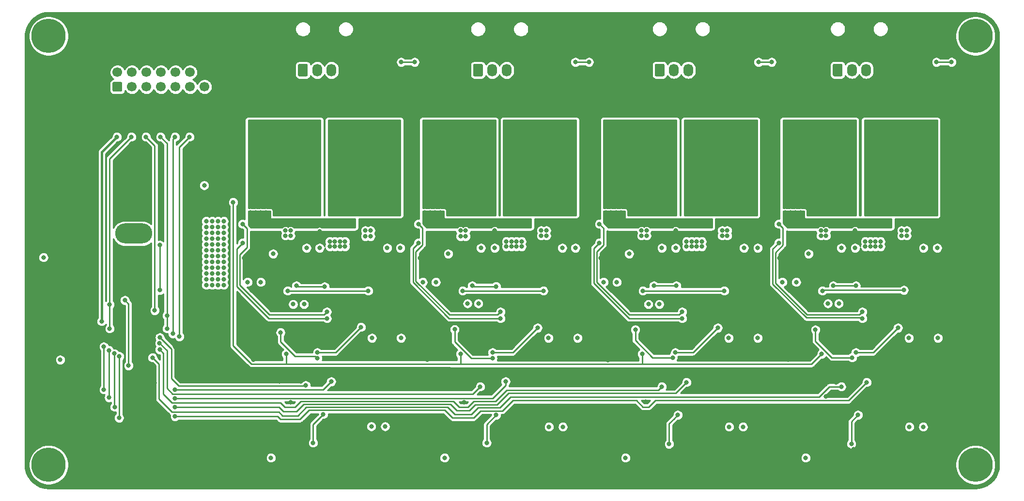
<source format=gbr>
%TF.GenerationSoftware,KiCad,Pcbnew,(5.1.8-0-10_14)*%
%TF.CreationDate,2021-05-08T00:18:42-07:00*%
%TF.ProjectId,TEC,5445432e-6b69-4636-9164-5f7063625858,A*%
%TF.SameCoordinates,Original*%
%TF.FileFunction,Copper,L4,Bot*%
%TF.FilePolarity,Positive*%
%FSLAX46Y46*%
G04 Gerber Fmt 4.6, Leading zero omitted, Abs format (unit mm)*
G04 Created by KiCad (PCBNEW (5.1.8-0-10_14)) date 2021-05-08 00:18:42*
%MOMM*%
%LPD*%
G01*
G04 APERTURE LIST*
%TA.AperFunction,SMDPad,CuDef*%
%ADD10R,2.600000X2.600000*%
%TD*%
%TA.AperFunction,ComponentPad*%
%ADD11C,0.500000*%
%TD*%
%TA.AperFunction,ComponentPad*%
%ADD12C,1.700000*%
%TD*%
%TA.AperFunction,SMDPad,CuDef*%
%ADD13R,0.500000X1.600000*%
%TD*%
%TA.AperFunction,SMDPad,CuDef*%
%ADD14R,2.500000X2.500000*%
%TD*%
%TA.AperFunction,ComponentPad*%
%ADD15O,1.700000X2.200000*%
%TD*%
%TA.AperFunction,ComponentPad*%
%ADD16C,0.800000*%
%TD*%
%TA.AperFunction,ComponentPad*%
%ADD17C,6.000000*%
%TD*%
%TA.AperFunction,ComponentPad*%
%ADD18O,6.500000X3.500000*%
%TD*%
%TA.AperFunction,ComponentPad*%
%ADD19O,3.500000X6.500000*%
%TD*%
%TA.AperFunction,ViaPad*%
%ADD20C,0.800000*%
%TD*%
%TA.AperFunction,Conductor*%
%ADD21C,0.381000*%
%TD*%
%TA.AperFunction,Conductor*%
%ADD22C,0.254000*%
%TD*%
%TA.AperFunction,Conductor*%
%ADD23C,0.100000*%
%TD*%
G04 APERTURE END LIST*
D10*
%TO.P,U2,17*%
%TO.N,GND*%
X71247000Y-124714000D03*
D11*
X72297000Y-125764000D03*
X71247000Y-125764000D03*
X70197000Y-125764000D03*
X72297000Y-124714000D03*
X71247000Y-124714000D03*
X70197000Y-124714000D03*
X72297000Y-123664000D03*
X71247000Y-123664000D03*
X70197000Y-123664000D03*
%TD*%
D12*
%TO.P,J2,14*%
%TO.N,GND*%
X82240000Y-76327000D03*
%TO.P,J2,12*%
%TO.N,/BAT_VOLT*%
X79700000Y-76327000D03*
%TO.P,J2,10*%
%TO.N,Net-(FL7-Pad3)*%
X77160000Y-76327000D03*
%TO.P,J2,8*%
%TO.N,Net-(FL6-Pad3)*%
X74620000Y-76327000D03*
%TO.P,J2,6*%
%TO.N,/RST_LASER*%
X72080000Y-76327000D03*
%TO.P,J2,4*%
%TO.N,Net-(FL5-Pad3)*%
X69540000Y-76327000D03*
%TO.P,J2,2*%
%TO.N,Net-(FL4-Pad3)*%
X67000000Y-76327000D03*
%TO.P,J2,13*%
%TO.N,/DATA_13*%
X82240000Y-78867000D03*
%TO.P,J2,11*%
%TO.N,/CHARGE*%
X79700000Y-78867000D03*
%TO.P,J2,9*%
%TO.N,Net-(FL1-Pad3)*%
X77160000Y-78867000D03*
%TO.P,J2,7*%
%TO.N,/TMP_LASER*%
X74620000Y-78867000D03*
%TO.P,J2,5*%
%TO.N,/CS_LASER*%
X72080000Y-78867000D03*
%TO.P,J2,3*%
%TO.N,Net-(FL2-Pad3)*%
X69540000Y-78867000D03*
%TO.P,J2,1*%
%TO.N,Net-(FL3-Pad3)*%
%TA.AperFunction,ComponentPad*%
G36*
G01*
X67600000Y-79717000D02*
X66400000Y-79717000D01*
G75*
G02*
X66150000Y-79467000I0J250000D01*
G01*
X66150000Y-78267000D01*
G75*
G02*
X66400000Y-78017000I250000J0D01*
G01*
X67600000Y-78017000D01*
G75*
G02*
X67850000Y-78267000I0J-250000D01*
G01*
X67850000Y-79467000D01*
G75*
G02*
X67600000Y-79717000I-250000J0D01*
G01*
G37*
%TD.AperFunction*%
%TD*%
D13*
%TO.P,U8,7*%
%TO.N,GND*%
X57277000Y-110109000D03*
D11*
X57277000Y-110659000D03*
X57277000Y-109559000D03*
%TD*%
D14*
%TO.P,U18,33*%
%TO.N,GND*%
X192663000Y-122825000D03*
D11*
X193663000Y-121825000D03*
X193663000Y-122825000D03*
X193663000Y-123825000D03*
X192663000Y-121825000D03*
X192663000Y-122825000D03*
X192663000Y-123825000D03*
X191663000Y-121825000D03*
X191663000Y-122825000D03*
X191663000Y-123825000D03*
%TD*%
D14*
%TO.P,U14,33*%
%TO.N,GND*%
X161290000Y-122825000D03*
D11*
X162290000Y-121825000D03*
X162290000Y-122825000D03*
X162290000Y-123825000D03*
X161290000Y-121825000D03*
X161290000Y-122825000D03*
X161290000Y-123825000D03*
X160290000Y-121825000D03*
X160290000Y-122825000D03*
X160290000Y-123825000D03*
%TD*%
D14*
%TO.P,U10,33*%
%TO.N,GND*%
X129667000Y-122825000D03*
D11*
X130667000Y-121825000D03*
X130667000Y-122825000D03*
X130667000Y-123825000D03*
X129667000Y-121825000D03*
X129667000Y-122825000D03*
X129667000Y-123825000D03*
X128667000Y-121825000D03*
X128667000Y-122825000D03*
X128667000Y-123825000D03*
%TD*%
D15*
%TO.P,J6,4*%
%TO.N,GND*%
X200413000Y-75946000D03*
%TO.P,J6,3*%
%TO.N,/TEMPGET4*%
X197913000Y-75946000D03*
%TO.P,J6,2*%
%TO.N,/sheet609C9431/TECN*%
X195413000Y-75946000D03*
%TO.P,J6,1*%
%TO.N,/sheet609C9431/TECP*%
%TA.AperFunction,ComponentPad*%
G36*
G01*
X193513000Y-77046000D02*
X192313000Y-77046000D01*
G75*
G02*
X192063000Y-76796000I0J250000D01*
G01*
X192063000Y-75096000D01*
G75*
G02*
X192313000Y-74846000I250000J0D01*
G01*
X193513000Y-74846000D01*
G75*
G02*
X193763000Y-75096000I0J-250000D01*
G01*
X193763000Y-76796000D01*
G75*
G02*
X193513000Y-77046000I-250000J0D01*
G01*
G37*
%TD.AperFunction*%
%TD*%
%TO.P,J5,4*%
%TO.N,GND*%
X169298000Y-75946000D03*
%TO.P,J5,3*%
%TO.N,/TEMPGET3*%
X166798000Y-75946000D03*
%TO.P,J5,2*%
%TO.N,/sheet609BE7FC/TECN*%
X164298000Y-75946000D03*
%TO.P,J5,1*%
%TO.N,/sheet609BE7FC/TECP*%
%TA.AperFunction,ComponentPad*%
G36*
G01*
X162398000Y-77046000D02*
X161198000Y-77046000D01*
G75*
G02*
X160948000Y-76796000I0J250000D01*
G01*
X160948000Y-75096000D01*
G75*
G02*
X161198000Y-74846000I250000J0D01*
G01*
X162398000Y-74846000D01*
G75*
G02*
X162648000Y-75096000I0J-250000D01*
G01*
X162648000Y-76796000D01*
G75*
G02*
X162398000Y-77046000I-250000J0D01*
G01*
G37*
%TD.AperFunction*%
%TD*%
%TO.P,J4,4*%
%TO.N,GND*%
X137548000Y-75962000D03*
%TO.P,J4,3*%
%TO.N,/TEMPGET2*%
X135048000Y-75962000D03*
%TO.P,J4,2*%
%TO.N,/sheet609B3708/TECN*%
X132548000Y-75962000D03*
%TO.P,J4,1*%
%TO.N,/sheet609B3708/TECP*%
%TA.AperFunction,ComponentPad*%
G36*
G01*
X130648000Y-77062000D02*
X129448000Y-77062000D01*
G75*
G02*
X129198000Y-76812000I0J250000D01*
G01*
X129198000Y-75112000D01*
G75*
G02*
X129448000Y-74862000I250000J0D01*
G01*
X130648000Y-74862000D01*
G75*
G02*
X130898000Y-75112000I0J-250000D01*
G01*
X130898000Y-76812000D01*
G75*
G02*
X130648000Y-77062000I-250000J0D01*
G01*
G37*
%TD.AperFunction*%
%TD*%
D16*
%TO.P,H4,1*%
%TO.N,Net-(H4-Pad1)*%
X218590990Y-143409010D03*
X217000000Y-142750000D03*
X215409010Y-143409010D03*
X214750000Y-145000000D03*
X215409010Y-146590990D03*
X217000000Y-147250000D03*
X218590990Y-146590990D03*
X219250000Y-145000000D03*
D17*
X217000000Y-145000000D03*
%TD*%
D16*
%TO.P,H3,1*%
%TO.N,Net-(H3-Pad1)*%
X56590990Y-143409010D03*
X55000000Y-142750000D03*
X53409010Y-143409010D03*
X52750000Y-145000000D03*
X53409010Y-146590990D03*
X55000000Y-147250000D03*
X56590990Y-146590990D03*
X57250000Y-145000000D03*
D17*
X55000000Y-145000000D03*
%TD*%
D16*
%TO.P,H2,1*%
%TO.N,Net-(H2-Pad1)*%
X56590990Y-68409010D03*
X55000000Y-67750000D03*
X53409010Y-68409010D03*
X52750000Y-70000000D03*
X53409010Y-71590990D03*
X55000000Y-72250000D03*
X56590990Y-71590990D03*
X57250000Y-70000000D03*
D17*
X55000000Y-70000000D03*
%TD*%
D16*
%TO.P,H1,1*%
%TO.N,Net-(H1-Pad1)*%
X218590990Y-68409010D03*
X217000000Y-67750000D03*
X215409010Y-68409010D03*
X214750000Y-70000000D03*
X215409010Y-71590990D03*
X217000000Y-72250000D03*
X218590990Y-71590990D03*
X219250000Y-70000000D03*
D17*
X217000000Y-70000000D03*
%TD*%
D14*
%TO.P,U5,33*%
%TO.N,GND*%
X99187000Y-122825000D03*
D11*
X100187000Y-121825000D03*
X100187000Y-122825000D03*
X100187000Y-123825000D03*
X99187000Y-121825000D03*
X99187000Y-122825000D03*
X99187000Y-123825000D03*
X98187000Y-121825000D03*
X98187000Y-122825000D03*
X98187000Y-123825000D03*
%TD*%
D15*
%TO.P,J3,4*%
%TO.N,GND*%
X106941000Y-75962000D03*
%TO.P,J3,3*%
%TO.N,/TEMPGET1*%
X104441000Y-75962000D03*
%TO.P,J3,2*%
%TO.N,/LTC1923Channel/TECN*%
X101941000Y-75962000D03*
%TO.P,J3,1*%
%TO.N,/LTC1923Channel/TECP*%
%TA.AperFunction,ComponentPad*%
G36*
G01*
X100041000Y-77062000D02*
X98841000Y-77062000D01*
G75*
G02*
X98591000Y-76812000I0J250000D01*
G01*
X98591000Y-75112000D01*
G75*
G02*
X98841000Y-74862000I250000J0D01*
G01*
X100041000Y-74862000D01*
G75*
G02*
X100291000Y-75112000I0J-250000D01*
G01*
X100291000Y-76812000D01*
G75*
G02*
X100041000Y-77062000I-250000J0D01*
G01*
G37*
%TD.AperFunction*%
%TD*%
D18*
%TO.P,J1,+*%
%TO.N,+BATT*%
X69850000Y-104530400D03*
D19*
%TO.P,J1,-*%
%TO.N,GND*%
X70485000Y-110561000D03*
%TD*%
D20*
%TO.N,+3V3*%
X64262000Y-119888008D03*
X66929006Y-87630000D03*
%TO.N,+5V*%
X54102000Y-108712000D03*
X82192500Y-96115500D03*
X57023000Y-126619000D03*
X99634000Y-116901000D03*
X97724000Y-116906000D03*
X111506000Y-122809000D03*
X116586000Y-122809000D03*
X113816000Y-138279000D03*
X111403000Y-138279000D03*
X93853000Y-143764000D03*
X130114000Y-116774000D03*
X128204000Y-116779000D03*
X142454500Y-138342500D03*
X144867500Y-138342500D03*
X147447000Y-122809000D03*
X142367000Y-122809000D03*
X124206000Y-143764000D03*
X159827000Y-116906000D03*
X161737000Y-116901000D03*
X173863000Y-122809000D03*
X178943000Y-122809000D03*
X176363500Y-138342500D03*
X173950500Y-138342500D03*
X155829000Y-143764000D03*
X191196000Y-116779000D03*
X193106000Y-116774000D03*
X187325000Y-143764000D03*
X205446500Y-138342500D03*
X207859500Y-138342500D03*
X210439000Y-122809000D03*
X205359000Y-122809000D03*
%TO.N,Net-(L1-Pad1)*%
X90424000Y-85217000D03*
X91694000Y-85217000D03*
X92964000Y-85217000D03*
X94234000Y-85217000D03*
X95504000Y-85217000D03*
X96774000Y-85217000D03*
X98044000Y-85217000D03*
X99314000Y-85217000D03*
X100584000Y-85217000D03*
X101854000Y-85217000D03*
X91059000Y-86487000D03*
X92329000Y-86487000D03*
X93599000Y-86487000D03*
X94869000Y-86487000D03*
X96139000Y-86487000D03*
X97409000Y-86487000D03*
X98679000Y-86487000D03*
X99949000Y-86487000D03*
X101219000Y-86487000D03*
X90424000Y-87757000D03*
X91694000Y-87757000D03*
X92964000Y-87757000D03*
X94234000Y-87757000D03*
X95504000Y-87757000D03*
X96774000Y-87757000D03*
X98044000Y-87757000D03*
X99314000Y-87757000D03*
X100584000Y-87757000D03*
X101854000Y-87757000D03*
X91059000Y-89027000D03*
X92329000Y-89027000D03*
X93599000Y-89027000D03*
X94869000Y-89027000D03*
X96139000Y-89027000D03*
X97409000Y-89027000D03*
X98679000Y-89027000D03*
X99949000Y-89027000D03*
X101219000Y-89027000D03*
X90424000Y-90297000D03*
X91694000Y-90297000D03*
X92964000Y-90297000D03*
X94234000Y-90297000D03*
X95504000Y-90297000D03*
X96774000Y-90297000D03*
X98044000Y-90297000D03*
X99314000Y-90297000D03*
X100584000Y-90297000D03*
X101854000Y-90297000D03*
X91059000Y-91567000D03*
X92329000Y-91567000D03*
X93599000Y-91567000D03*
X94869000Y-91567000D03*
X96139000Y-91567000D03*
X97409000Y-91567000D03*
X98679000Y-91567000D03*
X99949000Y-91567000D03*
X101219000Y-91567000D03*
X90424000Y-92837000D03*
X91694000Y-92837000D03*
X92964000Y-92837000D03*
X99314000Y-92837000D03*
X100584000Y-92837000D03*
X101854000Y-92837000D03*
X91059000Y-94107000D03*
X92329000Y-94107000D03*
X99949000Y-94107000D03*
X101219000Y-94107000D03*
X90424000Y-95377000D03*
X91694000Y-95377000D03*
X92964000Y-95377000D03*
X98044000Y-96012000D03*
X99314000Y-95377000D03*
X100584000Y-95377000D03*
X101854000Y-95377000D03*
X91059000Y-96647000D03*
X92329000Y-96647000D03*
X99949000Y-96647000D03*
X101219000Y-96647000D03*
X90424000Y-97917000D03*
X91694000Y-97917000D03*
X92964000Y-97917000D03*
X99314000Y-97917000D03*
X100584000Y-97917000D03*
X101854000Y-97917000D03*
X91059000Y-99187000D03*
X92329000Y-99187000D03*
X99949000Y-99187000D03*
X101219000Y-99187000D03*
X99314000Y-100457000D03*
X100584000Y-100457000D03*
X101854000Y-100457000D03*
X96774000Y-96012000D03*
X95504000Y-96012000D03*
X94234000Y-96012000D03*
%TO.N,/TEMPGET1*%
X116617800Y-74549000D03*
X118967210Y-74549000D03*
%TO.N,/VREF*%
X95526500Y-121844800D03*
X101981000Y-126365000D03*
X68326000Y-116205000D03*
X68960997Y-127634997D03*
%TO.N,/CS_TEC_READ*%
X77851000Y-122555000D03*
X79629000Y-87630000D03*
%TO.N,/CS_TEC_SET*%
X76708000Y-122047000D03*
X77089000Y-87630000D03*
%TO.N,/SCK*%
X75692000Y-121158000D03*
X75692000Y-118872000D03*
X74549000Y-87630006D03*
%TO.N,/MISO*%
X72008996Y-87630000D03*
X73533000Y-117983000D03*
%TO.N,/MOSI*%
X69469000Y-87630000D03*
X65659000Y-121158000D03*
X65659002Y-116967002D03*
%TO.N,/TEMPSET1*%
X77089000Y-131826000D03*
X64643000Y-124333000D03*
X64643000Y-131826000D03*
X104394000Y-130429000D03*
%TO.N,GND*%
X55118000Y-107569000D03*
X60960000Y-113157000D03*
X54102000Y-113538000D03*
X68215000Y-83677000D03*
X70755000Y-83677000D03*
X73295000Y-83677000D03*
X75835000Y-83677000D03*
X78375000Y-83677000D03*
X80899000Y-83693000D03*
X83566000Y-83693000D03*
X65548000Y-83677000D03*
X79487000Y-90439000D03*
X82804000Y-121539000D03*
X82804000Y-127889000D03*
X61087000Y-126619000D03*
X57023000Y-129794000D03*
X57023000Y-132969000D03*
X113736000Y-66985000D03*
X116078000Y-79121000D03*
X90424000Y-79121000D03*
X109474000Y-110109000D03*
X112014000Y-110109000D03*
X98171000Y-110109000D03*
X95631000Y-110109000D03*
X89154000Y-108839000D03*
X90043000Y-108839000D03*
X90932000Y-108839000D03*
X91821000Y-108839000D03*
X92710000Y-108839000D03*
X101534000Y-116906000D03*
X95824000Y-116901000D03*
X108331000Y-118745000D03*
X113411000Y-118745000D03*
X99949000Y-110998000D03*
X102108000Y-110998000D03*
X104267000Y-110953800D03*
X106299000Y-110953800D03*
X91313000Y-120650000D03*
X91313000Y-122936000D03*
X91313000Y-125222000D03*
X90805000Y-126619000D03*
X95377000Y-130429000D03*
X99060000Y-130429000D03*
X114173000Y-111125000D03*
X116459000Y-111125000D03*
X97663000Y-143764000D03*
X97917000Y-141732000D03*
X101854000Y-142240000D03*
X102108000Y-130429000D03*
X120777000Y-79121000D03*
X146685000Y-79121000D03*
X102362000Y-104140000D03*
X132969000Y-104013000D03*
X130556000Y-110998000D03*
X132715000Y-110998000D03*
X134874000Y-110998000D03*
X137033000Y-110998000D03*
X142748000Y-110109000D03*
X140208000Y-110109000D03*
X128651000Y-110109000D03*
X126111000Y-110109000D03*
X147066000Y-111125000D03*
X144780000Y-111125000D03*
X119888000Y-108839000D03*
X120777000Y-108839000D03*
X121666000Y-108839000D03*
X122555000Y-108839000D03*
X123444000Y-108839000D03*
X132014000Y-116779000D03*
X126304000Y-116774000D03*
X121793000Y-120650000D03*
X121793000Y-122936000D03*
X121793000Y-125222000D03*
X121158000Y-126619000D03*
X125730000Y-130429000D03*
X129540000Y-130429000D03*
X132588000Y-130429000D03*
X128270000Y-143764000D03*
X132461000Y-142240000D03*
X128397000Y-141732000D03*
X128397000Y-139827000D03*
X144272000Y-118745000D03*
X139192000Y-118745000D03*
X77142710Y-124406286D03*
X152273000Y-79121000D03*
X178308000Y-79121000D03*
X164592000Y-104013000D03*
X157734000Y-110109000D03*
X160274000Y-110109000D03*
X162179000Y-110998000D03*
X164338000Y-110998000D03*
X166497000Y-110998000D03*
X168656000Y-110998000D03*
X171831000Y-110109000D03*
X174371000Y-110109000D03*
X176530000Y-111125000D03*
X178943000Y-111125000D03*
X151511000Y-108839000D03*
X152400000Y-108839000D03*
X153289000Y-108839000D03*
X154178000Y-108839000D03*
X155067000Y-108839000D03*
X157927000Y-116901000D03*
X163637000Y-116906000D03*
X153416000Y-120650000D03*
X153416000Y-122936000D03*
X153416000Y-125222000D03*
X157353000Y-130556000D03*
X161163000Y-130556000D03*
X164211000Y-130556000D03*
X159385000Y-133985000D03*
X170688000Y-118745000D03*
X175768000Y-118745000D03*
X164211000Y-142240000D03*
X159893000Y-143764000D03*
X160020000Y-141859000D03*
X160020000Y-139827000D03*
X183769000Y-79121000D03*
X209804000Y-79121000D03*
X182753000Y-108839000D03*
X183642000Y-108839000D03*
X184531000Y-108839000D03*
X185420000Y-108839000D03*
X186309000Y-108839000D03*
X193548000Y-110998000D03*
X195707000Y-110998000D03*
X197866000Y-110998000D03*
X200025000Y-110998000D03*
X207899000Y-111125000D03*
X210312000Y-111125000D03*
X189103000Y-110109000D03*
X191643000Y-110109000D03*
X203200000Y-110109000D03*
X205740000Y-110109000D03*
X189296000Y-116774000D03*
X195006000Y-116779000D03*
X184912000Y-120650000D03*
X184912000Y-122936000D03*
X184912000Y-125222000D03*
X188849000Y-130556000D03*
X192659000Y-130556000D03*
X195707000Y-130556000D03*
X191262000Y-143764000D03*
X195707000Y-142240000D03*
X191643000Y-141732000D03*
X191643000Y-139700000D03*
X195961000Y-104013000D03*
X207264000Y-118745000D03*
X202184000Y-118745000D03*
X152781000Y-126650790D03*
X144406502Y-67048500D03*
X176156500Y-67048500D03*
X207637500Y-67048500D03*
X184277000Y-126619000D03*
X62865000Y-131826000D03*
X73509500Y-130706500D03*
X97282000Y-134080210D03*
X127635000Y-134080210D03*
X97917000Y-139827000D03*
X190881000Y-133000790D03*
%TO.N,+VDC*%
X82550000Y-102362000D03*
X83566000Y-102362000D03*
X84582000Y-102362000D03*
X85598000Y-102362000D03*
X82550000Y-103378000D03*
X83566000Y-103378000D03*
X84582000Y-103378000D03*
X85598000Y-103378000D03*
X82550000Y-104394000D03*
X83566000Y-104394000D03*
X84582000Y-104394000D03*
X85598000Y-104394000D03*
X82550000Y-105410000D03*
X83566000Y-105410000D03*
X84582000Y-105410000D03*
X85598000Y-105410000D03*
X82550000Y-106426000D03*
X83566000Y-106426000D03*
X84582000Y-106426000D03*
X85598000Y-106426000D03*
X82550000Y-107442000D03*
X83566000Y-107442000D03*
X84582000Y-107442000D03*
X85598000Y-107442000D03*
X82550000Y-108458000D03*
X83566000Y-108458000D03*
X84582000Y-108458000D03*
X85598000Y-108458000D03*
X82550000Y-109474000D03*
X83566000Y-109474000D03*
X84582000Y-109474000D03*
X85598000Y-109474000D03*
X82550000Y-110490000D03*
X83566000Y-110490000D03*
X84582000Y-110490000D03*
X85598000Y-110490000D03*
X82550000Y-111506000D03*
X83566000Y-111506000D03*
X84582000Y-111506000D03*
X85598000Y-111506000D03*
X82550000Y-112522000D03*
X83566000Y-112522000D03*
X84582000Y-112522000D03*
X85598000Y-112522000D03*
X82550000Y-113538000D03*
X83566000Y-113538000D03*
X84582000Y-113538000D03*
X85598000Y-113538000D03*
X110363000Y-104013000D03*
X110363000Y-105029000D03*
X111252000Y-104013000D03*
X111252000Y-105029000D03*
X96393000Y-104013000D03*
X97282000Y-104013000D03*
X97282000Y-104902000D03*
X96393000Y-104902000D03*
X94234000Y-108077000D03*
X104140000Y-105918000D03*
X105029000Y-105918000D03*
X104140000Y-106807000D03*
X105029000Y-106807000D03*
X105918000Y-106807000D03*
X105918000Y-105918000D03*
X106807000Y-105918000D03*
X106807000Y-106807000D03*
X100076000Y-107061000D03*
X102362000Y-107061000D03*
X89789000Y-113030000D03*
X92075000Y-113030000D03*
X116459000Y-107061000D03*
X114173000Y-107061000D03*
X127000000Y-104013000D03*
X127000000Y-105029000D03*
X127889000Y-105029000D03*
X127889000Y-104013000D03*
X124841000Y-108077000D03*
X141097000Y-104013000D03*
X141986000Y-104013000D03*
X141986000Y-104902000D03*
X141097000Y-104902000D03*
X135001000Y-105918000D03*
X135001000Y-106807000D03*
X135890000Y-106807000D03*
X135890000Y-105918000D03*
X136779000Y-105918000D03*
X136779000Y-106807000D03*
X137668000Y-106807000D03*
X137668000Y-105918000D03*
X132969000Y-107061000D03*
X130556000Y-107061000D03*
X147066000Y-107061000D03*
X144780000Y-107061000D03*
X120396000Y-113030000D03*
X122682000Y-113030000D03*
X158623000Y-104013000D03*
X159512000Y-104013000D03*
X158623000Y-104902000D03*
X159512000Y-104902000D03*
X172720000Y-104013000D03*
X173609000Y-104013000D03*
X172720000Y-104902000D03*
X173609000Y-104902000D03*
X156464000Y-108077000D03*
X152019000Y-113030000D03*
X154305000Y-113030000D03*
X162179000Y-107061000D03*
X164592000Y-107061000D03*
X166497000Y-105918000D03*
X167386000Y-105918000D03*
X168275000Y-105918000D03*
X169164000Y-105918000D03*
X169164000Y-106807000D03*
X168275000Y-106807000D03*
X167386000Y-106807000D03*
X166497000Y-106807000D03*
X176530000Y-107061000D03*
X178943000Y-107061000D03*
X189992000Y-104013000D03*
X190881000Y-104013000D03*
X190881000Y-104902000D03*
X189992000Y-104902000D03*
X204089000Y-104013000D03*
X204978000Y-104013000D03*
X204978000Y-104902000D03*
X204089000Y-104902000D03*
X193548000Y-107061000D03*
X195961000Y-107061000D03*
X197739000Y-105918000D03*
X198628000Y-105918000D03*
X199517000Y-105918000D03*
X200406000Y-105918000D03*
X200406000Y-106807000D03*
X199517000Y-106807000D03*
X198628000Y-106807000D03*
X197739000Y-106807000D03*
X183261000Y-113030000D03*
X185674000Y-113030000D03*
X210312000Y-107061000D03*
X207899000Y-107061000D03*
X187833000Y-108077000D03*
%TO.N,/ITECSET1*%
X74424310Y-122720560D03*
X99949000Y-131095790D03*
%TO.N,Net-(L2-Pad2)*%
X104394000Y-85217000D03*
X105664000Y-85217000D03*
X106934000Y-85217000D03*
X108204000Y-85217000D03*
X109474000Y-85217000D03*
X110744000Y-85217000D03*
X112014000Y-85217000D03*
X113284000Y-85217000D03*
X114554000Y-85217000D03*
X115824000Y-85217000D03*
X105029000Y-86487000D03*
X106299000Y-86487000D03*
X107569000Y-86487000D03*
X108839000Y-86487000D03*
X110109000Y-86487000D03*
X111379000Y-86487000D03*
X112649000Y-86487000D03*
X113919000Y-86487000D03*
X115189000Y-86487000D03*
X104394000Y-87757000D03*
X105664000Y-87757000D03*
X106934000Y-87757000D03*
X108204000Y-87757000D03*
X109474000Y-87757000D03*
X110744000Y-87757000D03*
X112014000Y-87757000D03*
X113284000Y-87757000D03*
X114554000Y-87757000D03*
X115824000Y-87757000D03*
X105029000Y-89027000D03*
X106299000Y-89027000D03*
X107569000Y-89027000D03*
X108839000Y-89027000D03*
X110109000Y-89027000D03*
X111379000Y-89027000D03*
X112649000Y-89027000D03*
X113919000Y-89027000D03*
X115189000Y-89027000D03*
X104394000Y-90297000D03*
X105664000Y-90297000D03*
X106934000Y-90297000D03*
X108204000Y-90297000D03*
X109474000Y-90297000D03*
X110744000Y-90297000D03*
X112014000Y-90297000D03*
X113284000Y-90297000D03*
X114554000Y-90297000D03*
X115824000Y-90297000D03*
X105029000Y-91567000D03*
X106299000Y-91567000D03*
X107569000Y-91567000D03*
X108839000Y-91567000D03*
X110109000Y-91567000D03*
X111379000Y-91567000D03*
X112649000Y-91567000D03*
X113919000Y-91567000D03*
X115189000Y-91567000D03*
X104394000Y-92837000D03*
X105664000Y-92837000D03*
X106934000Y-92837000D03*
X113284000Y-92837000D03*
X114554000Y-92837000D03*
X115824000Y-92837000D03*
X105029000Y-94107000D03*
X106299000Y-94107000D03*
X113919000Y-94107000D03*
X115189000Y-94107000D03*
X104394000Y-95377000D03*
X105664000Y-95377000D03*
X106934000Y-95377000D03*
X108204000Y-96012000D03*
X109474000Y-96012000D03*
X110744000Y-96012000D03*
X112014000Y-96012000D03*
X113284000Y-95377000D03*
X114554000Y-95377000D03*
X115824000Y-95377000D03*
X105029000Y-96647000D03*
X106299000Y-96647000D03*
X113919000Y-96647000D03*
X115189000Y-96647000D03*
X104394000Y-97917000D03*
X105664000Y-97917000D03*
X106934000Y-97917000D03*
X113284000Y-97917000D03*
X114554000Y-97917000D03*
X115824000Y-97917000D03*
X105029000Y-99187000D03*
X106299000Y-99187000D03*
X113919000Y-99187000D03*
X115189000Y-99187000D03*
X104394000Y-100457000D03*
X105664000Y-100457000D03*
X106934000Y-100457000D03*
X113284000Y-100457000D03*
X114554000Y-100457000D03*
X115824000Y-100457000D03*
%TO.N,/LTC1923Channel/~FAULT*%
X101981000Y-125349000D03*
X109601000Y-120904000D03*
%TO.N,Net-(Q7-Pad1)*%
X106934000Y-102362000D03*
X106934000Y-103251000D03*
X106045000Y-102362000D03*
X106045000Y-103251000D03*
X105156000Y-102362000D03*
X105156000Y-103251000D03*
X104267000Y-102362000D03*
X104267000Y-103251000D03*
X90297000Y-101727000D03*
X90297000Y-100838000D03*
X91186000Y-100838000D03*
X91186000Y-101727000D03*
X92075000Y-101727000D03*
X92075000Y-100838000D03*
X92964000Y-100838000D03*
X92964000Y-101727000D03*
X88900000Y-102870000D03*
X103632000Y-118237000D03*
%TO.N,Net-(Q10-Pad4)*%
X74422000Y-106553000D03*
X74421996Y-114427000D03*
%TO.N,Net-(U5-Pad24)*%
X110871000Y-114554000D03*
X96773999Y-114553999D03*
%TO.N,Net-(U5-Pad18)*%
X103251000Y-113823800D03*
X98298000Y-113665000D03*
%TO.N,/ENABLE*%
X96520000Y-125603000D03*
X87249000Y-99060000D03*
X127000000Y-125603000D03*
X158750000Y-125603000D03*
X190119000Y-125603000D03*
%TO.N,/sheet609B3708/VREF*%
X125965312Y-121303688D03*
X132588000Y-126364998D03*
%TO.N,/sheet609BE7FC/VREF*%
X164084000Y-126238000D03*
X157543500Y-121348500D03*
%TO.N,/sheet609C9431/VREF*%
X195453000Y-126238000D03*
X189022812Y-121365188D03*
%TO.N,/TEMPGET2*%
X147066000Y-74549000D03*
X149447210Y-74549000D03*
%TO.N,/TEMPGET3*%
X181356001Y-74548999D03*
X179069998Y-74549000D03*
%TO.N,/TEMPGET4*%
X210185000Y-74549000D03*
X212820210Y-74549000D03*
%TO.N,/sheet609B3708/~FAULT*%
X140462000Y-121031000D03*
X132588000Y-125349000D03*
%TO.N,Net-(Q16-Pad1)*%
X120777000Y-100838000D03*
X121666000Y-100838000D03*
X122555000Y-100838000D03*
X123444000Y-100838000D03*
X123444000Y-101727000D03*
X122555000Y-101727000D03*
X121666000Y-101727000D03*
X120777000Y-101727000D03*
X137668000Y-102362000D03*
X137668000Y-103251000D03*
X136779000Y-102362000D03*
X136779000Y-103251000D03*
X135890000Y-103251000D03*
X135890000Y-102362000D03*
X135001000Y-102362000D03*
X135001000Y-103251000D03*
X119634000Y-102870000D03*
X133985000Y-118237000D03*
%TO.N,/sheet609BE7FC/~FAULT*%
X164532645Y-125340709D03*
X171958000Y-121031000D03*
%TO.N,Net-(Q22-Pad1)*%
X152400000Y-100838000D03*
X153289000Y-100838000D03*
X154178000Y-100838000D03*
X155067000Y-100838000D03*
X152400000Y-101727000D03*
X153289000Y-101727000D03*
X154178000Y-101727000D03*
X155067000Y-101727000D03*
X166497000Y-102362000D03*
X167386000Y-102362000D03*
X168275000Y-102362000D03*
X169164000Y-102362000D03*
X169164000Y-103251000D03*
X168275000Y-103251000D03*
X167386000Y-103251000D03*
X166497000Y-103251000D03*
X151257000Y-102870000D03*
X165735000Y-118237000D03*
%TO.N,/sheet609C9431/~FAULT*%
X196088000Y-125349000D03*
X203454000Y-121031000D03*
%TO.N,Net-(Q28-Pad1)*%
X183769000Y-100838000D03*
X184658000Y-100838000D03*
X185547000Y-100838000D03*
X186436000Y-100838000D03*
X186436000Y-101727000D03*
X185547000Y-101727000D03*
X184658000Y-101727000D03*
X183769000Y-101727000D03*
X182626000Y-102870000D03*
X197993000Y-102362000D03*
X198882000Y-102362000D03*
X199771000Y-102362000D03*
X200660000Y-102362000D03*
X200660000Y-103251000D03*
X199771000Y-103251000D03*
X198882000Y-103251000D03*
X197993000Y-103251000D03*
X197231000Y-118237000D03*
%TO.N,Net-(R7-Pad1)*%
X101219000Y-141137200D03*
X102997000Y-136144000D03*
%TO.N,/TEMPSET2*%
X65532002Y-124968000D03*
X65540336Y-133231336D03*
X77089000Y-133350000D03*
X134874000Y-130429000D03*
%TO.N,/TEMPSET3*%
X66492998Y-125525566D03*
X166497000Y-130556000D03*
X66547996Y-134874000D03*
X77089000Y-134874000D03*
%TO.N,/TEMPSET4*%
X67367889Y-126016483D03*
X197993000Y-130556000D03*
X67309998Y-136779000D03*
X77089000Y-136525000D03*
%TO.N,/ITECSET2*%
X130429000Y-131318000D03*
X74391467Y-123723234D03*
%TO.N,/ITECSET3*%
X74422000Y-124841000D03*
X162179000Y-131318000D03*
%TO.N,/ITECSET4*%
X73152000Y-126238000D03*
X193548000Y-131318000D03*
%TO.N,Net-(U10-Pad24)*%
X127381000Y-114554000D03*
X141478000Y-114554000D03*
%TO.N,Net-(U10-Pad18)*%
X133223000Y-113792000D03*
X129032000Y-113665000D03*
%TO.N,Net-(U14-Pad24)*%
X173101000Y-114554000D03*
X158877000Y-114554000D03*
%TO.N,Net-(U14-Pad18)*%
X160782000Y-113665000D03*
X164719000Y-113664996D03*
%TO.N,Net-(U18-Pad24)*%
X204470000Y-114427000D03*
X190246000Y-114554002D03*
%TO.N,Net-(U18-Pad18)*%
X192151000Y-113665000D03*
X196088000Y-113664996D03*
%TO.N,Net-(NT1-Pad1)*%
X88900000Y-106172000D03*
X103632000Y-119380000D03*
%TO.N,Net-(NT2-Pad1)*%
X119634000Y-106172000D03*
X133985000Y-119380000D03*
%TO.N,Net-(NT3-Pad1)*%
X151257000Y-106172000D03*
X165734996Y-119380000D03*
%TO.N,Net-(NT4-Pad1)*%
X182626000Y-106172000D03*
X197231000Y-119380000D03*
%TO.N,Net-(L3-Pad1)*%
X120904000Y-85217000D03*
X122174000Y-85217000D03*
X123444000Y-85217000D03*
X124714000Y-85217000D03*
X125984000Y-85217000D03*
X127254000Y-85217000D03*
X128524000Y-85217000D03*
X129794000Y-85217000D03*
X131064000Y-85217000D03*
X132334000Y-85217000D03*
X121539000Y-86487000D03*
X122809000Y-86487000D03*
X124079000Y-86487000D03*
X125349000Y-86487000D03*
X126619000Y-86487000D03*
X127889000Y-86487000D03*
X129159000Y-86487000D03*
X130429000Y-86487000D03*
X131699000Y-86487000D03*
X120904000Y-87757000D03*
X122174000Y-87757000D03*
X123444000Y-87757000D03*
X124714000Y-87757000D03*
X125984000Y-87757000D03*
X127254000Y-87757000D03*
X128524000Y-87757000D03*
X129794000Y-87757000D03*
X131064000Y-87757000D03*
X132334000Y-87757000D03*
X121539000Y-89027000D03*
X122809000Y-89027000D03*
X124079000Y-89027000D03*
X125349000Y-89027000D03*
X126619000Y-89027000D03*
X127889000Y-89027000D03*
X129159000Y-89027000D03*
X130429000Y-89027000D03*
X131699000Y-89027000D03*
X120904000Y-90297000D03*
X122174000Y-90297000D03*
X123444000Y-90297000D03*
X124714000Y-90297000D03*
X125984000Y-90297000D03*
X127254000Y-90297000D03*
X128524000Y-90297000D03*
X129794000Y-90297000D03*
X131064000Y-90297000D03*
X132334000Y-90297000D03*
X121539000Y-91567000D03*
X122809000Y-91567000D03*
X124079000Y-91567000D03*
X125349000Y-91567000D03*
X126619000Y-91567000D03*
X127889000Y-91567000D03*
X129159000Y-91567000D03*
X130429000Y-91567000D03*
X131699000Y-91567000D03*
X120904000Y-92837000D03*
X122174000Y-92837000D03*
X123444000Y-92837000D03*
X129794000Y-92837000D03*
X131064000Y-92837000D03*
X132334000Y-92837000D03*
X121539000Y-94107000D03*
X122809000Y-94107000D03*
X130429000Y-94107000D03*
X131699000Y-94107000D03*
X120904000Y-95377000D03*
X122174000Y-95377000D03*
X123444000Y-95377000D03*
X124714000Y-96012000D03*
X125984000Y-96012000D03*
X127254000Y-96012000D03*
X128524000Y-96012000D03*
X129794000Y-95377000D03*
X131064000Y-95377000D03*
X132334000Y-95377000D03*
X121539000Y-96647000D03*
X122809000Y-96647000D03*
X130429000Y-96647000D03*
X131699000Y-96647000D03*
X120904000Y-97917000D03*
X122174000Y-97917000D03*
X123444000Y-97917000D03*
X129794000Y-97917000D03*
X131064000Y-97917000D03*
X132334000Y-97917000D03*
X121539000Y-99187000D03*
X122809000Y-99187000D03*
X130429000Y-99187000D03*
X131699000Y-99187000D03*
X129794000Y-100457000D03*
X131064000Y-100457000D03*
X132334000Y-100457000D03*
%TO.N,Net-(L4-Pad2)*%
X136271000Y-85217000D03*
X137541000Y-85217000D03*
X138811000Y-85217000D03*
X140081000Y-85217000D03*
X141351000Y-85217000D03*
X142621000Y-85217000D03*
X143891000Y-85217000D03*
X145161000Y-85217000D03*
X146431000Y-85217000D03*
X135636000Y-86487000D03*
X136906000Y-86487000D03*
X138176000Y-86487000D03*
X139446000Y-86487000D03*
X140716000Y-86487000D03*
X141986000Y-86487000D03*
X143256000Y-86487000D03*
X144526000Y-86487000D03*
X145796000Y-86487000D03*
X135001000Y-87757000D03*
X136271000Y-87757000D03*
X137541000Y-87757000D03*
X138811000Y-87757000D03*
X140081000Y-87757000D03*
X141351000Y-87757000D03*
X142621000Y-87757000D03*
X143891000Y-87757000D03*
X145161000Y-87757000D03*
X146431000Y-87757000D03*
X135636000Y-89027000D03*
X136906000Y-89027000D03*
X138176000Y-89027000D03*
X139446000Y-89027000D03*
X140716000Y-89027000D03*
X141986000Y-89027000D03*
X143256000Y-89027000D03*
X144526000Y-89027000D03*
X145796000Y-89027000D03*
X135001000Y-90297000D03*
X136271000Y-90297000D03*
X137541000Y-90297000D03*
X138811000Y-90297000D03*
X140081000Y-90297000D03*
X141351000Y-90297000D03*
X142621000Y-90297000D03*
X143891000Y-90297000D03*
X145161000Y-90297000D03*
X146431000Y-90297000D03*
X135636000Y-91567000D03*
X136906000Y-91567000D03*
X138176000Y-91567000D03*
X139446000Y-91567000D03*
X140716000Y-91567000D03*
X141986000Y-91567000D03*
X143256000Y-91567000D03*
X144526000Y-91567000D03*
X145796000Y-91567000D03*
X135001000Y-92837000D03*
X136271000Y-92837000D03*
X137541000Y-92837000D03*
X143891000Y-92837000D03*
X145161000Y-92837000D03*
X146431000Y-92837000D03*
X135636000Y-94107000D03*
X136906000Y-94107000D03*
X144526000Y-94107000D03*
X145796000Y-94107000D03*
X135001000Y-95377000D03*
X136271000Y-95377000D03*
X137541000Y-95377000D03*
X138811000Y-96012000D03*
X140081000Y-96012000D03*
X141351000Y-96012000D03*
X142621000Y-96012000D03*
X143891000Y-95377000D03*
X145161000Y-95377000D03*
X146431000Y-95377000D03*
X135636000Y-96647000D03*
X136906000Y-96647000D03*
X144526000Y-96647000D03*
X145796000Y-96647000D03*
X135001000Y-97917000D03*
X136271000Y-97917000D03*
X137541000Y-97917000D03*
X143891000Y-97917000D03*
X145161000Y-97917000D03*
X146431000Y-97917000D03*
X135636000Y-99187000D03*
X136906000Y-99187000D03*
X144526000Y-99187000D03*
X145796000Y-99187000D03*
X135001000Y-100457000D03*
X136271000Y-100457000D03*
X137541000Y-100457000D03*
X143891000Y-100457000D03*
X145161000Y-100457000D03*
X146431000Y-100457000D03*
X135001000Y-85217000D03*
%TO.N,Net-(L5-Pad1)*%
X152527000Y-85217000D03*
X153797000Y-85217000D03*
X155067000Y-85217000D03*
X156337000Y-85217000D03*
X157607000Y-85217000D03*
X158877000Y-85217000D03*
X160147000Y-85217000D03*
X161417000Y-85217000D03*
X162687000Y-85217000D03*
X163957000Y-85217000D03*
X153162000Y-86487000D03*
X154432000Y-86487000D03*
X155702000Y-86487000D03*
X156972000Y-86487000D03*
X158242000Y-86487000D03*
X159512000Y-86487000D03*
X160782000Y-86487000D03*
X162052000Y-86487000D03*
X163322000Y-86487000D03*
X152527000Y-87757000D03*
X153797000Y-87757000D03*
X155067000Y-87757000D03*
X156337000Y-87757000D03*
X157607000Y-87757000D03*
X158877000Y-87757000D03*
X160147000Y-87757000D03*
X161417000Y-87757000D03*
X162687000Y-87757000D03*
X163957000Y-87757000D03*
X153162000Y-89027000D03*
X154432000Y-89027000D03*
X155702000Y-89027000D03*
X156972000Y-89027000D03*
X158242000Y-89027000D03*
X159512000Y-89027000D03*
X160782000Y-89027000D03*
X162052000Y-89027000D03*
X163322000Y-89027000D03*
X152527000Y-90297000D03*
X153797000Y-90297000D03*
X155067000Y-90297000D03*
X156337000Y-90297000D03*
X157607000Y-90297000D03*
X158877000Y-90297000D03*
X160147000Y-90297000D03*
X161417000Y-90297000D03*
X162687000Y-90297000D03*
X163957000Y-90297000D03*
X153162000Y-91567000D03*
X154432000Y-91567000D03*
X155702000Y-91567000D03*
X156972000Y-91567000D03*
X158242000Y-91567000D03*
X159512000Y-91567000D03*
X160782000Y-91567000D03*
X162052000Y-91567000D03*
X163322000Y-91567000D03*
X152527000Y-92837000D03*
X153797000Y-92837000D03*
X155067000Y-92837000D03*
X161417000Y-92837000D03*
X162687000Y-92837000D03*
X163957000Y-92837000D03*
X153162000Y-94107000D03*
X154432000Y-94107000D03*
X162052000Y-94107000D03*
X163322000Y-94107000D03*
X152527000Y-95377000D03*
X153797000Y-95377000D03*
X155067000Y-95377000D03*
X156337000Y-96012000D03*
X157607000Y-96012000D03*
X158877000Y-96012000D03*
X160147000Y-96012000D03*
X161417000Y-95377000D03*
X162687000Y-95377000D03*
X163957000Y-95377000D03*
X153162000Y-96647000D03*
X154432000Y-96647000D03*
X162052000Y-96647000D03*
X163322000Y-96647000D03*
X152527000Y-97917000D03*
X153797000Y-97917000D03*
X155067000Y-97917000D03*
X161417000Y-97917000D03*
X162687000Y-97917000D03*
X163957000Y-97917000D03*
X153162000Y-99187000D03*
X154432000Y-99187000D03*
X162052000Y-99187000D03*
X163322000Y-99187000D03*
X161417000Y-100457000D03*
X162687000Y-100457000D03*
X163957000Y-100457000D03*
%TO.N,Net-(L6-Pad2)*%
X166624000Y-85217000D03*
X167894000Y-85217000D03*
X169164000Y-85217000D03*
X170434000Y-85217000D03*
X171704000Y-85217000D03*
X172974000Y-85217000D03*
X174244000Y-85217000D03*
X175514000Y-85217000D03*
X176784000Y-85217000D03*
X178054000Y-85217000D03*
X167259000Y-86487000D03*
X168529000Y-86487000D03*
X169799000Y-86487000D03*
X171069000Y-86487000D03*
X172339000Y-86487000D03*
X173609000Y-86487000D03*
X174879000Y-86487000D03*
X176149000Y-86487000D03*
X177419000Y-86487000D03*
X166624000Y-87757000D03*
X167894000Y-87757000D03*
X169164000Y-87757000D03*
X170434000Y-87757000D03*
X171704000Y-87757000D03*
X172974000Y-87757000D03*
X174244000Y-87757000D03*
X175514000Y-87757000D03*
X176784000Y-87757000D03*
X178054000Y-87757000D03*
X167259000Y-89027000D03*
X168529000Y-89027000D03*
X169799000Y-89027000D03*
X171069000Y-89027000D03*
X172339000Y-89027000D03*
X173609000Y-89027000D03*
X174879000Y-89027000D03*
X176149000Y-89027000D03*
X177419000Y-89027000D03*
X166624000Y-90297000D03*
X167894000Y-90297000D03*
X169164000Y-90297000D03*
X170434000Y-90297000D03*
X171704000Y-90297000D03*
X172974000Y-90297000D03*
X174244000Y-90297000D03*
X175514000Y-90297000D03*
X176784000Y-90297000D03*
X178054000Y-90297000D03*
X167259000Y-91567000D03*
X168529000Y-91567000D03*
X169799000Y-91567000D03*
X171069000Y-91567000D03*
X172339000Y-91567000D03*
X173609000Y-91567000D03*
X174879000Y-91567000D03*
X176149000Y-91567000D03*
X177419000Y-91567000D03*
X166624000Y-92837000D03*
X167894000Y-92837000D03*
X169164000Y-92837000D03*
X175514000Y-92837000D03*
X176784000Y-92837000D03*
X178054000Y-92837000D03*
X167259000Y-94107000D03*
X168529000Y-94107000D03*
X176149000Y-94107000D03*
X177419000Y-94107000D03*
X166624000Y-95377000D03*
X167894000Y-95377000D03*
X169164000Y-95377000D03*
X170434000Y-96012000D03*
X171704000Y-96012000D03*
X172974000Y-96012000D03*
X174244000Y-96012000D03*
X175514000Y-95377000D03*
X176784000Y-95377000D03*
X178054000Y-95377000D03*
X167259000Y-96647000D03*
X168529000Y-96647000D03*
X176149000Y-96647000D03*
X177419000Y-96647000D03*
X166624000Y-97917000D03*
X167894000Y-97917000D03*
X169164000Y-97917000D03*
X175514000Y-97917000D03*
X176784000Y-97917000D03*
X178054000Y-97917000D03*
X167259000Y-99187000D03*
X168529000Y-99187000D03*
X176149000Y-99187000D03*
X177419000Y-99187000D03*
X166624000Y-100457000D03*
X167894000Y-100457000D03*
X169164000Y-100457000D03*
X175514000Y-100457000D03*
X176784000Y-100457000D03*
X178054000Y-100457000D03*
%TO.N,Net-(L7-Pad1)*%
X183896000Y-85217000D03*
X185166000Y-85217000D03*
X186436000Y-85217000D03*
X187706000Y-85217000D03*
X188976000Y-85217000D03*
X190246000Y-85217000D03*
X191516000Y-85217000D03*
X192786000Y-85217000D03*
X194056000Y-85217000D03*
X195326000Y-85217000D03*
X184531000Y-86487000D03*
X185801000Y-86487000D03*
X187071000Y-86487000D03*
X188341000Y-86487000D03*
X189611000Y-86487000D03*
X190881000Y-86487000D03*
X192151000Y-86487000D03*
X193421000Y-86487000D03*
X194691000Y-86487000D03*
X183896000Y-87757000D03*
X185166000Y-87757000D03*
X186436000Y-87757000D03*
X187706000Y-87757000D03*
X188976000Y-87757000D03*
X190246000Y-87757000D03*
X191516000Y-87757000D03*
X192786000Y-87757000D03*
X194056000Y-87757000D03*
X195326000Y-87757000D03*
X184531000Y-89027000D03*
X185801000Y-89027000D03*
X187071000Y-89027000D03*
X188341000Y-89027000D03*
X189611000Y-89027000D03*
X190881000Y-89027000D03*
X192151000Y-89027000D03*
X193421000Y-89027000D03*
X194691000Y-89027000D03*
X183896000Y-90297000D03*
X185166000Y-90297000D03*
X186436000Y-90297000D03*
X187706000Y-90297000D03*
X188976000Y-90297000D03*
X190246000Y-90297000D03*
X191516000Y-90297000D03*
X192786000Y-90297000D03*
X194056000Y-90297000D03*
X195326000Y-90297000D03*
X184531000Y-91567000D03*
X185801000Y-91567000D03*
X187071000Y-91567000D03*
X188341000Y-91567000D03*
X189611000Y-91567000D03*
X190881000Y-91567000D03*
X192151000Y-91567000D03*
X193421000Y-91567000D03*
X194691000Y-91567000D03*
X183896000Y-92837000D03*
X185166000Y-92837000D03*
X186436000Y-92837000D03*
X192786000Y-92837000D03*
X194056000Y-92837000D03*
X195326000Y-92837000D03*
X184531000Y-94107000D03*
X185801000Y-94107000D03*
X193421000Y-94107000D03*
X194691000Y-94107000D03*
X183896000Y-95377000D03*
X185166000Y-95377000D03*
X186436000Y-95377000D03*
X187706000Y-96012000D03*
X188976000Y-96012000D03*
X190246000Y-96012000D03*
X191516000Y-96012000D03*
X192786000Y-95377000D03*
X194056000Y-95377000D03*
X195326000Y-95377000D03*
X184531000Y-96647000D03*
X185801000Y-96647000D03*
X193421000Y-96647000D03*
X194691000Y-96647000D03*
X183896000Y-97917000D03*
X185166000Y-97917000D03*
X186436000Y-97917000D03*
X192786000Y-97917000D03*
X194056000Y-97917000D03*
X195326000Y-97917000D03*
X184531000Y-99187000D03*
X185801000Y-99187000D03*
X193421000Y-99187000D03*
X194691000Y-99187000D03*
X192786000Y-100457000D03*
X194056000Y-100457000D03*
X195326000Y-100457000D03*
%TO.N,Net-(L8-Pad2)*%
X198120000Y-85217000D03*
X199390000Y-85217000D03*
X200660000Y-85217000D03*
X201930000Y-85217000D03*
X203200000Y-85217000D03*
X204470000Y-85217000D03*
X205740000Y-85217000D03*
X207010000Y-85217000D03*
X208280000Y-85217000D03*
X209550000Y-85217000D03*
X198755000Y-86487000D03*
X200025000Y-86487000D03*
X201295000Y-86487000D03*
X202565000Y-86487000D03*
X203835000Y-86487000D03*
X205105000Y-86487000D03*
X206375000Y-86487000D03*
X207645000Y-86487000D03*
X208915000Y-86487000D03*
X198120000Y-87757000D03*
X199390000Y-87757000D03*
X200660000Y-87757000D03*
X201930000Y-87757000D03*
X203200000Y-87757000D03*
X204470000Y-87757000D03*
X205740000Y-87757000D03*
X207010000Y-87757000D03*
X208280000Y-87757000D03*
X209550000Y-87757000D03*
X198755000Y-89027000D03*
X200025000Y-89027000D03*
X201295000Y-89027000D03*
X202565000Y-89027000D03*
X203835000Y-89027000D03*
X205105000Y-89027000D03*
X206375000Y-89027000D03*
X207645000Y-89027000D03*
X208915000Y-89027000D03*
X198120000Y-90297000D03*
X199390000Y-90297000D03*
X200660000Y-90297000D03*
X201930000Y-90297000D03*
X203200000Y-90297000D03*
X204470000Y-90297000D03*
X205740000Y-90297000D03*
X207010000Y-90297000D03*
X208280000Y-90297000D03*
X209550000Y-90297000D03*
X198755000Y-91567000D03*
X200025000Y-91567000D03*
X201295000Y-91567000D03*
X202565000Y-91567000D03*
X203835000Y-91567000D03*
X205105000Y-91567000D03*
X206375000Y-91567000D03*
X207645000Y-91567000D03*
X208915000Y-91567000D03*
X198120000Y-92837000D03*
X199390000Y-92837000D03*
X200660000Y-92837000D03*
X207010000Y-92837000D03*
X208280000Y-92837000D03*
X209550000Y-92837000D03*
X198755000Y-94107000D03*
X200025000Y-94107000D03*
X207645000Y-94107000D03*
X208915000Y-94107000D03*
X198120000Y-95377000D03*
X199390000Y-95377000D03*
X200660000Y-95377000D03*
X201930000Y-96012000D03*
X203200000Y-96012000D03*
X204470000Y-96012000D03*
X205740000Y-96012000D03*
X207010000Y-95377000D03*
X208280000Y-95377000D03*
X209550000Y-95377000D03*
X198755000Y-96647000D03*
X200025000Y-96647000D03*
X207645000Y-96647000D03*
X208915000Y-96647000D03*
X198120000Y-97917000D03*
X199390000Y-97917000D03*
X200660000Y-97917000D03*
X207010000Y-97917000D03*
X208280000Y-97917000D03*
X209550000Y-97917000D03*
X198755000Y-99187000D03*
X200025000Y-99187000D03*
X207645000Y-99187000D03*
X208915000Y-99187000D03*
X198120000Y-100457000D03*
X199390000Y-100457000D03*
X200660000Y-100457000D03*
X207010000Y-100457000D03*
X208280000Y-100457000D03*
X209550000Y-100457000D03*
%TO.N,Net-(R32-Pad1)*%
X131572000Y-141137200D03*
X133223000Y-136271000D03*
%TO.N,Net-(R55-Pad1)*%
X163449000Y-141351000D03*
X164973000Y-136271000D03*
%TO.N,Net-(R78-Pad1)*%
X195311820Y-141317912D03*
X196469000Y-136271000D03*
%TD*%
D21*
%TO.N,+3V3*%
X64262000Y-119888008D02*
X64262000Y-90297006D01*
X64262000Y-90297006D02*
X66929006Y-87630000D01*
D22*
%TO.N,/TEMPGET1*%
X116617800Y-74549000D02*
X118967210Y-74549000D01*
%TO.N,/VREF*%
X101600000Y-125984000D02*
X101981000Y-126365000D01*
X98044000Y-125984000D02*
X101600000Y-125984000D01*
X95526500Y-123466500D02*
X98044000Y-125984000D01*
X95526500Y-121844800D02*
X95526500Y-123466500D01*
X68326000Y-116205000D02*
X68960997Y-116839997D01*
X68960997Y-116839997D02*
X68960997Y-127634997D01*
%TO.N,/CS_TEC_READ*%
X77851000Y-122555000D02*
X77851000Y-122555000D01*
X77851000Y-122555000D02*
X77851000Y-89408000D01*
X77851000Y-89408000D02*
X79629000Y-87630000D01*
%TO.N,/CS_TEC_SET*%
X76708000Y-122047000D02*
X76708000Y-88011000D01*
X76708000Y-88011000D02*
X77089000Y-87630000D01*
%TO.N,/SCK*%
X75692000Y-121158000D02*
X75692000Y-118872000D01*
X75692000Y-118872000D02*
X75692000Y-88773006D01*
X75692000Y-88773006D02*
X74549000Y-87630006D01*
%TO.N,/MISO*%
X72008996Y-87630000D02*
X73533000Y-89154004D01*
X73533000Y-89154004D02*
X73533000Y-117983000D01*
X73533000Y-117499212D02*
X73533000Y-117983000D01*
%TO.N,/MOSI*%
X69469000Y-87630000D02*
X65659000Y-91440000D01*
X65659000Y-91440000D02*
X65659000Y-121158000D01*
%TO.N,/TEMPSET1*%
X64643000Y-124333000D02*
X64643000Y-131826000D01*
X102997000Y-131826000D02*
X104394000Y-130429000D01*
X77089000Y-131826000D02*
X102997000Y-131826000D01*
D21*
%TO.N,GND*%
X157734000Y-110109000D02*
X158750000Y-110109000D01*
D22*
%TO.N,/ITECSET1*%
X83312004Y-131191000D02*
X83312000Y-131190996D01*
X83312004Y-131191000D02*
X99853790Y-131191000D01*
X99853790Y-131191000D02*
X99949000Y-131095790D01*
X76454000Y-124750250D02*
X75121668Y-123417918D01*
X76454000Y-129921000D02*
X76454000Y-124750250D01*
X75121668Y-123417918D02*
X74424310Y-122720560D01*
X77724000Y-131191000D02*
X76454000Y-129921000D01*
X83312004Y-131191000D02*
X77724000Y-131191000D01*
%TO.N,/LTC1923Channel/~FAULT*%
X105156000Y-125349000D02*
X101981000Y-125349000D01*
X109601000Y-120904000D02*
X105156000Y-125349000D01*
%TO.N,Net-(Q7-Pad1)*%
X88392000Y-108204000D02*
X89662000Y-106934000D01*
X88392000Y-113538000D02*
X88392000Y-108204000D01*
X89662000Y-103632000D02*
X88900000Y-102870000D01*
X93599000Y-118745000D02*
X88392000Y-113538000D01*
X103124000Y-118745000D02*
X93599000Y-118745000D01*
X89662000Y-106934000D02*
X89662000Y-103632000D01*
X103632000Y-118237000D02*
X103124000Y-118745000D01*
%TO.N,Net-(Q10-Pad4)*%
X74422000Y-106553000D02*
X74422000Y-114426996D01*
X74422000Y-114426996D02*
X74421996Y-114427000D01*
%TO.N,Net-(U5-Pad24)*%
X110871000Y-114554000D02*
X96901000Y-114554000D01*
X96901000Y-114554000D02*
X96900999Y-114553999D01*
X96900999Y-114553999D02*
X96773999Y-114553999D01*
%TO.N,Net-(U5-Pad18)*%
X98456800Y-113823800D02*
X98298000Y-113665000D01*
X103251000Y-113823800D02*
X98456800Y-113823800D01*
%TO.N,/ENABLE*%
X90454503Y-127349201D02*
X94773799Y-127349201D01*
X87249000Y-124143698D02*
X90454503Y-127349201D01*
X87249000Y-99060000D02*
X87249000Y-124143698D01*
X94773799Y-127349201D02*
X125253799Y-127349201D01*
X96520000Y-127349201D02*
X96520000Y-125603000D01*
X94773799Y-127349201D02*
X96520000Y-127349201D01*
X125285598Y-127381000D02*
X156972000Y-127381000D01*
X125253799Y-127349201D02*
X125285598Y-127381000D01*
X127000000Y-127349201D02*
X127000000Y-125603000D01*
X125253799Y-127349201D02*
X127000000Y-127349201D01*
X158750000Y-127381000D02*
X158750000Y-125603000D01*
X156972000Y-127381000D02*
X158750000Y-127381000D01*
X188341000Y-127381000D02*
X190119000Y-125603000D01*
X156972000Y-127381000D02*
X188341000Y-127381000D01*
%TO.N,/sheet609B3708/VREF*%
X125965312Y-121303688D02*
X125965312Y-123487614D01*
X125965312Y-123487614D02*
X128842696Y-126364998D01*
X128842696Y-126364998D02*
X132588000Y-126364998D01*
%TO.N,/sheet609BE7FC/VREF*%
X160528000Y-126238000D02*
X157543500Y-123253500D01*
X157543500Y-123253500D02*
X157543500Y-121348500D01*
X164084000Y-126238000D02*
X160528000Y-126238000D01*
%TO.N,/sheet609C9431/VREF*%
X189022812Y-123363812D02*
X189022812Y-121365188D01*
X191897000Y-126238000D02*
X189022812Y-123363812D01*
X195453000Y-126238000D02*
X191897000Y-126238000D01*
%TO.N,/TEMPGET2*%
X147066000Y-74549000D02*
X149447210Y-74549000D01*
%TO.N,/TEMPGET3*%
X181356001Y-74548999D02*
X180790315Y-74549000D01*
X180790315Y-74549000D02*
X179069998Y-74549000D01*
%TO.N,/TEMPGET4*%
X210185000Y-74549000D02*
X212820210Y-74549000D01*
%TO.N,/sheet609B3708/~FAULT*%
X136144000Y-125349000D02*
X132588000Y-125349000D01*
X140462000Y-121031000D02*
X136144000Y-125349000D01*
%TO.N,Net-(Q16-Pad1)*%
X120364201Y-103600201D02*
X119634000Y-102870000D01*
X119157799Y-112872497D02*
X119157799Y-107728899D01*
X120364201Y-106522497D02*
X120364201Y-103600201D01*
X125030302Y-118745000D02*
X119157799Y-112872497D01*
X119157799Y-107728899D02*
X120364201Y-106522497D01*
X133477000Y-118745000D02*
X125030302Y-118745000D01*
X133985000Y-118237000D02*
X133477000Y-118745000D01*
%TO.N,/sheet609BE7FC/~FAULT*%
X167648291Y-125340709D02*
X171958000Y-121031000D01*
X164532645Y-125340709D02*
X167648291Y-125340709D01*
%TO.N,Net-(Q22-Pad1)*%
X151987201Y-103600201D02*
X151257000Y-102870000D01*
X150780800Y-107728898D02*
X151987201Y-106522497D01*
X150780800Y-113061800D02*
X150780800Y-107728898D01*
X151987201Y-106522497D02*
X151987201Y-103600201D01*
X165735000Y-118237000D02*
X165227000Y-118745000D01*
X156464000Y-118745000D02*
X150780800Y-113061800D01*
X165227000Y-118745000D02*
X156464000Y-118745000D01*
%TO.N,/sheet609C9431/~FAULT*%
X199136000Y-125349000D02*
X203454000Y-121031000D01*
X196088000Y-125349000D02*
X199136000Y-125349000D01*
%TO.N,Net-(Q28-Pad1)*%
X183356201Y-103600201D02*
X182626000Y-102870000D01*
X187579000Y-118745000D02*
X182022799Y-113188799D01*
X182022799Y-113188799D02*
X182022799Y-107855899D01*
X182022799Y-107855899D02*
X183356201Y-106522497D01*
X183356201Y-106522497D02*
X183356201Y-103600201D01*
X196723000Y-118745000D02*
X187579000Y-118745000D01*
X197231000Y-118237000D02*
X196723000Y-118745000D01*
%TO.N,Net-(R7-Pad1)*%
X101219000Y-141137200D02*
X101219000Y-137922000D01*
X101219000Y-137922000D02*
X102997000Y-136144000D01*
%TO.N,/TEMPSET2*%
X65532002Y-124968000D02*
X65532002Y-133223002D01*
X65532002Y-133223002D02*
X65540336Y-133231336D01*
X134874000Y-131064000D02*
X134874000Y-130429000D01*
X132588000Y-133350000D02*
X134874000Y-131064000D01*
X77089000Y-133350000D02*
X132588000Y-133350000D01*
%TO.N,/TEMPSET3*%
X66492998Y-125525566D02*
X66492998Y-134819002D01*
X66492998Y-134819002D02*
X66547996Y-134874000D01*
X126365000Y-135509000D02*
X125222000Y-134366000D01*
X99568000Y-134366000D02*
X98298000Y-135636000D01*
X125222000Y-134366000D02*
X99568000Y-134366000D01*
X129590790Y-134442210D02*
X128524000Y-135509000D01*
X164592000Y-132461000D02*
X135382000Y-132461000D01*
X133400790Y-134442210D02*
X129590790Y-134442210D01*
X135382000Y-132461000D02*
X133400790Y-134442210D01*
X96012000Y-135636000D02*
X95250000Y-134874000D01*
X98298000Y-135636000D02*
X96012000Y-135636000D01*
X128524000Y-135509000D02*
X126365000Y-135509000D01*
X95250000Y-134874000D02*
X77089000Y-134874000D01*
X166497000Y-130556000D02*
X164592000Y-132461000D01*
%TO.N,/TEMPSET4*%
X67367889Y-126016483D02*
X67367889Y-136721109D01*
X67367889Y-136721109D02*
X67309998Y-136779000D01*
X157734000Y-133731000D02*
X136144000Y-133731000D01*
X159893000Y-134874000D02*
X158877000Y-134874000D01*
X197993000Y-130556000D02*
X194818000Y-133731000D01*
X134334201Y-135540799D02*
X130524201Y-135540799D01*
X161036000Y-133731000D02*
X159893000Y-134874000D01*
X100552201Y-135413799D02*
X98933000Y-137033000D01*
X125603000Y-136779000D02*
X124237799Y-135413799D01*
X94996000Y-136525000D02*
X77089000Y-136525000D01*
X129286000Y-136779000D02*
X125603000Y-136779000D01*
X158877000Y-134874000D02*
X157734000Y-133731000D01*
X124237799Y-135413799D02*
X100552201Y-135413799D01*
X194818000Y-133731000D02*
X161036000Y-133731000D01*
X98933000Y-137033000D02*
X95504000Y-137033000D01*
X136144000Y-133731000D02*
X134334201Y-135540799D01*
X95504000Y-137033000D02*
X94996000Y-136525000D01*
X130524201Y-135540799D02*
X129286000Y-136779000D01*
%TO.N,/ITECSET2*%
X75692000Y-131634300D02*
X75692000Y-125023767D01*
X130429000Y-131318000D02*
X129159000Y-132588000D01*
X129159000Y-132588000D02*
X76645700Y-132588000D01*
X75692000Y-125023767D02*
X74391467Y-123723234D01*
X76645700Y-132588000D02*
X75692000Y-131634300D01*
%TO.N,/ITECSET3*%
X76581000Y-134112000D02*
X75057000Y-132588000D01*
X75057000Y-132588000D02*
X75057000Y-125476000D01*
X95504000Y-134112000D02*
X76581000Y-134112000D01*
X126746000Y-134874000D02*
X125730000Y-133858000D01*
X125730000Y-133858000D02*
X99060000Y-133858000D01*
X128270000Y-134874000D02*
X126746000Y-134874000D01*
X98044000Y-134874000D02*
X96266000Y-134874000D01*
X161575799Y-131921201D02*
X135032799Y-131921201D01*
X133096000Y-133858000D02*
X129286000Y-133858000D01*
X99060000Y-133858000D02*
X98044000Y-134874000D01*
X129286000Y-133858000D02*
X128270000Y-134874000D01*
X96266000Y-134874000D02*
X95504000Y-134112000D01*
X162179000Y-131318000D02*
X161575799Y-131921201D01*
X75057000Y-125476000D02*
X74422000Y-124841000D01*
X135032799Y-131921201D02*
X133096000Y-133858000D01*
%TO.N,/ITECSET4*%
X74295000Y-127381000D02*
X73152000Y-126238000D01*
X74295000Y-133477000D02*
X74295000Y-127381000D01*
X98552000Y-136398000D02*
X95885000Y-136398000D01*
X95885000Y-136398000D02*
X95250000Y-135763000D01*
X76581000Y-135763000D02*
X74295000Y-133477000D01*
X124739420Y-134899420D02*
X100050580Y-134899420D01*
X189705092Y-133096000D02*
X135763000Y-133096000D01*
X125984000Y-136144000D02*
X124739420Y-134899420D01*
X193548000Y-131318000D02*
X191483092Y-131318000D01*
X128905000Y-136144000D02*
X125984000Y-136144000D01*
X135763000Y-133096000D02*
X133858000Y-135001000D01*
X100050580Y-134899420D02*
X98552000Y-136398000D01*
X130048000Y-135001000D02*
X128905000Y-136144000D01*
X191483092Y-131318000D02*
X189705092Y-133096000D01*
X95250000Y-135763000D02*
X76581000Y-135763000D01*
X133858000Y-135001000D02*
X130048000Y-135001000D01*
%TO.N,Net-(U10-Pad24)*%
X127381000Y-114554000D02*
X141478000Y-114554000D01*
%TO.N,Net-(U10-Pad18)*%
X129159000Y-113792000D02*
X129032000Y-113665000D01*
X133223000Y-113792000D02*
X129159000Y-113792000D01*
%TO.N,Net-(U14-Pad24)*%
X173101000Y-114554000D02*
X172535315Y-114554000D01*
X172535315Y-114554000D02*
X158877000Y-114554000D01*
%TO.N,Net-(U14-Pad18)*%
X164718996Y-113665000D02*
X164719000Y-113664996D01*
X160782000Y-113665000D02*
X164718996Y-113665000D01*
%TO.N,Net-(U18-Pad24)*%
X190373002Y-114427000D02*
X190246000Y-114554002D01*
X204470000Y-114427000D02*
X190373002Y-114427000D01*
%TO.N,Net-(U18-Pad18)*%
X192151000Y-113665000D02*
X196087996Y-113665000D01*
X196087996Y-113665000D02*
X196088000Y-113664996D01*
%TO.N,Net-(NT1-Pad1)*%
X93472000Y-119380000D02*
X103632000Y-119380000D01*
X87884000Y-107188000D02*
X87884000Y-113792000D01*
X88900000Y-106172000D02*
X87884000Y-107188000D01*
X87884000Y-113792000D02*
X93472000Y-119380000D01*
%TO.N,Net-(NT2-Pad1)*%
X125018710Y-119380000D02*
X133985000Y-119380000D01*
X118700589Y-113061879D02*
X125018710Y-119380000D01*
X118700589Y-107105411D02*
X118700589Y-113061879D01*
X119634000Y-106172000D02*
X118700589Y-107105411D01*
%TO.N,Net-(NT3-Pad1)*%
X156452408Y-119380000D02*
X165734996Y-119380000D01*
X151257000Y-106172000D02*
X150323589Y-107105411D01*
X150323589Y-107105411D02*
X150323589Y-113251181D01*
X150323589Y-113251181D02*
X156452408Y-119380000D01*
%TO.N,Net-(NT4-Pad1)*%
X187440408Y-119253000D02*
X197104000Y-119253000D01*
X181565589Y-107232411D02*
X181565589Y-113378181D01*
X197104000Y-119253000D02*
X197231000Y-119380000D01*
X181565589Y-113378181D02*
X187440408Y-119253000D01*
X182626000Y-106172000D02*
X181565589Y-107232411D01*
%TO.N,Net-(R32-Pad1)*%
X131572000Y-137922000D02*
X133223000Y-136271000D01*
X131572000Y-141137200D02*
X131572000Y-137922000D01*
%TO.N,Net-(R55-Pad1)*%
X164338000Y-136906000D02*
X164973000Y-136271000D01*
X163449000Y-137795000D02*
X164338000Y-136906000D01*
X163449000Y-141351000D02*
X163449000Y-137795000D01*
%TO.N,Net-(R78-Pad1)*%
X195311820Y-141317912D02*
X195311820Y-137428180D01*
X195311820Y-137428180D02*
X196469000Y-136271000D01*
%TD*%
%TO.N,GND*%
X217727366Y-65957449D02*
X218431749Y-66150146D01*
X219090872Y-66464532D01*
X219683901Y-66890667D01*
X220192102Y-67415089D01*
X220599399Y-68021212D01*
X220892927Y-68689885D01*
X221065045Y-69406808D01*
X221111000Y-70032604D01*
X221111001Y-144960391D01*
X221042550Y-145727370D01*
X220849853Y-146431752D01*
X220535470Y-147090870D01*
X220109333Y-147683901D01*
X219584911Y-148192102D01*
X218978788Y-148599399D01*
X218310115Y-148892927D01*
X217593194Y-149065045D01*
X216967397Y-149111000D01*
X55039597Y-149111000D01*
X54272630Y-149042550D01*
X53568248Y-148849853D01*
X52909130Y-148535470D01*
X52316099Y-148109333D01*
X51807898Y-147584911D01*
X51400601Y-146978788D01*
X51107073Y-146310115D01*
X50934955Y-145593194D01*
X50889000Y-144967397D01*
X50889000Y-144654492D01*
X51492000Y-144654492D01*
X51492000Y-145345508D01*
X51626810Y-146023246D01*
X51891250Y-146661661D01*
X52275158Y-147236220D01*
X52763780Y-147724842D01*
X53338339Y-148108750D01*
X53976754Y-148373190D01*
X54654492Y-148508000D01*
X55345508Y-148508000D01*
X56023246Y-148373190D01*
X56661661Y-148108750D01*
X57236220Y-147724842D01*
X57724842Y-147236220D01*
X58108750Y-146661661D01*
X58373190Y-146023246D01*
X58508000Y-145345508D01*
X58508000Y-144654492D01*
X58373190Y-143976754D01*
X58248022Y-143674570D01*
X92945000Y-143674570D01*
X92945000Y-143853430D01*
X92979894Y-144028854D01*
X93048341Y-144194099D01*
X93147711Y-144342816D01*
X93274184Y-144469289D01*
X93422901Y-144568659D01*
X93588146Y-144637106D01*
X93763570Y-144672000D01*
X93942430Y-144672000D01*
X94117854Y-144637106D01*
X94283099Y-144568659D01*
X94431816Y-144469289D01*
X94558289Y-144342816D01*
X94657659Y-144194099D01*
X94726106Y-144028854D01*
X94761000Y-143853430D01*
X94761000Y-143674570D01*
X123298000Y-143674570D01*
X123298000Y-143853430D01*
X123332894Y-144028854D01*
X123401341Y-144194099D01*
X123500711Y-144342816D01*
X123627184Y-144469289D01*
X123775901Y-144568659D01*
X123941146Y-144637106D01*
X124116570Y-144672000D01*
X124295430Y-144672000D01*
X124470854Y-144637106D01*
X124636099Y-144568659D01*
X124784816Y-144469289D01*
X124911289Y-144342816D01*
X125010659Y-144194099D01*
X125079106Y-144028854D01*
X125114000Y-143853430D01*
X125114000Y-143674570D01*
X154921000Y-143674570D01*
X154921000Y-143853430D01*
X154955894Y-144028854D01*
X155024341Y-144194099D01*
X155123711Y-144342816D01*
X155250184Y-144469289D01*
X155398901Y-144568659D01*
X155564146Y-144637106D01*
X155739570Y-144672000D01*
X155918430Y-144672000D01*
X156093854Y-144637106D01*
X156259099Y-144568659D01*
X156407816Y-144469289D01*
X156534289Y-144342816D01*
X156633659Y-144194099D01*
X156702106Y-144028854D01*
X156737000Y-143853430D01*
X156737000Y-143674570D01*
X186417000Y-143674570D01*
X186417000Y-143853430D01*
X186451894Y-144028854D01*
X186520341Y-144194099D01*
X186619711Y-144342816D01*
X186746184Y-144469289D01*
X186894901Y-144568659D01*
X187060146Y-144637106D01*
X187235570Y-144672000D01*
X187414430Y-144672000D01*
X187502448Y-144654492D01*
X213492000Y-144654492D01*
X213492000Y-145345508D01*
X213626810Y-146023246D01*
X213891250Y-146661661D01*
X214275158Y-147236220D01*
X214763780Y-147724842D01*
X215338339Y-148108750D01*
X215976754Y-148373190D01*
X216654492Y-148508000D01*
X217345508Y-148508000D01*
X218023246Y-148373190D01*
X218661661Y-148108750D01*
X219236220Y-147724842D01*
X219724842Y-147236220D01*
X220108750Y-146661661D01*
X220373190Y-146023246D01*
X220508000Y-145345508D01*
X220508000Y-144654492D01*
X220373190Y-143976754D01*
X220108750Y-143338339D01*
X219724842Y-142763780D01*
X219236220Y-142275158D01*
X218661661Y-141891250D01*
X218023246Y-141626810D01*
X217345508Y-141492000D01*
X216654492Y-141492000D01*
X215976754Y-141626810D01*
X215338339Y-141891250D01*
X214763780Y-142275158D01*
X214275158Y-142763780D01*
X213891250Y-143338339D01*
X213626810Y-143976754D01*
X213492000Y-144654492D01*
X187502448Y-144654492D01*
X187589854Y-144637106D01*
X187755099Y-144568659D01*
X187903816Y-144469289D01*
X188030289Y-144342816D01*
X188129659Y-144194099D01*
X188198106Y-144028854D01*
X188233000Y-143853430D01*
X188233000Y-143674570D01*
X188198106Y-143499146D01*
X188129659Y-143333901D01*
X188030289Y-143185184D01*
X187903816Y-143058711D01*
X187755099Y-142959341D01*
X187589854Y-142890894D01*
X187414430Y-142856000D01*
X187235570Y-142856000D01*
X187060146Y-142890894D01*
X186894901Y-142959341D01*
X186746184Y-143058711D01*
X186619711Y-143185184D01*
X186520341Y-143333901D01*
X186451894Y-143499146D01*
X186417000Y-143674570D01*
X156737000Y-143674570D01*
X156702106Y-143499146D01*
X156633659Y-143333901D01*
X156534289Y-143185184D01*
X156407816Y-143058711D01*
X156259099Y-142959341D01*
X156093854Y-142890894D01*
X155918430Y-142856000D01*
X155739570Y-142856000D01*
X155564146Y-142890894D01*
X155398901Y-142959341D01*
X155250184Y-143058711D01*
X155123711Y-143185184D01*
X155024341Y-143333901D01*
X154955894Y-143499146D01*
X154921000Y-143674570D01*
X125114000Y-143674570D01*
X125079106Y-143499146D01*
X125010659Y-143333901D01*
X124911289Y-143185184D01*
X124784816Y-143058711D01*
X124636099Y-142959341D01*
X124470854Y-142890894D01*
X124295430Y-142856000D01*
X124116570Y-142856000D01*
X123941146Y-142890894D01*
X123775901Y-142959341D01*
X123627184Y-143058711D01*
X123500711Y-143185184D01*
X123401341Y-143333901D01*
X123332894Y-143499146D01*
X123298000Y-143674570D01*
X94761000Y-143674570D01*
X94726106Y-143499146D01*
X94657659Y-143333901D01*
X94558289Y-143185184D01*
X94431816Y-143058711D01*
X94283099Y-142959341D01*
X94117854Y-142890894D01*
X93942430Y-142856000D01*
X93763570Y-142856000D01*
X93588146Y-142890894D01*
X93422901Y-142959341D01*
X93274184Y-143058711D01*
X93147711Y-143185184D01*
X93048341Y-143333901D01*
X92979894Y-143499146D01*
X92945000Y-143674570D01*
X58248022Y-143674570D01*
X58108750Y-143338339D01*
X57724842Y-142763780D01*
X57236220Y-142275158D01*
X56661661Y-141891250D01*
X56023246Y-141626810D01*
X55345508Y-141492000D01*
X54654492Y-141492000D01*
X53976754Y-141626810D01*
X53338339Y-141891250D01*
X52763780Y-142275158D01*
X52275158Y-142763780D01*
X51891250Y-143338339D01*
X51626810Y-143976754D01*
X51492000Y-144654492D01*
X50889000Y-144654492D01*
X50889000Y-126529570D01*
X56115000Y-126529570D01*
X56115000Y-126708430D01*
X56149894Y-126883854D01*
X56218341Y-127049099D01*
X56317711Y-127197816D01*
X56444184Y-127324289D01*
X56592901Y-127423659D01*
X56758146Y-127492106D01*
X56933570Y-127527000D01*
X57112430Y-127527000D01*
X57287854Y-127492106D01*
X57453099Y-127423659D01*
X57601816Y-127324289D01*
X57728289Y-127197816D01*
X57827659Y-127049099D01*
X57896106Y-126883854D01*
X57931000Y-126708430D01*
X57931000Y-126529570D01*
X57896106Y-126354146D01*
X57827659Y-126188901D01*
X57728289Y-126040184D01*
X57601816Y-125913711D01*
X57453099Y-125814341D01*
X57287854Y-125745894D01*
X57112430Y-125711000D01*
X56933570Y-125711000D01*
X56758146Y-125745894D01*
X56592901Y-125814341D01*
X56444184Y-125913711D01*
X56317711Y-126040184D01*
X56218341Y-126188901D01*
X56149894Y-126354146D01*
X56115000Y-126529570D01*
X50889000Y-126529570D01*
X50889000Y-124243570D01*
X63735000Y-124243570D01*
X63735000Y-124422430D01*
X63769894Y-124597854D01*
X63838341Y-124763099D01*
X63937711Y-124911816D01*
X64008000Y-124982105D01*
X64008001Y-131176894D01*
X63937711Y-131247184D01*
X63838341Y-131395901D01*
X63769894Y-131561146D01*
X63735000Y-131736570D01*
X63735000Y-131915430D01*
X63769894Y-132090854D01*
X63838341Y-132256099D01*
X63937711Y-132404816D01*
X64064184Y-132531289D01*
X64212901Y-132630659D01*
X64378146Y-132699106D01*
X64553570Y-132734000D01*
X64732430Y-132734000D01*
X64787988Y-132722949D01*
X64735677Y-132801237D01*
X64667230Y-132966482D01*
X64632336Y-133141906D01*
X64632336Y-133320766D01*
X64667230Y-133496190D01*
X64735677Y-133661435D01*
X64835047Y-133810152D01*
X64961520Y-133936625D01*
X65110237Y-134035995D01*
X65275482Y-134104442D01*
X65450906Y-134139336D01*
X65629766Y-134139336D01*
X65805190Y-134104442D01*
X65857999Y-134082568D01*
X65857999Y-134279892D01*
X65842707Y-134295184D01*
X65743337Y-134443901D01*
X65674890Y-134609146D01*
X65639996Y-134784570D01*
X65639996Y-134963430D01*
X65674890Y-135138854D01*
X65743337Y-135304099D01*
X65842707Y-135452816D01*
X65969180Y-135579289D01*
X66117897Y-135678659D01*
X66283142Y-135747106D01*
X66458566Y-135782000D01*
X66637426Y-135782000D01*
X66732890Y-135763011D01*
X66732890Y-136072570D01*
X66731182Y-136073711D01*
X66604709Y-136200184D01*
X66505339Y-136348901D01*
X66436892Y-136514146D01*
X66401998Y-136689570D01*
X66401998Y-136868430D01*
X66436892Y-137043854D01*
X66505339Y-137209099D01*
X66604709Y-137357816D01*
X66731182Y-137484289D01*
X66879899Y-137583659D01*
X67045144Y-137652106D01*
X67220568Y-137687000D01*
X67399428Y-137687000D01*
X67574852Y-137652106D01*
X67740097Y-137583659D01*
X67888814Y-137484289D01*
X68015287Y-137357816D01*
X68114657Y-137209099D01*
X68183104Y-137043854D01*
X68217998Y-136868430D01*
X68217998Y-136689570D01*
X68183104Y-136514146D01*
X68114657Y-136348901D01*
X68015287Y-136200184D01*
X68002889Y-136187786D01*
X68002889Y-126665588D01*
X68073178Y-126595299D01*
X68172548Y-126446582D01*
X68240995Y-126281337D01*
X68275889Y-126105913D01*
X68275889Y-125927053D01*
X68240995Y-125751629D01*
X68172548Y-125586384D01*
X68073178Y-125437667D01*
X67946705Y-125311194D01*
X67797988Y-125211824D01*
X67632743Y-125143377D01*
X67457319Y-125108483D01*
X67303048Y-125108483D01*
X67297657Y-125095467D01*
X67198287Y-124946750D01*
X67071814Y-124820277D01*
X66923097Y-124720907D01*
X66757852Y-124652460D01*
X66582428Y-124617566D01*
X66403568Y-124617566D01*
X66372241Y-124623797D01*
X66336661Y-124537901D01*
X66237291Y-124389184D01*
X66110818Y-124262711D01*
X65962101Y-124163341D01*
X65796856Y-124094894D01*
X65621432Y-124060000D01*
X65512732Y-124060000D01*
X65447659Y-123902901D01*
X65348289Y-123754184D01*
X65221816Y-123627711D01*
X65073099Y-123528341D01*
X64907854Y-123459894D01*
X64732430Y-123425000D01*
X64553570Y-123425000D01*
X64378146Y-123459894D01*
X64212901Y-123528341D01*
X64064184Y-123627711D01*
X63937711Y-123754184D01*
X63838341Y-123902901D01*
X63769894Y-124068146D01*
X63735000Y-124243570D01*
X50889000Y-124243570D01*
X50889000Y-119798578D01*
X63354000Y-119798578D01*
X63354000Y-119977438D01*
X63388894Y-120152862D01*
X63457341Y-120318107D01*
X63556711Y-120466824D01*
X63683184Y-120593297D01*
X63831901Y-120692667D01*
X63997146Y-120761114D01*
X64172570Y-120796008D01*
X64351430Y-120796008D01*
X64526854Y-120761114D01*
X64692099Y-120692667D01*
X64840816Y-120593297D01*
X64967289Y-120466824D01*
X65024001Y-120381949D01*
X65024001Y-120508894D01*
X64953711Y-120579184D01*
X64854341Y-120727901D01*
X64785894Y-120893146D01*
X64751000Y-121068570D01*
X64751000Y-121247430D01*
X64785894Y-121422854D01*
X64854341Y-121588099D01*
X64953711Y-121736816D01*
X65080184Y-121863289D01*
X65228901Y-121962659D01*
X65394146Y-122031106D01*
X65569570Y-122066000D01*
X65748430Y-122066000D01*
X65923854Y-122031106D01*
X66089099Y-121962659D01*
X66237816Y-121863289D01*
X66364289Y-121736816D01*
X66463659Y-121588099D01*
X66532106Y-121422854D01*
X66567000Y-121247430D01*
X66567000Y-121068570D01*
X66532106Y-120893146D01*
X66463659Y-120727901D01*
X66364289Y-120579184D01*
X66294000Y-120508895D01*
X66294000Y-117616109D01*
X66364291Y-117545818D01*
X66463661Y-117397101D01*
X66532108Y-117231856D01*
X66567002Y-117056432D01*
X66567002Y-116877572D01*
X66532108Y-116702148D01*
X66463661Y-116536903D01*
X66364291Y-116388186D01*
X66294000Y-116317895D01*
X66294000Y-116115570D01*
X67418000Y-116115570D01*
X67418000Y-116294430D01*
X67452894Y-116469854D01*
X67521341Y-116635099D01*
X67620711Y-116783816D01*
X67747184Y-116910289D01*
X67895901Y-117009659D01*
X68061146Y-117078106D01*
X68236570Y-117113000D01*
X68325997Y-117113000D01*
X68325998Y-126985891D01*
X68255708Y-127056181D01*
X68156338Y-127204898D01*
X68087891Y-127370143D01*
X68052997Y-127545567D01*
X68052997Y-127724427D01*
X68087891Y-127899851D01*
X68156338Y-128065096D01*
X68255708Y-128213813D01*
X68382181Y-128340286D01*
X68530898Y-128439656D01*
X68696143Y-128508103D01*
X68871567Y-128542997D01*
X69050427Y-128542997D01*
X69225851Y-128508103D01*
X69391096Y-128439656D01*
X69539813Y-128340286D01*
X69666286Y-128213813D01*
X69765656Y-128065096D01*
X69834103Y-127899851D01*
X69868997Y-127724427D01*
X69868997Y-127545567D01*
X69834103Y-127370143D01*
X69765656Y-127204898D01*
X69666286Y-127056181D01*
X69595997Y-126985892D01*
X69595997Y-126148570D01*
X72244000Y-126148570D01*
X72244000Y-126327430D01*
X72278894Y-126502854D01*
X72347341Y-126668099D01*
X72446711Y-126816816D01*
X72573184Y-126943289D01*
X72721901Y-127042659D01*
X72887146Y-127111106D01*
X73062570Y-127146000D01*
X73161976Y-127146000D01*
X73660001Y-127644026D01*
X73660000Y-133445819D01*
X73656929Y-133477000D01*
X73660000Y-133508181D01*
X73660000Y-133508191D01*
X73669188Y-133601481D01*
X73705498Y-133721179D01*
X73764463Y-133831493D01*
X73843815Y-133928185D01*
X73868050Y-133948074D01*
X76109930Y-136189955D01*
X76129815Y-136214185D01*
X76211673Y-136281364D01*
X76181000Y-136435570D01*
X76181000Y-136614430D01*
X76215894Y-136789854D01*
X76284341Y-136955099D01*
X76383711Y-137103816D01*
X76510184Y-137230289D01*
X76658901Y-137329659D01*
X76824146Y-137398106D01*
X76999570Y-137433000D01*
X77178430Y-137433000D01*
X77353854Y-137398106D01*
X77519099Y-137329659D01*
X77667816Y-137230289D01*
X77738105Y-137160000D01*
X94732975Y-137160000D01*
X95032934Y-137459960D01*
X95052815Y-137484185D01*
X95077039Y-137504065D01*
X95077042Y-137504068D01*
X95149505Y-137563537D01*
X95187151Y-137583659D01*
X95259820Y-137622502D01*
X95379518Y-137658812D01*
X95472808Y-137668000D01*
X95472818Y-137668000D01*
X95503999Y-137671071D01*
X95535180Y-137668000D01*
X98901819Y-137668000D01*
X98933000Y-137671071D01*
X98964181Y-137668000D01*
X98964192Y-137668000D01*
X99057482Y-137658812D01*
X99177180Y-137622502D01*
X99287494Y-137563537D01*
X99384185Y-137484185D01*
X99404074Y-137459950D01*
X100815226Y-136048799D01*
X102090148Y-136048799D01*
X102089000Y-136054570D01*
X102089000Y-136153975D01*
X100792046Y-137450930D01*
X100767816Y-137470815D01*
X100747932Y-137495044D01*
X100688463Y-137567507D01*
X100629498Y-137677821D01*
X100593189Y-137797519D01*
X100580929Y-137922000D01*
X100584001Y-137953191D01*
X100584000Y-140488095D01*
X100513711Y-140558384D01*
X100414341Y-140707101D01*
X100345894Y-140872346D01*
X100311000Y-141047770D01*
X100311000Y-141226630D01*
X100345894Y-141402054D01*
X100414341Y-141567299D01*
X100513711Y-141716016D01*
X100640184Y-141842489D01*
X100788901Y-141941859D01*
X100954146Y-142010306D01*
X101129570Y-142045200D01*
X101308430Y-142045200D01*
X101483854Y-142010306D01*
X101649099Y-141941859D01*
X101797816Y-141842489D01*
X101924289Y-141716016D01*
X102023659Y-141567299D01*
X102092106Y-141402054D01*
X102127000Y-141226630D01*
X102127000Y-141047770D01*
X102092106Y-140872346D01*
X102023659Y-140707101D01*
X101924289Y-140558384D01*
X101854000Y-140488095D01*
X101854000Y-138189570D01*
X110495000Y-138189570D01*
X110495000Y-138368430D01*
X110529894Y-138543854D01*
X110598341Y-138709099D01*
X110697711Y-138857816D01*
X110824184Y-138984289D01*
X110972901Y-139083659D01*
X111138146Y-139152106D01*
X111313570Y-139187000D01*
X111492430Y-139187000D01*
X111667854Y-139152106D01*
X111833099Y-139083659D01*
X111981816Y-138984289D01*
X112108289Y-138857816D01*
X112207659Y-138709099D01*
X112276106Y-138543854D01*
X112311000Y-138368430D01*
X112311000Y-138189570D01*
X112908000Y-138189570D01*
X112908000Y-138368430D01*
X112942894Y-138543854D01*
X113011341Y-138709099D01*
X113110711Y-138857816D01*
X113237184Y-138984289D01*
X113385901Y-139083659D01*
X113551146Y-139152106D01*
X113726570Y-139187000D01*
X113905430Y-139187000D01*
X114080854Y-139152106D01*
X114246099Y-139083659D01*
X114394816Y-138984289D01*
X114521289Y-138857816D01*
X114620659Y-138709099D01*
X114689106Y-138543854D01*
X114724000Y-138368430D01*
X114724000Y-138189570D01*
X114689106Y-138014146D01*
X114620659Y-137848901D01*
X114521289Y-137700184D01*
X114394816Y-137573711D01*
X114246099Y-137474341D01*
X114080854Y-137405894D01*
X113905430Y-137371000D01*
X113726570Y-137371000D01*
X113551146Y-137405894D01*
X113385901Y-137474341D01*
X113237184Y-137573711D01*
X113110711Y-137700184D01*
X113011341Y-137848901D01*
X112942894Y-138014146D01*
X112908000Y-138189570D01*
X112311000Y-138189570D01*
X112276106Y-138014146D01*
X112207659Y-137848901D01*
X112108289Y-137700184D01*
X111981816Y-137573711D01*
X111833099Y-137474341D01*
X111667854Y-137405894D01*
X111492430Y-137371000D01*
X111313570Y-137371000D01*
X111138146Y-137405894D01*
X110972901Y-137474341D01*
X110824184Y-137573711D01*
X110697711Y-137700184D01*
X110598341Y-137848901D01*
X110529894Y-138014146D01*
X110495000Y-138189570D01*
X101854000Y-138189570D01*
X101854000Y-138185024D01*
X102987025Y-137052000D01*
X103086430Y-137052000D01*
X103261854Y-137017106D01*
X103427099Y-136948659D01*
X103575816Y-136849289D01*
X103702289Y-136722816D01*
X103801659Y-136574099D01*
X103870106Y-136408854D01*
X103905000Y-136233430D01*
X103905000Y-136054570D01*
X103903852Y-136048799D01*
X123974775Y-136048799D01*
X125131934Y-137205960D01*
X125151815Y-137230185D01*
X125176039Y-137250065D01*
X125176043Y-137250069D01*
X125248506Y-137309538D01*
X125338828Y-137357816D01*
X125358820Y-137368502D01*
X125478518Y-137404812D01*
X125571808Y-137414000D01*
X125571811Y-137414000D01*
X125603000Y-137417072D01*
X125634189Y-137414000D01*
X129254819Y-137414000D01*
X129286000Y-137417071D01*
X129317181Y-137414000D01*
X129317192Y-137414000D01*
X129410482Y-137404812D01*
X129530180Y-137368502D01*
X129640494Y-137309537D01*
X129737185Y-137230185D01*
X129757074Y-137205950D01*
X130787227Y-136175799D01*
X132316148Y-136175799D01*
X132315000Y-136181570D01*
X132315000Y-136280975D01*
X131145046Y-137450930D01*
X131120816Y-137470815D01*
X131100932Y-137495044D01*
X131041463Y-137567507D01*
X130982498Y-137677821D01*
X130946189Y-137797519D01*
X130933929Y-137922000D01*
X130937001Y-137953191D01*
X130937000Y-140488095D01*
X130866711Y-140558384D01*
X130767341Y-140707101D01*
X130698894Y-140872346D01*
X130664000Y-141047770D01*
X130664000Y-141226630D01*
X130698894Y-141402054D01*
X130767341Y-141567299D01*
X130866711Y-141716016D01*
X130993184Y-141842489D01*
X131141901Y-141941859D01*
X131307146Y-142010306D01*
X131482570Y-142045200D01*
X131661430Y-142045200D01*
X131836854Y-142010306D01*
X132002099Y-141941859D01*
X132150816Y-141842489D01*
X132277289Y-141716016D01*
X132376659Y-141567299D01*
X132445106Y-141402054D01*
X132473050Y-141261570D01*
X162541000Y-141261570D01*
X162541000Y-141440430D01*
X162575894Y-141615854D01*
X162644341Y-141781099D01*
X162743711Y-141929816D01*
X162870184Y-142056289D01*
X163018901Y-142155659D01*
X163184146Y-142224106D01*
X163359570Y-142259000D01*
X163538430Y-142259000D01*
X163713854Y-142224106D01*
X163879099Y-142155659D01*
X164027816Y-142056289D01*
X164154289Y-141929816D01*
X164253659Y-141781099D01*
X164322106Y-141615854D01*
X164357000Y-141440430D01*
X164357000Y-141261570D01*
X164350419Y-141228482D01*
X194403820Y-141228482D01*
X194403820Y-141407342D01*
X194438714Y-141582766D01*
X194507161Y-141748011D01*
X194606531Y-141896728D01*
X194733004Y-142023201D01*
X194881721Y-142122571D01*
X195046966Y-142191018D01*
X195222390Y-142225912D01*
X195401250Y-142225912D01*
X195576674Y-142191018D01*
X195741919Y-142122571D01*
X195890636Y-142023201D01*
X196017109Y-141896728D01*
X196116479Y-141748011D01*
X196184926Y-141582766D01*
X196219820Y-141407342D01*
X196219820Y-141228482D01*
X196184926Y-141053058D01*
X196116479Y-140887813D01*
X196017109Y-140739096D01*
X195946820Y-140668807D01*
X195946820Y-138253070D01*
X204538500Y-138253070D01*
X204538500Y-138431930D01*
X204573394Y-138607354D01*
X204641841Y-138772599D01*
X204741211Y-138921316D01*
X204867684Y-139047789D01*
X205016401Y-139147159D01*
X205181646Y-139215606D01*
X205357070Y-139250500D01*
X205535930Y-139250500D01*
X205711354Y-139215606D01*
X205876599Y-139147159D01*
X206025316Y-139047789D01*
X206151789Y-138921316D01*
X206251159Y-138772599D01*
X206319606Y-138607354D01*
X206354500Y-138431930D01*
X206354500Y-138253070D01*
X206951500Y-138253070D01*
X206951500Y-138431930D01*
X206986394Y-138607354D01*
X207054841Y-138772599D01*
X207154211Y-138921316D01*
X207280684Y-139047789D01*
X207429401Y-139147159D01*
X207594646Y-139215606D01*
X207770070Y-139250500D01*
X207948930Y-139250500D01*
X208124354Y-139215606D01*
X208289599Y-139147159D01*
X208438316Y-139047789D01*
X208564789Y-138921316D01*
X208664159Y-138772599D01*
X208732606Y-138607354D01*
X208767500Y-138431930D01*
X208767500Y-138253070D01*
X208732606Y-138077646D01*
X208664159Y-137912401D01*
X208564789Y-137763684D01*
X208438316Y-137637211D01*
X208289599Y-137537841D01*
X208124354Y-137469394D01*
X207948930Y-137434500D01*
X207770070Y-137434500D01*
X207594646Y-137469394D01*
X207429401Y-137537841D01*
X207280684Y-137637211D01*
X207154211Y-137763684D01*
X207054841Y-137912401D01*
X206986394Y-138077646D01*
X206951500Y-138253070D01*
X206354500Y-138253070D01*
X206319606Y-138077646D01*
X206251159Y-137912401D01*
X206151789Y-137763684D01*
X206025316Y-137637211D01*
X205876599Y-137537841D01*
X205711354Y-137469394D01*
X205535930Y-137434500D01*
X205357070Y-137434500D01*
X205181646Y-137469394D01*
X205016401Y-137537841D01*
X204867684Y-137637211D01*
X204741211Y-137763684D01*
X204641841Y-137912401D01*
X204573394Y-138077646D01*
X204538500Y-138253070D01*
X195946820Y-138253070D01*
X195946820Y-137691204D01*
X196459025Y-137179000D01*
X196558430Y-137179000D01*
X196733854Y-137144106D01*
X196899099Y-137075659D01*
X197047816Y-136976289D01*
X197174289Y-136849816D01*
X197273659Y-136701099D01*
X197342106Y-136535854D01*
X197377000Y-136360430D01*
X197377000Y-136181570D01*
X197342106Y-136006146D01*
X197273659Y-135840901D01*
X197174289Y-135692184D01*
X197047816Y-135565711D01*
X196899099Y-135466341D01*
X196733854Y-135397894D01*
X196558430Y-135363000D01*
X196379570Y-135363000D01*
X196204146Y-135397894D01*
X196038901Y-135466341D01*
X195890184Y-135565711D01*
X195763711Y-135692184D01*
X195664341Y-135840901D01*
X195595894Y-136006146D01*
X195561000Y-136181570D01*
X195561000Y-136280975D01*
X194884865Y-136957110D01*
X194860636Y-136976995D01*
X194814675Y-137032999D01*
X194781283Y-137073687D01*
X194722318Y-137184001D01*
X194714705Y-137209099D01*
X194694054Y-137277179D01*
X194686009Y-137303699D01*
X194673749Y-137428180D01*
X194676821Y-137459371D01*
X194676820Y-140668807D01*
X194606531Y-140739096D01*
X194507161Y-140887813D01*
X194438714Y-141053058D01*
X194403820Y-141228482D01*
X164350419Y-141228482D01*
X164322106Y-141086146D01*
X164253659Y-140920901D01*
X164154289Y-140772184D01*
X164084000Y-140701895D01*
X164084000Y-138253070D01*
X173042500Y-138253070D01*
X173042500Y-138431930D01*
X173077394Y-138607354D01*
X173145841Y-138772599D01*
X173245211Y-138921316D01*
X173371684Y-139047789D01*
X173520401Y-139147159D01*
X173685646Y-139215606D01*
X173861070Y-139250500D01*
X174039930Y-139250500D01*
X174215354Y-139215606D01*
X174380599Y-139147159D01*
X174529316Y-139047789D01*
X174655789Y-138921316D01*
X174755159Y-138772599D01*
X174823606Y-138607354D01*
X174858500Y-138431930D01*
X174858500Y-138253070D01*
X175455500Y-138253070D01*
X175455500Y-138431930D01*
X175490394Y-138607354D01*
X175558841Y-138772599D01*
X175658211Y-138921316D01*
X175784684Y-139047789D01*
X175933401Y-139147159D01*
X176098646Y-139215606D01*
X176274070Y-139250500D01*
X176452930Y-139250500D01*
X176628354Y-139215606D01*
X176793599Y-139147159D01*
X176942316Y-139047789D01*
X177068789Y-138921316D01*
X177168159Y-138772599D01*
X177236606Y-138607354D01*
X177271500Y-138431930D01*
X177271500Y-138253070D01*
X177236606Y-138077646D01*
X177168159Y-137912401D01*
X177068789Y-137763684D01*
X176942316Y-137637211D01*
X176793599Y-137537841D01*
X176628354Y-137469394D01*
X176452930Y-137434500D01*
X176274070Y-137434500D01*
X176098646Y-137469394D01*
X175933401Y-137537841D01*
X175784684Y-137637211D01*
X175658211Y-137763684D01*
X175558841Y-137912401D01*
X175490394Y-138077646D01*
X175455500Y-138253070D01*
X174858500Y-138253070D01*
X174823606Y-138077646D01*
X174755159Y-137912401D01*
X174655789Y-137763684D01*
X174529316Y-137637211D01*
X174380599Y-137537841D01*
X174215354Y-137469394D01*
X174039930Y-137434500D01*
X173861070Y-137434500D01*
X173685646Y-137469394D01*
X173520401Y-137537841D01*
X173371684Y-137637211D01*
X173245211Y-137763684D01*
X173145841Y-137912401D01*
X173077394Y-138077646D01*
X173042500Y-138253070D01*
X164084000Y-138253070D01*
X164084000Y-138058024D01*
X164809068Y-137332957D01*
X164809072Y-137332952D01*
X164963025Y-137179000D01*
X165062430Y-137179000D01*
X165237854Y-137144106D01*
X165403099Y-137075659D01*
X165551816Y-136976289D01*
X165678289Y-136849816D01*
X165777659Y-136701099D01*
X165846106Y-136535854D01*
X165881000Y-136360430D01*
X165881000Y-136181570D01*
X165846106Y-136006146D01*
X165777659Y-135840901D01*
X165678289Y-135692184D01*
X165551816Y-135565711D01*
X165403099Y-135466341D01*
X165237854Y-135397894D01*
X165062430Y-135363000D01*
X164883570Y-135363000D01*
X164708146Y-135397894D01*
X164542901Y-135466341D01*
X164394184Y-135565711D01*
X164267711Y-135692184D01*
X164168341Y-135840901D01*
X164099894Y-136006146D01*
X164065000Y-136181570D01*
X164065000Y-136280975D01*
X163911048Y-136434928D01*
X163911043Y-136434932D01*
X163022046Y-137323930D01*
X162997816Y-137343815D01*
X162977932Y-137368044D01*
X162918463Y-137440507D01*
X162859498Y-137550821D01*
X162823189Y-137670519D01*
X162810929Y-137795000D01*
X162814001Y-137826191D01*
X162814000Y-140701895D01*
X162743711Y-140772184D01*
X162644341Y-140920901D01*
X162575894Y-141086146D01*
X162541000Y-141261570D01*
X132473050Y-141261570D01*
X132480000Y-141226630D01*
X132480000Y-141047770D01*
X132445106Y-140872346D01*
X132376659Y-140707101D01*
X132277289Y-140558384D01*
X132207000Y-140488095D01*
X132207000Y-138253070D01*
X141546500Y-138253070D01*
X141546500Y-138431930D01*
X141581394Y-138607354D01*
X141649841Y-138772599D01*
X141749211Y-138921316D01*
X141875684Y-139047789D01*
X142024401Y-139147159D01*
X142189646Y-139215606D01*
X142365070Y-139250500D01*
X142543930Y-139250500D01*
X142719354Y-139215606D01*
X142884599Y-139147159D01*
X143033316Y-139047789D01*
X143159789Y-138921316D01*
X143259159Y-138772599D01*
X143327606Y-138607354D01*
X143362500Y-138431930D01*
X143362500Y-138253070D01*
X143959500Y-138253070D01*
X143959500Y-138431930D01*
X143994394Y-138607354D01*
X144062841Y-138772599D01*
X144162211Y-138921316D01*
X144288684Y-139047789D01*
X144437401Y-139147159D01*
X144602646Y-139215606D01*
X144778070Y-139250500D01*
X144956930Y-139250500D01*
X145132354Y-139215606D01*
X145297599Y-139147159D01*
X145446316Y-139047789D01*
X145572789Y-138921316D01*
X145672159Y-138772599D01*
X145740606Y-138607354D01*
X145775500Y-138431930D01*
X145775500Y-138253070D01*
X145740606Y-138077646D01*
X145672159Y-137912401D01*
X145572789Y-137763684D01*
X145446316Y-137637211D01*
X145297599Y-137537841D01*
X145132354Y-137469394D01*
X144956930Y-137434500D01*
X144778070Y-137434500D01*
X144602646Y-137469394D01*
X144437401Y-137537841D01*
X144288684Y-137637211D01*
X144162211Y-137763684D01*
X144062841Y-137912401D01*
X143994394Y-138077646D01*
X143959500Y-138253070D01*
X143362500Y-138253070D01*
X143327606Y-138077646D01*
X143259159Y-137912401D01*
X143159789Y-137763684D01*
X143033316Y-137637211D01*
X142884599Y-137537841D01*
X142719354Y-137469394D01*
X142543930Y-137434500D01*
X142365070Y-137434500D01*
X142189646Y-137469394D01*
X142024401Y-137537841D01*
X141875684Y-137637211D01*
X141749211Y-137763684D01*
X141649841Y-137912401D01*
X141581394Y-138077646D01*
X141546500Y-138253070D01*
X132207000Y-138253070D01*
X132207000Y-138185024D01*
X133213025Y-137179000D01*
X133312430Y-137179000D01*
X133487854Y-137144106D01*
X133653099Y-137075659D01*
X133801816Y-136976289D01*
X133928289Y-136849816D01*
X134027659Y-136701099D01*
X134096106Y-136535854D01*
X134131000Y-136360430D01*
X134131000Y-136181570D01*
X134129852Y-136175799D01*
X134303020Y-136175799D01*
X134334201Y-136178870D01*
X134365382Y-136175799D01*
X134365393Y-136175799D01*
X134458683Y-136166611D01*
X134578381Y-136130301D01*
X134688695Y-136071336D01*
X134785386Y-135991984D01*
X134805275Y-135967749D01*
X136407025Y-134366000D01*
X157470976Y-134366000D01*
X158405930Y-135300955D01*
X158425815Y-135325185D01*
X158522506Y-135404537D01*
X158632820Y-135463502D01*
X158752518Y-135499812D01*
X158845808Y-135509000D01*
X158845818Y-135509000D01*
X158876999Y-135512071D01*
X158908180Y-135509000D01*
X159861819Y-135509000D01*
X159893000Y-135512071D01*
X159924181Y-135509000D01*
X159924192Y-135509000D01*
X160017482Y-135499812D01*
X160137180Y-135463502D01*
X160247494Y-135404537D01*
X160344185Y-135325185D01*
X160364074Y-135300950D01*
X161299025Y-134366000D01*
X194786819Y-134366000D01*
X194818000Y-134369071D01*
X194849181Y-134366000D01*
X194849192Y-134366000D01*
X194942482Y-134356812D01*
X195062180Y-134320502D01*
X195172494Y-134261537D01*
X195269185Y-134182185D01*
X195289074Y-134157950D01*
X197983025Y-131464000D01*
X198082430Y-131464000D01*
X198257854Y-131429106D01*
X198423099Y-131360659D01*
X198571816Y-131261289D01*
X198698289Y-131134816D01*
X198797659Y-130986099D01*
X198866106Y-130820854D01*
X198901000Y-130645430D01*
X198901000Y-130466570D01*
X198866106Y-130291146D01*
X198797659Y-130125901D01*
X198698289Y-129977184D01*
X198571816Y-129850711D01*
X198423099Y-129751341D01*
X198257854Y-129682894D01*
X198082430Y-129648000D01*
X197903570Y-129648000D01*
X197728146Y-129682894D01*
X197562901Y-129751341D01*
X197414184Y-129850711D01*
X197287711Y-129977184D01*
X197188341Y-130125901D01*
X197119894Y-130291146D01*
X197085000Y-130466570D01*
X197085000Y-130565975D01*
X194554976Y-133096000D01*
X190603117Y-133096000D01*
X191746118Y-131953000D01*
X192898895Y-131953000D01*
X192969184Y-132023289D01*
X193117901Y-132122659D01*
X193283146Y-132191106D01*
X193458570Y-132226000D01*
X193637430Y-132226000D01*
X193812854Y-132191106D01*
X193978099Y-132122659D01*
X194126816Y-132023289D01*
X194253289Y-131896816D01*
X194352659Y-131748099D01*
X194421106Y-131582854D01*
X194456000Y-131407430D01*
X194456000Y-131228570D01*
X194421106Y-131053146D01*
X194352659Y-130887901D01*
X194253289Y-130739184D01*
X194126816Y-130612711D01*
X193978099Y-130513341D01*
X193812854Y-130444894D01*
X193637430Y-130410000D01*
X193458570Y-130410000D01*
X193283146Y-130444894D01*
X193117901Y-130513341D01*
X192969184Y-130612711D01*
X192898895Y-130683000D01*
X191514281Y-130683000D01*
X191483092Y-130679928D01*
X191451903Y-130683000D01*
X191451900Y-130683000D01*
X191358610Y-130692188D01*
X191238912Y-130728498D01*
X191128598Y-130787462D01*
X191056135Y-130846931D01*
X191056131Y-130846935D01*
X191031907Y-130866815D01*
X191012026Y-130891040D01*
X189442068Y-132461000D01*
X165490024Y-132461000D01*
X166487025Y-131464000D01*
X166586430Y-131464000D01*
X166761854Y-131429106D01*
X166927099Y-131360659D01*
X167075816Y-131261289D01*
X167202289Y-131134816D01*
X167301659Y-130986099D01*
X167370106Y-130820854D01*
X167405000Y-130645430D01*
X167405000Y-130466570D01*
X167370106Y-130291146D01*
X167301659Y-130125901D01*
X167202289Y-129977184D01*
X167075816Y-129850711D01*
X166927099Y-129751341D01*
X166761854Y-129682894D01*
X166586430Y-129648000D01*
X166407570Y-129648000D01*
X166232146Y-129682894D01*
X166066901Y-129751341D01*
X165918184Y-129850711D01*
X165791711Y-129977184D01*
X165692341Y-130125901D01*
X165623894Y-130291146D01*
X165589000Y-130466570D01*
X165589000Y-130565975D01*
X164328976Y-131826000D01*
X162931607Y-131826000D01*
X162983659Y-131748099D01*
X163052106Y-131582854D01*
X163087000Y-131407430D01*
X163087000Y-131228570D01*
X163052106Y-131053146D01*
X162983659Y-130887901D01*
X162884289Y-130739184D01*
X162757816Y-130612711D01*
X162609099Y-130513341D01*
X162443854Y-130444894D01*
X162268430Y-130410000D01*
X162089570Y-130410000D01*
X161914146Y-130444894D01*
X161748901Y-130513341D01*
X161600184Y-130612711D01*
X161473711Y-130739184D01*
X161374341Y-130887901D01*
X161305894Y-131053146D01*
X161271000Y-131228570D01*
X161271000Y-131286201D01*
X135470169Y-131286201D01*
X135499812Y-131188482D01*
X135509000Y-131095192D01*
X135509000Y-131095182D01*
X135510866Y-131076239D01*
X135579289Y-131007816D01*
X135678659Y-130859099D01*
X135747106Y-130693854D01*
X135782000Y-130518430D01*
X135782000Y-130339570D01*
X135747106Y-130164146D01*
X135678659Y-129998901D01*
X135579289Y-129850184D01*
X135452816Y-129723711D01*
X135304099Y-129624341D01*
X135138854Y-129555894D01*
X134963430Y-129521000D01*
X134784570Y-129521000D01*
X134609146Y-129555894D01*
X134443901Y-129624341D01*
X134295184Y-129723711D01*
X134168711Y-129850184D01*
X134069341Y-129998901D01*
X134000894Y-130164146D01*
X133966000Y-130339570D01*
X133966000Y-130518430D01*
X134000894Y-130693854D01*
X134069341Y-130859099D01*
X134114016Y-130925959D01*
X132324976Y-132715000D01*
X129930024Y-132715000D01*
X130419025Y-132226000D01*
X130518430Y-132226000D01*
X130693854Y-132191106D01*
X130859099Y-132122659D01*
X131007816Y-132023289D01*
X131134289Y-131896816D01*
X131233659Y-131748099D01*
X131302106Y-131582854D01*
X131337000Y-131407430D01*
X131337000Y-131228570D01*
X131302106Y-131053146D01*
X131233659Y-130887901D01*
X131134289Y-130739184D01*
X131007816Y-130612711D01*
X130859099Y-130513341D01*
X130693854Y-130444894D01*
X130518430Y-130410000D01*
X130339570Y-130410000D01*
X130164146Y-130444894D01*
X129998901Y-130513341D01*
X129850184Y-130612711D01*
X129723711Y-130739184D01*
X129624341Y-130887901D01*
X129555894Y-131053146D01*
X129521000Y-131228570D01*
X129521000Y-131327975D01*
X128895976Y-131953000D01*
X103768024Y-131953000D01*
X104384025Y-131337000D01*
X104483430Y-131337000D01*
X104658854Y-131302106D01*
X104824099Y-131233659D01*
X104972816Y-131134289D01*
X105099289Y-131007816D01*
X105198659Y-130859099D01*
X105267106Y-130693854D01*
X105302000Y-130518430D01*
X105302000Y-130339570D01*
X105267106Y-130164146D01*
X105198659Y-129998901D01*
X105099289Y-129850184D01*
X104972816Y-129723711D01*
X104824099Y-129624341D01*
X104658854Y-129555894D01*
X104483430Y-129521000D01*
X104304570Y-129521000D01*
X104129146Y-129555894D01*
X103963901Y-129624341D01*
X103815184Y-129723711D01*
X103688711Y-129850184D01*
X103589341Y-129998901D01*
X103520894Y-130164146D01*
X103486000Y-130339570D01*
X103486000Y-130438975D01*
X102733976Y-131191000D01*
X100855850Y-131191000D01*
X100857000Y-131185220D01*
X100857000Y-131006360D01*
X100822106Y-130830936D01*
X100753659Y-130665691D01*
X100654289Y-130516974D01*
X100527816Y-130390501D01*
X100379099Y-130291131D01*
X100213854Y-130222684D01*
X100038430Y-130187790D01*
X99859570Y-130187790D01*
X99684146Y-130222684D01*
X99518901Y-130291131D01*
X99370184Y-130390501D01*
X99243711Y-130516974D01*
X99217635Y-130556000D01*
X83343222Y-130556000D01*
X83312000Y-130552925D01*
X83280778Y-130556000D01*
X77987025Y-130556000D01*
X77089000Y-129657976D01*
X77089000Y-124781431D01*
X77092071Y-124750250D01*
X77089000Y-124719069D01*
X77089000Y-124719058D01*
X77079812Y-124625768D01*
X77043502Y-124506070D01*
X76984537Y-124395756D01*
X76905185Y-124299065D01*
X76880955Y-124279180D01*
X75592740Y-122990966D01*
X75592736Y-122990961D01*
X75332310Y-122730535D01*
X75332310Y-122631130D01*
X75297416Y-122455706D01*
X75228969Y-122290461D01*
X75129599Y-122141744D01*
X75003126Y-122015271D01*
X74854409Y-121915901D01*
X74689164Y-121847454D01*
X74513740Y-121812560D01*
X74334880Y-121812560D01*
X74159456Y-121847454D01*
X73994211Y-121915901D01*
X73845494Y-122015271D01*
X73719021Y-122141744D01*
X73619651Y-122290461D01*
X73551204Y-122455706D01*
X73516310Y-122631130D01*
X73516310Y-122809990D01*
X73551204Y-122985414D01*
X73619651Y-123150659D01*
X73650829Y-123197321D01*
X73586808Y-123293135D01*
X73518361Y-123458380D01*
X73483467Y-123633804D01*
X73483467Y-123812664D01*
X73518361Y-123988088D01*
X73586808Y-124153333D01*
X73686178Y-124302050D01*
X73688513Y-124304385D01*
X73617341Y-124410901D01*
X73548894Y-124576146D01*
X73514000Y-124751570D01*
X73514000Y-124930430D01*
X73548894Y-125105854D01*
X73617341Y-125271099D01*
X73716711Y-125419816D01*
X73843184Y-125546289D01*
X73991901Y-125645659D01*
X74157146Y-125714106D01*
X74332570Y-125749000D01*
X74422001Y-125749000D01*
X74422001Y-126609976D01*
X74060000Y-126247976D01*
X74060000Y-126148570D01*
X74025106Y-125973146D01*
X73956659Y-125807901D01*
X73857289Y-125659184D01*
X73730816Y-125532711D01*
X73582099Y-125433341D01*
X73416854Y-125364894D01*
X73241430Y-125330000D01*
X73062570Y-125330000D01*
X72887146Y-125364894D01*
X72721901Y-125433341D01*
X72573184Y-125532711D01*
X72446711Y-125659184D01*
X72347341Y-125807901D01*
X72278894Y-125973146D01*
X72244000Y-126148570D01*
X69595997Y-126148570D01*
X69595997Y-116871177D01*
X69599068Y-116839996D01*
X69595997Y-116808815D01*
X69595997Y-116808805D01*
X69586809Y-116715515D01*
X69550499Y-116595817D01*
X69491535Y-116485504D01*
X69491534Y-116485502D01*
X69432065Y-116413040D01*
X69412182Y-116388812D01*
X69387953Y-116368928D01*
X69234000Y-116214975D01*
X69234000Y-116115570D01*
X69199106Y-115940146D01*
X69130659Y-115774901D01*
X69031289Y-115626184D01*
X68904816Y-115499711D01*
X68756099Y-115400341D01*
X68590854Y-115331894D01*
X68415430Y-115297000D01*
X68236570Y-115297000D01*
X68061146Y-115331894D01*
X67895901Y-115400341D01*
X67747184Y-115499711D01*
X67620711Y-115626184D01*
X67521341Y-115774901D01*
X67452894Y-115940146D01*
X67418000Y-116115570D01*
X66294000Y-116115570D01*
X66294000Y-105473913D01*
X66463458Y-105790947D01*
X66745628Y-106134772D01*
X67089453Y-106416942D01*
X67481720Y-106626613D01*
X67907355Y-106755728D01*
X68239077Y-106788400D01*
X71460923Y-106788400D01*
X71792645Y-106755728D01*
X72218280Y-106626613D01*
X72610547Y-106416942D01*
X72898001Y-106181035D01*
X72898001Y-117333894D01*
X72827711Y-117404184D01*
X72728341Y-117552901D01*
X72659894Y-117718146D01*
X72625000Y-117893570D01*
X72625000Y-118072430D01*
X72659894Y-118247854D01*
X72728341Y-118413099D01*
X72827711Y-118561816D01*
X72954184Y-118688289D01*
X73102901Y-118787659D01*
X73268146Y-118856106D01*
X73443570Y-118891000D01*
X73622430Y-118891000D01*
X73797854Y-118856106D01*
X73963099Y-118787659D01*
X74111816Y-118688289D01*
X74238289Y-118561816D01*
X74337659Y-118413099D01*
X74406106Y-118247854D01*
X74441000Y-118072430D01*
X74441000Y-117893570D01*
X74406106Y-117718146D01*
X74337659Y-117552901D01*
X74238289Y-117404184D01*
X74168000Y-117333895D01*
X74168000Y-115302266D01*
X74332566Y-115335000D01*
X74511426Y-115335000D01*
X74686850Y-115300106D01*
X74852095Y-115231659D01*
X75000812Y-115132289D01*
X75057000Y-115076101D01*
X75057000Y-118222895D01*
X74986711Y-118293184D01*
X74887341Y-118441901D01*
X74818894Y-118607146D01*
X74784000Y-118782570D01*
X74784000Y-118961430D01*
X74818894Y-119136854D01*
X74887341Y-119302099D01*
X74986711Y-119450816D01*
X75057001Y-119521106D01*
X75057000Y-120508895D01*
X74986711Y-120579184D01*
X74887341Y-120727901D01*
X74818894Y-120893146D01*
X74784000Y-121068570D01*
X74784000Y-121247430D01*
X74818894Y-121422854D01*
X74887341Y-121588099D01*
X74986711Y-121736816D01*
X75113184Y-121863289D01*
X75261901Y-121962659D01*
X75427146Y-122031106D01*
X75602570Y-122066000D01*
X75781430Y-122066000D01*
X75800000Y-122062306D01*
X75800000Y-122136430D01*
X75834894Y-122311854D01*
X75903341Y-122477099D01*
X76002711Y-122625816D01*
X76129184Y-122752289D01*
X76277901Y-122851659D01*
X76443146Y-122920106D01*
X76618570Y-122955000D01*
X76797430Y-122955000D01*
X76972854Y-122920106D01*
X77012600Y-122903642D01*
X77046341Y-122985099D01*
X77145711Y-123133816D01*
X77272184Y-123260289D01*
X77420901Y-123359659D01*
X77586146Y-123428106D01*
X77761570Y-123463000D01*
X77940430Y-123463000D01*
X78115854Y-123428106D01*
X78281099Y-123359659D01*
X78429816Y-123260289D01*
X78556289Y-123133816D01*
X78655659Y-122985099D01*
X78724106Y-122819854D01*
X78759000Y-122644430D01*
X78759000Y-122465570D01*
X78724106Y-122290146D01*
X78655659Y-122124901D01*
X78556289Y-121976184D01*
X78486000Y-121905895D01*
X78486000Y-102272570D01*
X81642000Y-102272570D01*
X81642000Y-102451430D01*
X81676894Y-102626854D01*
X81745341Y-102792099D01*
X81797393Y-102870000D01*
X81745341Y-102947901D01*
X81676894Y-103113146D01*
X81642000Y-103288570D01*
X81642000Y-103467430D01*
X81676894Y-103642854D01*
X81745341Y-103808099D01*
X81797393Y-103886000D01*
X81745341Y-103963901D01*
X81676894Y-104129146D01*
X81642000Y-104304570D01*
X81642000Y-104483430D01*
X81676894Y-104658854D01*
X81745341Y-104824099D01*
X81797393Y-104902000D01*
X81745341Y-104979901D01*
X81676894Y-105145146D01*
X81642000Y-105320570D01*
X81642000Y-105499430D01*
X81676894Y-105674854D01*
X81745341Y-105840099D01*
X81797393Y-105918000D01*
X81745341Y-105995901D01*
X81676894Y-106161146D01*
X81642000Y-106336570D01*
X81642000Y-106515430D01*
X81676894Y-106690854D01*
X81745341Y-106856099D01*
X81797393Y-106934000D01*
X81745341Y-107011901D01*
X81676894Y-107177146D01*
X81642000Y-107352570D01*
X81642000Y-107531430D01*
X81676894Y-107706854D01*
X81745341Y-107872099D01*
X81797393Y-107950000D01*
X81745341Y-108027901D01*
X81676894Y-108193146D01*
X81642000Y-108368570D01*
X81642000Y-108547430D01*
X81676894Y-108722854D01*
X81745341Y-108888099D01*
X81797393Y-108966000D01*
X81745341Y-109043901D01*
X81676894Y-109209146D01*
X81642000Y-109384570D01*
X81642000Y-109563430D01*
X81676894Y-109738854D01*
X81745341Y-109904099D01*
X81797393Y-109982000D01*
X81745341Y-110059901D01*
X81676894Y-110225146D01*
X81642000Y-110400570D01*
X81642000Y-110579430D01*
X81676894Y-110754854D01*
X81745341Y-110920099D01*
X81797393Y-110998000D01*
X81745341Y-111075901D01*
X81676894Y-111241146D01*
X81642000Y-111416570D01*
X81642000Y-111595430D01*
X81676894Y-111770854D01*
X81745341Y-111936099D01*
X81797393Y-112014000D01*
X81745341Y-112091901D01*
X81676894Y-112257146D01*
X81642000Y-112432570D01*
X81642000Y-112611430D01*
X81676894Y-112786854D01*
X81745341Y-112952099D01*
X81797393Y-113030000D01*
X81745341Y-113107901D01*
X81676894Y-113273146D01*
X81642000Y-113448570D01*
X81642000Y-113627430D01*
X81676894Y-113802854D01*
X81745341Y-113968099D01*
X81844711Y-114116816D01*
X81971184Y-114243289D01*
X82119901Y-114342659D01*
X82285146Y-114411106D01*
X82460570Y-114446000D01*
X82639430Y-114446000D01*
X82814854Y-114411106D01*
X82980099Y-114342659D01*
X83058000Y-114290607D01*
X83135901Y-114342659D01*
X83301146Y-114411106D01*
X83476570Y-114446000D01*
X83655430Y-114446000D01*
X83830854Y-114411106D01*
X83996099Y-114342659D01*
X84074000Y-114290607D01*
X84151901Y-114342659D01*
X84317146Y-114411106D01*
X84492570Y-114446000D01*
X84671430Y-114446000D01*
X84846854Y-114411106D01*
X85012099Y-114342659D01*
X85090000Y-114290607D01*
X85167901Y-114342659D01*
X85333146Y-114411106D01*
X85508570Y-114446000D01*
X85687430Y-114446000D01*
X85862854Y-114411106D01*
X86028099Y-114342659D01*
X86176816Y-114243289D01*
X86303289Y-114116816D01*
X86402659Y-113968099D01*
X86471106Y-113802854D01*
X86506000Y-113627430D01*
X86506000Y-113448570D01*
X86471106Y-113273146D01*
X86402659Y-113107901D01*
X86350607Y-113030000D01*
X86402659Y-112952099D01*
X86471106Y-112786854D01*
X86506000Y-112611430D01*
X86506000Y-112432570D01*
X86471106Y-112257146D01*
X86402659Y-112091901D01*
X86350607Y-112014000D01*
X86402659Y-111936099D01*
X86471106Y-111770854D01*
X86506000Y-111595430D01*
X86506000Y-111416570D01*
X86471106Y-111241146D01*
X86402659Y-111075901D01*
X86350607Y-110998000D01*
X86402659Y-110920099D01*
X86471106Y-110754854D01*
X86506000Y-110579430D01*
X86506000Y-110400570D01*
X86471106Y-110225146D01*
X86402659Y-110059901D01*
X86350607Y-109982000D01*
X86402659Y-109904099D01*
X86471106Y-109738854D01*
X86506000Y-109563430D01*
X86506000Y-109384570D01*
X86471106Y-109209146D01*
X86402659Y-109043901D01*
X86350607Y-108966000D01*
X86402659Y-108888099D01*
X86471106Y-108722854D01*
X86506000Y-108547430D01*
X86506000Y-108368570D01*
X86471106Y-108193146D01*
X86402659Y-108027901D01*
X86350607Y-107950000D01*
X86402659Y-107872099D01*
X86471106Y-107706854D01*
X86506000Y-107531430D01*
X86506000Y-107352570D01*
X86471106Y-107177146D01*
X86402659Y-107011901D01*
X86350607Y-106934000D01*
X86402659Y-106856099D01*
X86471106Y-106690854D01*
X86506000Y-106515430D01*
X86506000Y-106336570D01*
X86471106Y-106161146D01*
X86402659Y-105995901D01*
X86350607Y-105918000D01*
X86402659Y-105840099D01*
X86471106Y-105674854D01*
X86506000Y-105499430D01*
X86506000Y-105320570D01*
X86471106Y-105145146D01*
X86402659Y-104979901D01*
X86350607Y-104902000D01*
X86402659Y-104824099D01*
X86471106Y-104658854D01*
X86506000Y-104483430D01*
X86506000Y-104304570D01*
X86471106Y-104129146D01*
X86402659Y-103963901D01*
X86350607Y-103886000D01*
X86402659Y-103808099D01*
X86471106Y-103642854D01*
X86506000Y-103467430D01*
X86506000Y-103288570D01*
X86471106Y-103113146D01*
X86402659Y-102947901D01*
X86350607Y-102870000D01*
X86402659Y-102792099D01*
X86471106Y-102626854D01*
X86506000Y-102451430D01*
X86506000Y-102272570D01*
X86471106Y-102097146D01*
X86402659Y-101931901D01*
X86303289Y-101783184D01*
X86176816Y-101656711D01*
X86028099Y-101557341D01*
X85862854Y-101488894D01*
X85687430Y-101454000D01*
X85508570Y-101454000D01*
X85333146Y-101488894D01*
X85167901Y-101557341D01*
X85090000Y-101609393D01*
X85012099Y-101557341D01*
X84846854Y-101488894D01*
X84671430Y-101454000D01*
X84492570Y-101454000D01*
X84317146Y-101488894D01*
X84151901Y-101557341D01*
X84074000Y-101609393D01*
X83996099Y-101557341D01*
X83830854Y-101488894D01*
X83655430Y-101454000D01*
X83476570Y-101454000D01*
X83301146Y-101488894D01*
X83135901Y-101557341D01*
X83058000Y-101609393D01*
X82980099Y-101557341D01*
X82814854Y-101488894D01*
X82639430Y-101454000D01*
X82460570Y-101454000D01*
X82285146Y-101488894D01*
X82119901Y-101557341D01*
X81971184Y-101656711D01*
X81844711Y-101783184D01*
X81745341Y-101931901D01*
X81676894Y-102097146D01*
X81642000Y-102272570D01*
X78486000Y-102272570D01*
X78486000Y-98970570D01*
X86341000Y-98970570D01*
X86341000Y-99149430D01*
X86375894Y-99324854D01*
X86444341Y-99490099D01*
X86543711Y-99638816D01*
X86614000Y-99709105D01*
X86614001Y-124112507D01*
X86610929Y-124143698D01*
X86614001Y-124174889D01*
X86614001Y-124174890D01*
X86622599Y-124262184D01*
X86623189Y-124268179D01*
X86659498Y-124387877D01*
X86718463Y-124498191D01*
X86718464Y-124498192D01*
X86797816Y-124594883D01*
X86822046Y-124614768D01*
X89983438Y-127776162D01*
X90003318Y-127800386D01*
X90027542Y-127820266D01*
X90027546Y-127820270D01*
X90100009Y-127879739D01*
X90210323Y-127938703D01*
X90330021Y-127975013D01*
X90423311Y-127984201D01*
X90423314Y-127984201D01*
X90454503Y-127987273D01*
X90485692Y-127984201D01*
X96488808Y-127984201D01*
X96520000Y-127987273D01*
X96551191Y-127984201D01*
X125086578Y-127984201D01*
X125161116Y-128006812D01*
X125254406Y-128016000D01*
X125254409Y-128016000D01*
X125285598Y-128019072D01*
X125316787Y-128016000D01*
X158718808Y-128016000D01*
X158750000Y-128019072D01*
X158781191Y-128016000D01*
X188309819Y-128016000D01*
X188341000Y-128019071D01*
X188372181Y-128016000D01*
X188372192Y-128016000D01*
X188465482Y-128006812D01*
X188585180Y-127970502D01*
X188695494Y-127911537D01*
X188792185Y-127832185D01*
X188812074Y-127807950D01*
X190109025Y-126511000D01*
X190208430Y-126511000D01*
X190383854Y-126476106D01*
X190549099Y-126407659D01*
X190697816Y-126308289D01*
X190824289Y-126181816D01*
X190871754Y-126110780D01*
X191425935Y-126664960D01*
X191445815Y-126689185D01*
X191470039Y-126709065D01*
X191470043Y-126709069D01*
X191542506Y-126768538D01*
X191640921Y-126821142D01*
X191652820Y-126827502D01*
X191772518Y-126863812D01*
X191865808Y-126873000D01*
X191865811Y-126873000D01*
X191897000Y-126876072D01*
X191928189Y-126873000D01*
X194803895Y-126873000D01*
X194874184Y-126943289D01*
X195022901Y-127042659D01*
X195188146Y-127111106D01*
X195363570Y-127146000D01*
X195542430Y-127146000D01*
X195717854Y-127111106D01*
X195883099Y-127042659D01*
X196031816Y-126943289D01*
X196158289Y-126816816D01*
X196257659Y-126668099D01*
X196326106Y-126502854D01*
X196361000Y-126327430D01*
X196361000Y-126218732D01*
X196518099Y-126153659D01*
X196666816Y-126054289D01*
X196737105Y-125984000D01*
X199104819Y-125984000D01*
X199136000Y-125987071D01*
X199167181Y-125984000D01*
X199167192Y-125984000D01*
X199260482Y-125974812D01*
X199380180Y-125938502D01*
X199490494Y-125879537D01*
X199587185Y-125800185D01*
X199607074Y-125775950D01*
X202663454Y-122719570D01*
X204451000Y-122719570D01*
X204451000Y-122898430D01*
X204485894Y-123073854D01*
X204554341Y-123239099D01*
X204653711Y-123387816D01*
X204780184Y-123514289D01*
X204928901Y-123613659D01*
X205094146Y-123682106D01*
X205269570Y-123717000D01*
X205448430Y-123717000D01*
X205623854Y-123682106D01*
X205789099Y-123613659D01*
X205937816Y-123514289D01*
X206064289Y-123387816D01*
X206163659Y-123239099D01*
X206232106Y-123073854D01*
X206267000Y-122898430D01*
X206267000Y-122719570D01*
X209531000Y-122719570D01*
X209531000Y-122898430D01*
X209565894Y-123073854D01*
X209634341Y-123239099D01*
X209733711Y-123387816D01*
X209860184Y-123514289D01*
X210008901Y-123613659D01*
X210174146Y-123682106D01*
X210349570Y-123717000D01*
X210528430Y-123717000D01*
X210703854Y-123682106D01*
X210869099Y-123613659D01*
X211017816Y-123514289D01*
X211144289Y-123387816D01*
X211243659Y-123239099D01*
X211312106Y-123073854D01*
X211347000Y-122898430D01*
X211347000Y-122719570D01*
X211312106Y-122544146D01*
X211243659Y-122378901D01*
X211144289Y-122230184D01*
X211017816Y-122103711D01*
X210869099Y-122004341D01*
X210703854Y-121935894D01*
X210528430Y-121901000D01*
X210349570Y-121901000D01*
X210174146Y-121935894D01*
X210008901Y-122004341D01*
X209860184Y-122103711D01*
X209733711Y-122230184D01*
X209634341Y-122378901D01*
X209565894Y-122544146D01*
X209531000Y-122719570D01*
X206267000Y-122719570D01*
X206232106Y-122544146D01*
X206163659Y-122378901D01*
X206064289Y-122230184D01*
X205937816Y-122103711D01*
X205789099Y-122004341D01*
X205623854Y-121935894D01*
X205448430Y-121901000D01*
X205269570Y-121901000D01*
X205094146Y-121935894D01*
X204928901Y-122004341D01*
X204780184Y-122103711D01*
X204653711Y-122230184D01*
X204554341Y-122378901D01*
X204485894Y-122544146D01*
X204451000Y-122719570D01*
X202663454Y-122719570D01*
X203444025Y-121939000D01*
X203543430Y-121939000D01*
X203718854Y-121904106D01*
X203884099Y-121835659D01*
X204032816Y-121736289D01*
X204159289Y-121609816D01*
X204258659Y-121461099D01*
X204327106Y-121295854D01*
X204362000Y-121120430D01*
X204362000Y-120941570D01*
X204327106Y-120766146D01*
X204258659Y-120600901D01*
X204159289Y-120452184D01*
X204032816Y-120325711D01*
X203884099Y-120226341D01*
X203718854Y-120157894D01*
X203543430Y-120123000D01*
X203364570Y-120123000D01*
X203189146Y-120157894D01*
X203023901Y-120226341D01*
X202875184Y-120325711D01*
X202748711Y-120452184D01*
X202649341Y-120600901D01*
X202580894Y-120766146D01*
X202546000Y-120941570D01*
X202546000Y-121040975D01*
X198872976Y-124714000D01*
X196737105Y-124714000D01*
X196666816Y-124643711D01*
X196518099Y-124544341D01*
X196352854Y-124475894D01*
X196177430Y-124441000D01*
X195998570Y-124441000D01*
X195823146Y-124475894D01*
X195657901Y-124544341D01*
X195509184Y-124643711D01*
X195382711Y-124770184D01*
X195283341Y-124918901D01*
X195214894Y-125084146D01*
X195180000Y-125259570D01*
X195180000Y-125368268D01*
X195022901Y-125433341D01*
X194874184Y-125532711D01*
X194803895Y-125603000D01*
X192160026Y-125603000D01*
X189657812Y-123100788D01*
X189657812Y-122014293D01*
X189728101Y-121944004D01*
X189827471Y-121795287D01*
X189895918Y-121630042D01*
X189930812Y-121454618D01*
X189930812Y-121275758D01*
X189895918Y-121100334D01*
X189827471Y-120935089D01*
X189728101Y-120786372D01*
X189601628Y-120659899D01*
X189452911Y-120560529D01*
X189287666Y-120492082D01*
X189112242Y-120457188D01*
X188933382Y-120457188D01*
X188757958Y-120492082D01*
X188592713Y-120560529D01*
X188443996Y-120659899D01*
X188317523Y-120786372D01*
X188218153Y-120935089D01*
X188149706Y-121100334D01*
X188114812Y-121275758D01*
X188114812Y-121454618D01*
X188149706Y-121630042D01*
X188218153Y-121795287D01*
X188317523Y-121944004D01*
X188387813Y-122014294D01*
X188387812Y-123332631D01*
X188384741Y-123363812D01*
X188387812Y-123394993D01*
X188387812Y-123395003D01*
X188397000Y-123488293D01*
X188433310Y-123607991D01*
X188492275Y-123718305D01*
X188571627Y-123814997D01*
X188595862Y-123834886D01*
X189611221Y-124850246D01*
X189540184Y-124897711D01*
X189413711Y-125024184D01*
X189314341Y-125172901D01*
X189245894Y-125338146D01*
X189211000Y-125513570D01*
X189211000Y-125612975D01*
X188077976Y-126746000D01*
X164836607Y-126746000D01*
X164888659Y-126668099D01*
X164957106Y-126502854D01*
X164992000Y-126327430D01*
X164992000Y-126148570D01*
X164988006Y-126128489D01*
X165111461Y-126045998D01*
X165181750Y-125975709D01*
X167617110Y-125975709D01*
X167648291Y-125978780D01*
X167679472Y-125975709D01*
X167679483Y-125975709D01*
X167772773Y-125966521D01*
X167892471Y-125930211D01*
X168002785Y-125871246D01*
X168099476Y-125791894D01*
X168119365Y-125767659D01*
X171167454Y-122719570D01*
X172955000Y-122719570D01*
X172955000Y-122898430D01*
X172989894Y-123073854D01*
X173058341Y-123239099D01*
X173157711Y-123387816D01*
X173284184Y-123514289D01*
X173432901Y-123613659D01*
X173598146Y-123682106D01*
X173773570Y-123717000D01*
X173952430Y-123717000D01*
X174127854Y-123682106D01*
X174293099Y-123613659D01*
X174441816Y-123514289D01*
X174568289Y-123387816D01*
X174667659Y-123239099D01*
X174736106Y-123073854D01*
X174771000Y-122898430D01*
X174771000Y-122719570D01*
X178035000Y-122719570D01*
X178035000Y-122898430D01*
X178069894Y-123073854D01*
X178138341Y-123239099D01*
X178237711Y-123387816D01*
X178364184Y-123514289D01*
X178512901Y-123613659D01*
X178678146Y-123682106D01*
X178853570Y-123717000D01*
X179032430Y-123717000D01*
X179207854Y-123682106D01*
X179373099Y-123613659D01*
X179521816Y-123514289D01*
X179648289Y-123387816D01*
X179747659Y-123239099D01*
X179816106Y-123073854D01*
X179851000Y-122898430D01*
X179851000Y-122719570D01*
X179816106Y-122544146D01*
X179747659Y-122378901D01*
X179648289Y-122230184D01*
X179521816Y-122103711D01*
X179373099Y-122004341D01*
X179207854Y-121935894D01*
X179032430Y-121901000D01*
X178853570Y-121901000D01*
X178678146Y-121935894D01*
X178512901Y-122004341D01*
X178364184Y-122103711D01*
X178237711Y-122230184D01*
X178138341Y-122378901D01*
X178069894Y-122544146D01*
X178035000Y-122719570D01*
X174771000Y-122719570D01*
X174736106Y-122544146D01*
X174667659Y-122378901D01*
X174568289Y-122230184D01*
X174441816Y-122103711D01*
X174293099Y-122004341D01*
X174127854Y-121935894D01*
X173952430Y-121901000D01*
X173773570Y-121901000D01*
X173598146Y-121935894D01*
X173432901Y-122004341D01*
X173284184Y-122103711D01*
X173157711Y-122230184D01*
X173058341Y-122378901D01*
X172989894Y-122544146D01*
X172955000Y-122719570D01*
X171167454Y-122719570D01*
X171948025Y-121939000D01*
X172047430Y-121939000D01*
X172222854Y-121904106D01*
X172388099Y-121835659D01*
X172536816Y-121736289D01*
X172663289Y-121609816D01*
X172762659Y-121461099D01*
X172831106Y-121295854D01*
X172866000Y-121120430D01*
X172866000Y-120941570D01*
X172831106Y-120766146D01*
X172762659Y-120600901D01*
X172663289Y-120452184D01*
X172536816Y-120325711D01*
X172388099Y-120226341D01*
X172222854Y-120157894D01*
X172047430Y-120123000D01*
X171868570Y-120123000D01*
X171693146Y-120157894D01*
X171527901Y-120226341D01*
X171379184Y-120325711D01*
X171252711Y-120452184D01*
X171153341Y-120600901D01*
X171084894Y-120766146D01*
X171050000Y-120941570D01*
X171050000Y-121040975D01*
X167385267Y-124705709D01*
X165181750Y-124705709D01*
X165111461Y-124635420D01*
X164962744Y-124536050D01*
X164797499Y-124467603D01*
X164622075Y-124432709D01*
X164443215Y-124432709D01*
X164267791Y-124467603D01*
X164102546Y-124536050D01*
X163953829Y-124635420D01*
X163827356Y-124761893D01*
X163727986Y-124910610D01*
X163659539Y-125075855D01*
X163624645Y-125251279D01*
X163624645Y-125430139D01*
X163628639Y-125450220D01*
X163505184Y-125532711D01*
X163434895Y-125603000D01*
X160791025Y-125603000D01*
X158178500Y-122990476D01*
X158178500Y-121997605D01*
X158248789Y-121927316D01*
X158348159Y-121778599D01*
X158416606Y-121613354D01*
X158451500Y-121437930D01*
X158451500Y-121259070D01*
X158416606Y-121083646D01*
X158348159Y-120918401D01*
X158248789Y-120769684D01*
X158122316Y-120643211D01*
X157973599Y-120543841D01*
X157808354Y-120475394D01*
X157632930Y-120440500D01*
X157454070Y-120440500D01*
X157278646Y-120475394D01*
X157113401Y-120543841D01*
X156964684Y-120643211D01*
X156838211Y-120769684D01*
X156738841Y-120918401D01*
X156670394Y-121083646D01*
X156635500Y-121259070D01*
X156635500Y-121437930D01*
X156670394Y-121613354D01*
X156738841Y-121778599D01*
X156838211Y-121927316D01*
X156908501Y-121997606D01*
X156908500Y-123222319D01*
X156905429Y-123253500D01*
X156908500Y-123284681D01*
X156908500Y-123284691D01*
X156917688Y-123377981D01*
X156953998Y-123497679D01*
X157012963Y-123607993D01*
X157092315Y-123704685D01*
X157116550Y-123724574D01*
X158242221Y-124850245D01*
X158171184Y-124897711D01*
X158044711Y-125024184D01*
X157945341Y-125172901D01*
X157876894Y-125338146D01*
X157842000Y-125513570D01*
X157842000Y-125692430D01*
X157876894Y-125867854D01*
X157945341Y-126033099D01*
X158044711Y-126181816D01*
X158115001Y-126252106D01*
X158115000Y-126746000D01*
X133412996Y-126746000D01*
X133461106Y-126629852D01*
X133496000Y-126454428D01*
X133496000Y-126275568D01*
X133461106Y-126100144D01*
X133412997Y-125984000D01*
X136112819Y-125984000D01*
X136144000Y-125987071D01*
X136175181Y-125984000D01*
X136175192Y-125984000D01*
X136268482Y-125974812D01*
X136388180Y-125938502D01*
X136498494Y-125879537D01*
X136595185Y-125800185D01*
X136615074Y-125775950D01*
X139671454Y-122719570D01*
X141459000Y-122719570D01*
X141459000Y-122898430D01*
X141493894Y-123073854D01*
X141562341Y-123239099D01*
X141661711Y-123387816D01*
X141788184Y-123514289D01*
X141936901Y-123613659D01*
X142102146Y-123682106D01*
X142277570Y-123717000D01*
X142456430Y-123717000D01*
X142631854Y-123682106D01*
X142797099Y-123613659D01*
X142945816Y-123514289D01*
X143072289Y-123387816D01*
X143171659Y-123239099D01*
X143240106Y-123073854D01*
X143275000Y-122898430D01*
X143275000Y-122719570D01*
X146539000Y-122719570D01*
X146539000Y-122898430D01*
X146573894Y-123073854D01*
X146642341Y-123239099D01*
X146741711Y-123387816D01*
X146868184Y-123514289D01*
X147016901Y-123613659D01*
X147182146Y-123682106D01*
X147357570Y-123717000D01*
X147536430Y-123717000D01*
X147711854Y-123682106D01*
X147877099Y-123613659D01*
X148025816Y-123514289D01*
X148152289Y-123387816D01*
X148251659Y-123239099D01*
X148320106Y-123073854D01*
X148355000Y-122898430D01*
X148355000Y-122719570D01*
X148320106Y-122544146D01*
X148251659Y-122378901D01*
X148152289Y-122230184D01*
X148025816Y-122103711D01*
X147877099Y-122004341D01*
X147711854Y-121935894D01*
X147536430Y-121901000D01*
X147357570Y-121901000D01*
X147182146Y-121935894D01*
X147016901Y-122004341D01*
X146868184Y-122103711D01*
X146741711Y-122230184D01*
X146642341Y-122378901D01*
X146573894Y-122544146D01*
X146539000Y-122719570D01*
X143275000Y-122719570D01*
X143240106Y-122544146D01*
X143171659Y-122378901D01*
X143072289Y-122230184D01*
X142945816Y-122103711D01*
X142797099Y-122004341D01*
X142631854Y-121935894D01*
X142456430Y-121901000D01*
X142277570Y-121901000D01*
X142102146Y-121935894D01*
X141936901Y-122004341D01*
X141788184Y-122103711D01*
X141661711Y-122230184D01*
X141562341Y-122378901D01*
X141493894Y-122544146D01*
X141459000Y-122719570D01*
X139671454Y-122719570D01*
X140452025Y-121939000D01*
X140551430Y-121939000D01*
X140726854Y-121904106D01*
X140892099Y-121835659D01*
X141040816Y-121736289D01*
X141167289Y-121609816D01*
X141266659Y-121461099D01*
X141335106Y-121295854D01*
X141370000Y-121120430D01*
X141370000Y-120941570D01*
X141335106Y-120766146D01*
X141266659Y-120600901D01*
X141167289Y-120452184D01*
X141040816Y-120325711D01*
X140892099Y-120226341D01*
X140726854Y-120157894D01*
X140551430Y-120123000D01*
X140372570Y-120123000D01*
X140197146Y-120157894D01*
X140031901Y-120226341D01*
X139883184Y-120325711D01*
X139756711Y-120452184D01*
X139657341Y-120600901D01*
X139588894Y-120766146D01*
X139554000Y-120941570D01*
X139554000Y-121040975D01*
X135880976Y-124714000D01*
X133237105Y-124714000D01*
X133166816Y-124643711D01*
X133018099Y-124544341D01*
X132852854Y-124475894D01*
X132677430Y-124441000D01*
X132498570Y-124441000D01*
X132323146Y-124475894D01*
X132157901Y-124544341D01*
X132009184Y-124643711D01*
X131882711Y-124770184D01*
X131783341Y-124918901D01*
X131714894Y-125084146D01*
X131680000Y-125259570D01*
X131680000Y-125438430D01*
X131714894Y-125613854D01*
X131763003Y-125729998D01*
X129105722Y-125729998D01*
X126600312Y-123224590D01*
X126600312Y-121952793D01*
X126670601Y-121882504D01*
X126769971Y-121733787D01*
X126838418Y-121568542D01*
X126873312Y-121393118D01*
X126873312Y-121214258D01*
X126838418Y-121038834D01*
X126769971Y-120873589D01*
X126670601Y-120724872D01*
X126544128Y-120598399D01*
X126395411Y-120499029D01*
X126230166Y-120430582D01*
X126054742Y-120395688D01*
X125875882Y-120395688D01*
X125700458Y-120430582D01*
X125535213Y-120499029D01*
X125386496Y-120598399D01*
X125260023Y-120724872D01*
X125160653Y-120873589D01*
X125092206Y-121038834D01*
X125057312Y-121214258D01*
X125057312Y-121393118D01*
X125092206Y-121568542D01*
X125160653Y-121733787D01*
X125260023Y-121882504D01*
X125330312Y-121952793D01*
X125330313Y-123456423D01*
X125327241Y-123487614D01*
X125330313Y-123518805D01*
X125330313Y-123518806D01*
X125337422Y-123590981D01*
X125339501Y-123612095D01*
X125375810Y-123731793D01*
X125434775Y-123842107D01*
X125456929Y-123869102D01*
X125514128Y-123938799D01*
X125538358Y-123958684D01*
X126454874Y-124875200D01*
X126421184Y-124897711D01*
X126294711Y-125024184D01*
X126195341Y-125172901D01*
X126126894Y-125338146D01*
X126092000Y-125513570D01*
X126092000Y-125692430D01*
X126126894Y-125867854D01*
X126195341Y-126033099D01*
X126294711Y-126181816D01*
X126365001Y-126252106D01*
X126365000Y-126714201D01*
X125284980Y-126714201D01*
X125253799Y-126711130D01*
X125222618Y-126714201D01*
X102819168Y-126714201D01*
X102854106Y-126629854D01*
X102889000Y-126454430D01*
X102889000Y-126275570D01*
X102854106Y-126100146D01*
X102805997Y-125984000D01*
X105124819Y-125984000D01*
X105156000Y-125987071D01*
X105187181Y-125984000D01*
X105187192Y-125984000D01*
X105280482Y-125974812D01*
X105400180Y-125938502D01*
X105510494Y-125879537D01*
X105607185Y-125800185D01*
X105627074Y-125775950D01*
X108683454Y-122719570D01*
X110598000Y-122719570D01*
X110598000Y-122898430D01*
X110632894Y-123073854D01*
X110701341Y-123239099D01*
X110800711Y-123387816D01*
X110927184Y-123514289D01*
X111075901Y-123613659D01*
X111241146Y-123682106D01*
X111416570Y-123717000D01*
X111595430Y-123717000D01*
X111770854Y-123682106D01*
X111936099Y-123613659D01*
X112084816Y-123514289D01*
X112211289Y-123387816D01*
X112310659Y-123239099D01*
X112379106Y-123073854D01*
X112414000Y-122898430D01*
X112414000Y-122719570D01*
X115678000Y-122719570D01*
X115678000Y-122898430D01*
X115712894Y-123073854D01*
X115781341Y-123239099D01*
X115880711Y-123387816D01*
X116007184Y-123514289D01*
X116155901Y-123613659D01*
X116321146Y-123682106D01*
X116496570Y-123717000D01*
X116675430Y-123717000D01*
X116850854Y-123682106D01*
X117016099Y-123613659D01*
X117164816Y-123514289D01*
X117291289Y-123387816D01*
X117390659Y-123239099D01*
X117459106Y-123073854D01*
X117494000Y-122898430D01*
X117494000Y-122719570D01*
X117459106Y-122544146D01*
X117390659Y-122378901D01*
X117291289Y-122230184D01*
X117164816Y-122103711D01*
X117016099Y-122004341D01*
X116850854Y-121935894D01*
X116675430Y-121901000D01*
X116496570Y-121901000D01*
X116321146Y-121935894D01*
X116155901Y-122004341D01*
X116007184Y-122103711D01*
X115880711Y-122230184D01*
X115781341Y-122378901D01*
X115712894Y-122544146D01*
X115678000Y-122719570D01*
X112414000Y-122719570D01*
X112379106Y-122544146D01*
X112310659Y-122378901D01*
X112211289Y-122230184D01*
X112084816Y-122103711D01*
X111936099Y-122004341D01*
X111770854Y-121935894D01*
X111595430Y-121901000D01*
X111416570Y-121901000D01*
X111241146Y-121935894D01*
X111075901Y-122004341D01*
X110927184Y-122103711D01*
X110800711Y-122230184D01*
X110701341Y-122378901D01*
X110632894Y-122544146D01*
X110598000Y-122719570D01*
X108683454Y-122719570D01*
X109591025Y-121812000D01*
X109690430Y-121812000D01*
X109865854Y-121777106D01*
X110031099Y-121708659D01*
X110179816Y-121609289D01*
X110306289Y-121482816D01*
X110405659Y-121334099D01*
X110474106Y-121168854D01*
X110509000Y-120993430D01*
X110509000Y-120814570D01*
X110474106Y-120639146D01*
X110405659Y-120473901D01*
X110306289Y-120325184D01*
X110179816Y-120198711D01*
X110031099Y-120099341D01*
X109865854Y-120030894D01*
X109690430Y-119996000D01*
X109511570Y-119996000D01*
X109336146Y-120030894D01*
X109170901Y-120099341D01*
X109022184Y-120198711D01*
X108895711Y-120325184D01*
X108796341Y-120473901D01*
X108727894Y-120639146D01*
X108693000Y-120814570D01*
X108693000Y-120913975D01*
X104892976Y-124714000D01*
X102630105Y-124714000D01*
X102559816Y-124643711D01*
X102411099Y-124544341D01*
X102245854Y-124475894D01*
X102070430Y-124441000D01*
X101891570Y-124441000D01*
X101716146Y-124475894D01*
X101550901Y-124544341D01*
X101402184Y-124643711D01*
X101275711Y-124770184D01*
X101176341Y-124918901D01*
X101107894Y-125084146D01*
X101073000Y-125259570D01*
X101073000Y-125349000D01*
X98307026Y-125349000D01*
X96161500Y-123203476D01*
X96161500Y-122493905D01*
X96231789Y-122423616D01*
X96331159Y-122274899D01*
X96399606Y-122109654D01*
X96434500Y-121934230D01*
X96434500Y-121755370D01*
X96399606Y-121579946D01*
X96331159Y-121414701D01*
X96231789Y-121265984D01*
X96105316Y-121139511D01*
X95956599Y-121040141D01*
X95791354Y-120971694D01*
X95615930Y-120936800D01*
X95437070Y-120936800D01*
X95261646Y-120971694D01*
X95096401Y-121040141D01*
X94947684Y-121139511D01*
X94821211Y-121265984D01*
X94721841Y-121414701D01*
X94653394Y-121579946D01*
X94618500Y-121755370D01*
X94618500Y-121934230D01*
X94653394Y-122109654D01*
X94721841Y-122274899D01*
X94821211Y-122423616D01*
X94891500Y-122493905D01*
X94891501Y-123435309D01*
X94888429Y-123466500D01*
X94891501Y-123497691D01*
X94891501Y-123497692D01*
X94900689Y-123590982D01*
X94905849Y-123607991D01*
X94936998Y-123710679D01*
X94991511Y-123812664D01*
X94995964Y-123820994D01*
X95075316Y-123917685D01*
X95099546Y-123937570D01*
X96012221Y-124850246D01*
X95941184Y-124897711D01*
X95814711Y-125024184D01*
X95715341Y-125172901D01*
X95646894Y-125338146D01*
X95612000Y-125513570D01*
X95612000Y-125692430D01*
X95646894Y-125867854D01*
X95715341Y-126033099D01*
X95814711Y-126181816D01*
X95885001Y-126252106D01*
X95885000Y-126714201D01*
X90717529Y-126714201D01*
X87884000Y-123880674D01*
X87884000Y-114690024D01*
X93000935Y-119806961D01*
X93020815Y-119831185D01*
X93045039Y-119851065D01*
X93045042Y-119851068D01*
X93117505Y-119910537D01*
X93139544Y-119922317D01*
X93227820Y-119969502D01*
X93347518Y-120005812D01*
X93440808Y-120015000D01*
X93440818Y-120015000D01*
X93471999Y-120018071D01*
X93503180Y-120015000D01*
X102982895Y-120015000D01*
X103053184Y-120085289D01*
X103201901Y-120184659D01*
X103367146Y-120253106D01*
X103542570Y-120288000D01*
X103721430Y-120288000D01*
X103896854Y-120253106D01*
X104062099Y-120184659D01*
X104210816Y-120085289D01*
X104337289Y-119958816D01*
X104436659Y-119810099D01*
X104505106Y-119644854D01*
X104540000Y-119469430D01*
X104540000Y-119290570D01*
X104505106Y-119115146D01*
X104436659Y-118949901D01*
X104342177Y-118808500D01*
X104436659Y-118667099D01*
X104505106Y-118501854D01*
X104540000Y-118326430D01*
X104540000Y-118147570D01*
X104505106Y-117972146D01*
X104436659Y-117806901D01*
X104337289Y-117658184D01*
X104210816Y-117531711D01*
X104062099Y-117432341D01*
X103896854Y-117363894D01*
X103721430Y-117329000D01*
X103542570Y-117329000D01*
X103367146Y-117363894D01*
X103201901Y-117432341D01*
X103053184Y-117531711D01*
X102926711Y-117658184D01*
X102827341Y-117806901D01*
X102758894Y-117972146D01*
X102731473Y-118110000D01*
X93862025Y-118110000D01*
X92568595Y-116816570D01*
X96816000Y-116816570D01*
X96816000Y-116995430D01*
X96850894Y-117170854D01*
X96919341Y-117336099D01*
X97018711Y-117484816D01*
X97145184Y-117611289D01*
X97293901Y-117710659D01*
X97459146Y-117779106D01*
X97634570Y-117814000D01*
X97813430Y-117814000D01*
X97988854Y-117779106D01*
X98154099Y-117710659D01*
X98302816Y-117611289D01*
X98429289Y-117484816D01*
X98528659Y-117336099D01*
X98597106Y-117170854D01*
X98632000Y-116995430D01*
X98632000Y-116816570D01*
X98631006Y-116811570D01*
X98726000Y-116811570D01*
X98726000Y-116990430D01*
X98760894Y-117165854D01*
X98829341Y-117331099D01*
X98928711Y-117479816D01*
X99055184Y-117606289D01*
X99203901Y-117705659D01*
X99369146Y-117774106D01*
X99544570Y-117809000D01*
X99723430Y-117809000D01*
X99898854Y-117774106D01*
X100064099Y-117705659D01*
X100212816Y-117606289D01*
X100339289Y-117479816D01*
X100438659Y-117331099D01*
X100507106Y-117165854D01*
X100542000Y-116990430D01*
X100542000Y-116811570D01*
X100507106Y-116636146D01*
X100438659Y-116470901D01*
X100339289Y-116322184D01*
X100212816Y-116195711D01*
X100064099Y-116096341D01*
X99898854Y-116027894D01*
X99723430Y-115993000D01*
X99544570Y-115993000D01*
X99369146Y-116027894D01*
X99203901Y-116096341D01*
X99055184Y-116195711D01*
X98928711Y-116322184D01*
X98829341Y-116470901D01*
X98760894Y-116636146D01*
X98726000Y-116811570D01*
X98631006Y-116811570D01*
X98597106Y-116641146D01*
X98528659Y-116475901D01*
X98429289Y-116327184D01*
X98302816Y-116200711D01*
X98154099Y-116101341D01*
X97988854Y-116032894D01*
X97813430Y-115998000D01*
X97634570Y-115998000D01*
X97459146Y-116032894D01*
X97293901Y-116101341D01*
X97145184Y-116200711D01*
X97018711Y-116327184D01*
X96919341Y-116475901D01*
X96850894Y-116641146D01*
X96816000Y-116816570D01*
X92568595Y-116816570D01*
X90216594Y-114464569D01*
X95865999Y-114464569D01*
X95865999Y-114643429D01*
X95900893Y-114818853D01*
X95969340Y-114984098D01*
X96068710Y-115132815D01*
X96195183Y-115259288D01*
X96343900Y-115358658D01*
X96509145Y-115427105D01*
X96684569Y-115461999D01*
X96863429Y-115461999D01*
X97038853Y-115427105D01*
X97204098Y-115358658D01*
X97352815Y-115259288D01*
X97423103Y-115189000D01*
X110221895Y-115189000D01*
X110292184Y-115259289D01*
X110440901Y-115358659D01*
X110606146Y-115427106D01*
X110781570Y-115462000D01*
X110960430Y-115462000D01*
X111135854Y-115427106D01*
X111301099Y-115358659D01*
X111449816Y-115259289D01*
X111576289Y-115132816D01*
X111675659Y-114984099D01*
X111744106Y-114818854D01*
X111779000Y-114643430D01*
X111779000Y-114464570D01*
X111744106Y-114289146D01*
X111675659Y-114123901D01*
X111576289Y-113975184D01*
X111449816Y-113848711D01*
X111301099Y-113749341D01*
X111135854Y-113680894D01*
X110960430Y-113646000D01*
X110781570Y-113646000D01*
X110606146Y-113680894D01*
X110440901Y-113749341D01*
X110292184Y-113848711D01*
X110221895Y-113919000D01*
X104157852Y-113919000D01*
X104159000Y-113913230D01*
X104159000Y-113734370D01*
X104124106Y-113558946D01*
X104055659Y-113393701D01*
X103956289Y-113244984D01*
X103829816Y-113118511D01*
X103681099Y-113019141D01*
X103515854Y-112950694D01*
X103340430Y-112915800D01*
X103161570Y-112915800D01*
X102986146Y-112950694D01*
X102820901Y-113019141D01*
X102672184Y-113118511D01*
X102601895Y-113188800D01*
X99071855Y-113188800D01*
X99003289Y-113086184D01*
X98876816Y-112959711D01*
X98728099Y-112860341D01*
X98562854Y-112791894D01*
X98387430Y-112757000D01*
X98208570Y-112757000D01*
X98033146Y-112791894D01*
X97867901Y-112860341D01*
X97719184Y-112959711D01*
X97592711Y-113086184D01*
X97493341Y-113234901D01*
X97424894Y-113400146D01*
X97390000Y-113575570D01*
X97390000Y-113754430D01*
X97422643Y-113918538D01*
X97352815Y-113848710D01*
X97204098Y-113749340D01*
X97038853Y-113680893D01*
X96863429Y-113645999D01*
X96684569Y-113645999D01*
X96509145Y-113680893D01*
X96343900Y-113749340D01*
X96195183Y-113848710D01*
X96068710Y-113975183D01*
X95969340Y-114123900D01*
X95900893Y-114289145D01*
X95865999Y-114464569D01*
X90216594Y-114464569D01*
X89687654Y-113935630D01*
X89699570Y-113938000D01*
X89878430Y-113938000D01*
X90053854Y-113903106D01*
X90219099Y-113834659D01*
X90367816Y-113735289D01*
X90494289Y-113608816D01*
X90593659Y-113460099D01*
X90662106Y-113294854D01*
X90697000Y-113119430D01*
X90697000Y-112940570D01*
X91167000Y-112940570D01*
X91167000Y-113119430D01*
X91201894Y-113294854D01*
X91270341Y-113460099D01*
X91369711Y-113608816D01*
X91496184Y-113735289D01*
X91644901Y-113834659D01*
X91810146Y-113903106D01*
X91985570Y-113938000D01*
X92164430Y-113938000D01*
X92339854Y-113903106D01*
X92505099Y-113834659D01*
X92653816Y-113735289D01*
X92780289Y-113608816D01*
X92879659Y-113460099D01*
X92948106Y-113294854D01*
X92983000Y-113119430D01*
X92983000Y-112940570D01*
X92948106Y-112765146D01*
X92879659Y-112599901D01*
X92780289Y-112451184D01*
X92653816Y-112324711D01*
X92505099Y-112225341D01*
X92339854Y-112156894D01*
X92164430Y-112122000D01*
X91985570Y-112122000D01*
X91810146Y-112156894D01*
X91644901Y-112225341D01*
X91496184Y-112324711D01*
X91369711Y-112451184D01*
X91270341Y-112599901D01*
X91201894Y-112765146D01*
X91167000Y-112940570D01*
X90697000Y-112940570D01*
X90662106Y-112765146D01*
X90593659Y-112599901D01*
X90494289Y-112451184D01*
X90367816Y-112324711D01*
X90219099Y-112225341D01*
X90053854Y-112156894D01*
X89878430Y-112122000D01*
X89699570Y-112122000D01*
X89524146Y-112156894D01*
X89358901Y-112225341D01*
X89210184Y-112324711D01*
X89083711Y-112451184D01*
X89027000Y-112536058D01*
X89027000Y-108467024D01*
X89506454Y-107987570D01*
X93326000Y-107987570D01*
X93326000Y-108166430D01*
X93360894Y-108341854D01*
X93429341Y-108507099D01*
X93528711Y-108655816D01*
X93655184Y-108782289D01*
X93803901Y-108881659D01*
X93969146Y-108950106D01*
X94144570Y-108985000D01*
X94323430Y-108985000D01*
X94498854Y-108950106D01*
X94664099Y-108881659D01*
X94812816Y-108782289D01*
X94939289Y-108655816D01*
X95038659Y-108507099D01*
X95107106Y-108341854D01*
X95142000Y-108166430D01*
X95142000Y-107987570D01*
X95107106Y-107812146D01*
X95038659Y-107646901D01*
X94939289Y-107498184D01*
X94812816Y-107371711D01*
X94664099Y-107272341D01*
X94498854Y-107203894D01*
X94323430Y-107169000D01*
X94144570Y-107169000D01*
X93969146Y-107203894D01*
X93803901Y-107272341D01*
X93655184Y-107371711D01*
X93528711Y-107498184D01*
X93429341Y-107646901D01*
X93360894Y-107812146D01*
X93326000Y-107987570D01*
X89506454Y-107987570D01*
X90088956Y-107405069D01*
X90113185Y-107385185D01*
X90161877Y-107325854D01*
X90192537Y-107288495D01*
X90251502Y-107178180D01*
X90260563Y-107148309D01*
X90287812Y-107058482D01*
X90296371Y-106971570D01*
X99168000Y-106971570D01*
X99168000Y-107150430D01*
X99202894Y-107325854D01*
X99271341Y-107491099D01*
X99370711Y-107639816D01*
X99497184Y-107766289D01*
X99645901Y-107865659D01*
X99811146Y-107934106D01*
X99986570Y-107969000D01*
X100165430Y-107969000D01*
X100340854Y-107934106D01*
X100506099Y-107865659D01*
X100654816Y-107766289D01*
X100781289Y-107639816D01*
X100880659Y-107491099D01*
X100949106Y-107325854D01*
X100984000Y-107150430D01*
X100984000Y-106971570D01*
X101454000Y-106971570D01*
X101454000Y-107150430D01*
X101488894Y-107325854D01*
X101557341Y-107491099D01*
X101656711Y-107639816D01*
X101783184Y-107766289D01*
X101931901Y-107865659D01*
X102097146Y-107934106D01*
X102272570Y-107969000D01*
X102451430Y-107969000D01*
X102626854Y-107934106D01*
X102792099Y-107865659D01*
X102940816Y-107766289D01*
X103067289Y-107639816D01*
X103166659Y-107491099D01*
X103235106Y-107325854D01*
X103270000Y-107150430D01*
X103270000Y-107079353D01*
X103335341Y-107237099D01*
X103434711Y-107385816D01*
X103561184Y-107512289D01*
X103709901Y-107611659D01*
X103875146Y-107680106D01*
X104050570Y-107715000D01*
X104229430Y-107715000D01*
X104404854Y-107680106D01*
X104570099Y-107611659D01*
X104584500Y-107602037D01*
X104598901Y-107611659D01*
X104764146Y-107680106D01*
X104939570Y-107715000D01*
X105118430Y-107715000D01*
X105293854Y-107680106D01*
X105459099Y-107611659D01*
X105473500Y-107602037D01*
X105487901Y-107611659D01*
X105653146Y-107680106D01*
X105828570Y-107715000D01*
X106007430Y-107715000D01*
X106182854Y-107680106D01*
X106348099Y-107611659D01*
X106362500Y-107602037D01*
X106376901Y-107611659D01*
X106542146Y-107680106D01*
X106717570Y-107715000D01*
X106896430Y-107715000D01*
X107071854Y-107680106D01*
X107237099Y-107611659D01*
X107385816Y-107512289D01*
X107512289Y-107385816D01*
X107611659Y-107237099D01*
X107680106Y-107071854D01*
X107700053Y-106971570D01*
X113265000Y-106971570D01*
X113265000Y-107150430D01*
X113299894Y-107325854D01*
X113368341Y-107491099D01*
X113467711Y-107639816D01*
X113594184Y-107766289D01*
X113742901Y-107865659D01*
X113908146Y-107934106D01*
X114083570Y-107969000D01*
X114262430Y-107969000D01*
X114437854Y-107934106D01*
X114603099Y-107865659D01*
X114751816Y-107766289D01*
X114878289Y-107639816D01*
X114977659Y-107491099D01*
X115046106Y-107325854D01*
X115081000Y-107150430D01*
X115081000Y-106971570D01*
X115551000Y-106971570D01*
X115551000Y-107150430D01*
X115585894Y-107325854D01*
X115654341Y-107491099D01*
X115753711Y-107639816D01*
X115880184Y-107766289D01*
X116028901Y-107865659D01*
X116194146Y-107934106D01*
X116369570Y-107969000D01*
X116548430Y-107969000D01*
X116723854Y-107934106D01*
X116889099Y-107865659D01*
X117037816Y-107766289D01*
X117164289Y-107639816D01*
X117263659Y-107491099D01*
X117332106Y-107325854D01*
X117367000Y-107150430D01*
X117367000Y-107105411D01*
X118062518Y-107105411D01*
X118065589Y-107136592D01*
X118065590Y-113030688D01*
X118062518Y-113061879D01*
X118074778Y-113186360D01*
X118111087Y-113306058D01*
X118170052Y-113416372D01*
X118173703Y-113420821D01*
X118249405Y-113513064D01*
X118273635Y-113532949D01*
X124547645Y-119806961D01*
X124567525Y-119831185D01*
X124591749Y-119851065D01*
X124591752Y-119851068D01*
X124664215Y-119910537D01*
X124686254Y-119922317D01*
X124774530Y-119969502D01*
X124894228Y-120005812D01*
X124987518Y-120015000D01*
X124987528Y-120015000D01*
X125018709Y-120018071D01*
X125049890Y-120015000D01*
X133335895Y-120015000D01*
X133406184Y-120085289D01*
X133554901Y-120184659D01*
X133720146Y-120253106D01*
X133895570Y-120288000D01*
X134074430Y-120288000D01*
X134249854Y-120253106D01*
X134415099Y-120184659D01*
X134563816Y-120085289D01*
X134690289Y-119958816D01*
X134789659Y-119810099D01*
X134858106Y-119644854D01*
X134893000Y-119469430D01*
X134893000Y-119290570D01*
X134858106Y-119115146D01*
X134789659Y-118949901D01*
X134695177Y-118808500D01*
X134789659Y-118667099D01*
X134858106Y-118501854D01*
X134893000Y-118326430D01*
X134893000Y-118147570D01*
X134858106Y-117972146D01*
X134789659Y-117806901D01*
X134690289Y-117658184D01*
X134563816Y-117531711D01*
X134415099Y-117432341D01*
X134249854Y-117363894D01*
X134074430Y-117329000D01*
X133895570Y-117329000D01*
X133720146Y-117363894D01*
X133554901Y-117432341D01*
X133406184Y-117531711D01*
X133279711Y-117658184D01*
X133180341Y-117806901D01*
X133111894Y-117972146D01*
X133084473Y-118110000D01*
X125293328Y-118110000D01*
X123872898Y-116689570D01*
X127296000Y-116689570D01*
X127296000Y-116868430D01*
X127330894Y-117043854D01*
X127399341Y-117209099D01*
X127498711Y-117357816D01*
X127625184Y-117484289D01*
X127773901Y-117583659D01*
X127939146Y-117652106D01*
X128114570Y-117687000D01*
X128293430Y-117687000D01*
X128468854Y-117652106D01*
X128634099Y-117583659D01*
X128782816Y-117484289D01*
X128909289Y-117357816D01*
X129008659Y-117209099D01*
X129077106Y-117043854D01*
X129112000Y-116868430D01*
X129112000Y-116689570D01*
X129111006Y-116684570D01*
X129206000Y-116684570D01*
X129206000Y-116863430D01*
X129240894Y-117038854D01*
X129309341Y-117204099D01*
X129408711Y-117352816D01*
X129535184Y-117479289D01*
X129683901Y-117578659D01*
X129849146Y-117647106D01*
X130024570Y-117682000D01*
X130203430Y-117682000D01*
X130378854Y-117647106D01*
X130544099Y-117578659D01*
X130692816Y-117479289D01*
X130819289Y-117352816D01*
X130918659Y-117204099D01*
X130987106Y-117038854D01*
X131022000Y-116863430D01*
X131022000Y-116684570D01*
X130987106Y-116509146D01*
X130918659Y-116343901D01*
X130819289Y-116195184D01*
X130692816Y-116068711D01*
X130544099Y-115969341D01*
X130378854Y-115900894D01*
X130203430Y-115866000D01*
X130024570Y-115866000D01*
X129849146Y-115900894D01*
X129683901Y-115969341D01*
X129535184Y-116068711D01*
X129408711Y-116195184D01*
X129309341Y-116343901D01*
X129240894Y-116509146D01*
X129206000Y-116684570D01*
X129111006Y-116684570D01*
X129077106Y-116514146D01*
X129008659Y-116348901D01*
X128909289Y-116200184D01*
X128782816Y-116073711D01*
X128634099Y-115974341D01*
X128468854Y-115905894D01*
X128293430Y-115871000D01*
X128114570Y-115871000D01*
X127939146Y-115905894D01*
X127773901Y-115974341D01*
X127625184Y-116073711D01*
X127498711Y-116200184D01*
X127399341Y-116348901D01*
X127330894Y-116514146D01*
X127296000Y-116689570D01*
X123872898Y-116689570D01*
X121647897Y-114464570D01*
X126473000Y-114464570D01*
X126473000Y-114643430D01*
X126507894Y-114818854D01*
X126576341Y-114984099D01*
X126675711Y-115132816D01*
X126802184Y-115259289D01*
X126950901Y-115358659D01*
X127116146Y-115427106D01*
X127291570Y-115462000D01*
X127470430Y-115462000D01*
X127645854Y-115427106D01*
X127811099Y-115358659D01*
X127959816Y-115259289D01*
X128030105Y-115189000D01*
X140828895Y-115189000D01*
X140899184Y-115259289D01*
X141047901Y-115358659D01*
X141213146Y-115427106D01*
X141388570Y-115462000D01*
X141567430Y-115462000D01*
X141742854Y-115427106D01*
X141908099Y-115358659D01*
X142056816Y-115259289D01*
X142183289Y-115132816D01*
X142282659Y-114984099D01*
X142351106Y-114818854D01*
X142386000Y-114643430D01*
X142386000Y-114464570D01*
X142351106Y-114289146D01*
X142282659Y-114123901D01*
X142183289Y-113975184D01*
X142056816Y-113848711D01*
X141908099Y-113749341D01*
X141742854Y-113680894D01*
X141567430Y-113646000D01*
X141388570Y-113646000D01*
X141213146Y-113680894D01*
X141047901Y-113749341D01*
X140899184Y-113848711D01*
X140828895Y-113919000D01*
X134123527Y-113919000D01*
X134131000Y-113881430D01*
X134131000Y-113702570D01*
X134096106Y-113527146D01*
X134027659Y-113361901D01*
X133928289Y-113213184D01*
X133801816Y-113086711D01*
X133653099Y-112987341D01*
X133487854Y-112918894D01*
X133312430Y-112884000D01*
X133133570Y-112884000D01*
X132958146Y-112918894D01*
X132792901Y-112987341D01*
X132644184Y-113086711D01*
X132573895Y-113157000D01*
X129784607Y-113157000D01*
X129737289Y-113086184D01*
X129610816Y-112959711D01*
X129462099Y-112860341D01*
X129296854Y-112791894D01*
X129121430Y-112757000D01*
X128942570Y-112757000D01*
X128767146Y-112791894D01*
X128601901Y-112860341D01*
X128453184Y-112959711D01*
X128326711Y-113086184D01*
X128227341Y-113234901D01*
X128158894Y-113400146D01*
X128124000Y-113575570D01*
X128124000Y-113754430D01*
X128156735Y-113919000D01*
X128030105Y-113919000D01*
X127959816Y-113848711D01*
X127811099Y-113749341D01*
X127645854Y-113680894D01*
X127470430Y-113646000D01*
X127291570Y-113646000D01*
X127116146Y-113680894D01*
X126950901Y-113749341D01*
X126802184Y-113848711D01*
X126675711Y-113975184D01*
X126576341Y-114123901D01*
X126507894Y-114289146D01*
X126473000Y-114464570D01*
X121647897Y-114464570D01*
X120941126Y-113757800D01*
X120974816Y-113735289D01*
X121101289Y-113608816D01*
X121200659Y-113460099D01*
X121269106Y-113294854D01*
X121304000Y-113119430D01*
X121304000Y-112940570D01*
X121774000Y-112940570D01*
X121774000Y-113119430D01*
X121808894Y-113294854D01*
X121877341Y-113460099D01*
X121976711Y-113608816D01*
X122103184Y-113735289D01*
X122251901Y-113834659D01*
X122417146Y-113903106D01*
X122592570Y-113938000D01*
X122771430Y-113938000D01*
X122946854Y-113903106D01*
X123112099Y-113834659D01*
X123260816Y-113735289D01*
X123387289Y-113608816D01*
X123486659Y-113460099D01*
X123555106Y-113294854D01*
X123590000Y-113119430D01*
X123590000Y-112940570D01*
X123555106Y-112765146D01*
X123486659Y-112599901D01*
X123387289Y-112451184D01*
X123260816Y-112324711D01*
X123112099Y-112225341D01*
X122946854Y-112156894D01*
X122771430Y-112122000D01*
X122592570Y-112122000D01*
X122417146Y-112156894D01*
X122251901Y-112225341D01*
X122103184Y-112324711D01*
X121976711Y-112451184D01*
X121877341Y-112599901D01*
X121808894Y-112765146D01*
X121774000Y-112940570D01*
X121304000Y-112940570D01*
X121269106Y-112765146D01*
X121200659Y-112599901D01*
X121101289Y-112451184D01*
X120974816Y-112324711D01*
X120826099Y-112225341D01*
X120660854Y-112156894D01*
X120485430Y-112122000D01*
X120306570Y-112122000D01*
X120131146Y-112156894D01*
X119965901Y-112225341D01*
X119817184Y-112324711D01*
X119792799Y-112349096D01*
X119792799Y-107991923D01*
X119797152Y-107987570D01*
X123933000Y-107987570D01*
X123933000Y-108166430D01*
X123967894Y-108341854D01*
X124036341Y-108507099D01*
X124135711Y-108655816D01*
X124262184Y-108782289D01*
X124410901Y-108881659D01*
X124576146Y-108950106D01*
X124751570Y-108985000D01*
X124930430Y-108985000D01*
X125105854Y-108950106D01*
X125271099Y-108881659D01*
X125419816Y-108782289D01*
X125546289Y-108655816D01*
X125645659Y-108507099D01*
X125714106Y-108341854D01*
X125749000Y-108166430D01*
X125749000Y-107987570D01*
X125714106Y-107812146D01*
X125645659Y-107646901D01*
X125546289Y-107498184D01*
X125419816Y-107371711D01*
X125271099Y-107272341D01*
X125105854Y-107203894D01*
X124930430Y-107169000D01*
X124751570Y-107169000D01*
X124576146Y-107203894D01*
X124410901Y-107272341D01*
X124262184Y-107371711D01*
X124135711Y-107498184D01*
X124036341Y-107646901D01*
X123967894Y-107812146D01*
X123933000Y-107987570D01*
X119797152Y-107987570D01*
X120791157Y-106993566D01*
X120815386Y-106973682D01*
X120817119Y-106971570D01*
X129648000Y-106971570D01*
X129648000Y-107150430D01*
X129682894Y-107325854D01*
X129751341Y-107491099D01*
X129850711Y-107639816D01*
X129977184Y-107766289D01*
X130125901Y-107865659D01*
X130291146Y-107934106D01*
X130466570Y-107969000D01*
X130645430Y-107969000D01*
X130820854Y-107934106D01*
X130986099Y-107865659D01*
X131134816Y-107766289D01*
X131261289Y-107639816D01*
X131360659Y-107491099D01*
X131429106Y-107325854D01*
X131464000Y-107150430D01*
X131464000Y-106971570D01*
X132061000Y-106971570D01*
X132061000Y-107150430D01*
X132095894Y-107325854D01*
X132164341Y-107491099D01*
X132263711Y-107639816D01*
X132390184Y-107766289D01*
X132538901Y-107865659D01*
X132704146Y-107934106D01*
X132879570Y-107969000D01*
X133058430Y-107969000D01*
X133233854Y-107934106D01*
X133399099Y-107865659D01*
X133547816Y-107766289D01*
X133674289Y-107639816D01*
X133773659Y-107491099D01*
X133842106Y-107325854D01*
X133877000Y-107150430D01*
X133877000Y-106971570D01*
X133842106Y-106796146D01*
X133773659Y-106630901D01*
X133674289Y-106482184D01*
X133547816Y-106355711D01*
X133399099Y-106256341D01*
X133233854Y-106187894D01*
X133058430Y-106153000D01*
X132879570Y-106153000D01*
X132704146Y-106187894D01*
X132538901Y-106256341D01*
X132390184Y-106355711D01*
X132263711Y-106482184D01*
X132164341Y-106630901D01*
X132095894Y-106796146D01*
X132061000Y-106971570D01*
X131464000Y-106971570D01*
X131429106Y-106796146D01*
X131360659Y-106630901D01*
X131261289Y-106482184D01*
X131134816Y-106355711D01*
X130986099Y-106256341D01*
X130820854Y-106187894D01*
X130645430Y-106153000D01*
X130466570Y-106153000D01*
X130291146Y-106187894D01*
X130125901Y-106256341D01*
X129977184Y-106355711D01*
X129850711Y-106482184D01*
X129751341Y-106630901D01*
X129682894Y-106796146D01*
X129648000Y-106971570D01*
X120817119Y-106971570D01*
X120894738Y-106876991D01*
X120953703Y-106766677D01*
X120990013Y-106646979D01*
X120999201Y-106553689D01*
X120999201Y-106553679D01*
X121002272Y-106522498D01*
X120999201Y-106491317D01*
X120999201Y-104131687D01*
X121083605Y-104140000D01*
X126099473Y-104140000D01*
X126126894Y-104277854D01*
X126195341Y-104443099D01*
X126247393Y-104521000D01*
X126195341Y-104598901D01*
X126126894Y-104764146D01*
X126092000Y-104939570D01*
X126092000Y-105118430D01*
X126126894Y-105293854D01*
X126195341Y-105459099D01*
X126294711Y-105607816D01*
X126421184Y-105734289D01*
X126569901Y-105833659D01*
X126735146Y-105902106D01*
X126910570Y-105937000D01*
X127089430Y-105937000D01*
X127264854Y-105902106D01*
X127430099Y-105833659D01*
X127444500Y-105824037D01*
X127458901Y-105833659D01*
X127624146Y-105902106D01*
X127799570Y-105937000D01*
X127978430Y-105937000D01*
X128153854Y-105902106D01*
X128319099Y-105833659D01*
X128326715Y-105828570D01*
X134093000Y-105828570D01*
X134093000Y-106007430D01*
X134127894Y-106182854D01*
X134196341Y-106348099D01*
X134205963Y-106362500D01*
X134196341Y-106376901D01*
X134127894Y-106542146D01*
X134093000Y-106717570D01*
X134093000Y-106896430D01*
X134127894Y-107071854D01*
X134196341Y-107237099D01*
X134295711Y-107385816D01*
X134422184Y-107512289D01*
X134570901Y-107611659D01*
X134736146Y-107680106D01*
X134911570Y-107715000D01*
X135090430Y-107715000D01*
X135265854Y-107680106D01*
X135431099Y-107611659D01*
X135445500Y-107602037D01*
X135459901Y-107611659D01*
X135625146Y-107680106D01*
X135800570Y-107715000D01*
X135979430Y-107715000D01*
X136154854Y-107680106D01*
X136320099Y-107611659D01*
X136334500Y-107602037D01*
X136348901Y-107611659D01*
X136514146Y-107680106D01*
X136689570Y-107715000D01*
X136868430Y-107715000D01*
X137043854Y-107680106D01*
X137209099Y-107611659D01*
X137223500Y-107602037D01*
X137237901Y-107611659D01*
X137403146Y-107680106D01*
X137578570Y-107715000D01*
X137757430Y-107715000D01*
X137932854Y-107680106D01*
X138098099Y-107611659D01*
X138246816Y-107512289D01*
X138373289Y-107385816D01*
X138472659Y-107237099D01*
X138541106Y-107071854D01*
X138561053Y-106971570D01*
X143872000Y-106971570D01*
X143872000Y-107150430D01*
X143906894Y-107325854D01*
X143975341Y-107491099D01*
X144074711Y-107639816D01*
X144201184Y-107766289D01*
X144349901Y-107865659D01*
X144515146Y-107934106D01*
X144690570Y-107969000D01*
X144869430Y-107969000D01*
X145044854Y-107934106D01*
X145210099Y-107865659D01*
X145358816Y-107766289D01*
X145485289Y-107639816D01*
X145584659Y-107491099D01*
X145653106Y-107325854D01*
X145688000Y-107150430D01*
X145688000Y-106971570D01*
X146158000Y-106971570D01*
X146158000Y-107150430D01*
X146192894Y-107325854D01*
X146261341Y-107491099D01*
X146360711Y-107639816D01*
X146487184Y-107766289D01*
X146635901Y-107865659D01*
X146801146Y-107934106D01*
X146976570Y-107969000D01*
X147155430Y-107969000D01*
X147330854Y-107934106D01*
X147496099Y-107865659D01*
X147644816Y-107766289D01*
X147771289Y-107639816D01*
X147870659Y-107491099D01*
X147939106Y-107325854D01*
X147974000Y-107150430D01*
X147974000Y-107105411D01*
X149685518Y-107105411D01*
X149688589Y-107136592D01*
X149688590Y-113219990D01*
X149685518Y-113251181D01*
X149688590Y-113282372D01*
X149688590Y-113282373D01*
X149692659Y-113323682D01*
X149697778Y-113375662D01*
X149734087Y-113495360D01*
X149793052Y-113605674D01*
X149793053Y-113605675D01*
X149872405Y-113702366D01*
X149896635Y-113722251D01*
X155981338Y-119806955D01*
X156001223Y-119831185D01*
X156025451Y-119851068D01*
X156097914Y-119910538D01*
X156188236Y-119958816D01*
X156208228Y-119969502D01*
X156327926Y-120005812D01*
X156421216Y-120015000D01*
X156421227Y-120015000D01*
X156452408Y-120018071D01*
X156483589Y-120015000D01*
X165085891Y-120015000D01*
X165156180Y-120085289D01*
X165304897Y-120184659D01*
X165470142Y-120253106D01*
X165645566Y-120288000D01*
X165824426Y-120288000D01*
X165999850Y-120253106D01*
X166165095Y-120184659D01*
X166313812Y-120085289D01*
X166440285Y-119958816D01*
X166539655Y-119810099D01*
X166608102Y-119644854D01*
X166642996Y-119469430D01*
X166642996Y-119290570D01*
X166608102Y-119115146D01*
X166539655Y-118949901D01*
X166445175Y-118808503D01*
X166539659Y-118667099D01*
X166608106Y-118501854D01*
X166643000Y-118326430D01*
X166643000Y-118147570D01*
X166608106Y-117972146D01*
X166539659Y-117806901D01*
X166440289Y-117658184D01*
X166313816Y-117531711D01*
X166165099Y-117432341D01*
X165999854Y-117363894D01*
X165824430Y-117329000D01*
X165645570Y-117329000D01*
X165470146Y-117363894D01*
X165304901Y-117432341D01*
X165156184Y-117531711D01*
X165029711Y-117658184D01*
X164930341Y-117806901D01*
X164861894Y-117972146D01*
X164834473Y-118110000D01*
X156727026Y-118110000D01*
X155433596Y-116816570D01*
X158919000Y-116816570D01*
X158919000Y-116995430D01*
X158953894Y-117170854D01*
X159022341Y-117336099D01*
X159121711Y-117484816D01*
X159248184Y-117611289D01*
X159396901Y-117710659D01*
X159562146Y-117779106D01*
X159737570Y-117814000D01*
X159916430Y-117814000D01*
X160091854Y-117779106D01*
X160257099Y-117710659D01*
X160405816Y-117611289D01*
X160532289Y-117484816D01*
X160631659Y-117336099D01*
X160700106Y-117170854D01*
X160735000Y-116995430D01*
X160735000Y-116816570D01*
X160734006Y-116811570D01*
X160829000Y-116811570D01*
X160829000Y-116990430D01*
X160863894Y-117165854D01*
X160932341Y-117331099D01*
X161031711Y-117479816D01*
X161158184Y-117606289D01*
X161306901Y-117705659D01*
X161472146Y-117774106D01*
X161647570Y-117809000D01*
X161826430Y-117809000D01*
X162001854Y-117774106D01*
X162167099Y-117705659D01*
X162315816Y-117606289D01*
X162442289Y-117479816D01*
X162541659Y-117331099D01*
X162610106Y-117165854D01*
X162645000Y-116990430D01*
X162645000Y-116811570D01*
X162610106Y-116636146D01*
X162541659Y-116470901D01*
X162442289Y-116322184D01*
X162315816Y-116195711D01*
X162167099Y-116096341D01*
X162001854Y-116027894D01*
X161826430Y-115993000D01*
X161647570Y-115993000D01*
X161472146Y-116027894D01*
X161306901Y-116096341D01*
X161158184Y-116195711D01*
X161031711Y-116322184D01*
X160932341Y-116470901D01*
X160863894Y-116636146D01*
X160829000Y-116811570D01*
X160734006Y-116811570D01*
X160700106Y-116641146D01*
X160631659Y-116475901D01*
X160532289Y-116327184D01*
X160405816Y-116200711D01*
X160257099Y-116101341D01*
X160091854Y-116032894D01*
X159916430Y-115998000D01*
X159737570Y-115998000D01*
X159562146Y-116032894D01*
X159396901Y-116101341D01*
X159248184Y-116200711D01*
X159121711Y-116327184D01*
X159022341Y-116475901D01*
X158953894Y-116641146D01*
X158919000Y-116816570D01*
X155433596Y-116816570D01*
X153081595Y-114464570D01*
X157969000Y-114464570D01*
X157969000Y-114643430D01*
X158003894Y-114818854D01*
X158072341Y-114984099D01*
X158171711Y-115132816D01*
X158298184Y-115259289D01*
X158446901Y-115358659D01*
X158612146Y-115427106D01*
X158787570Y-115462000D01*
X158966430Y-115462000D01*
X159141854Y-115427106D01*
X159307099Y-115358659D01*
X159455816Y-115259289D01*
X159526105Y-115189000D01*
X172451895Y-115189000D01*
X172522184Y-115259289D01*
X172670901Y-115358659D01*
X172836146Y-115427106D01*
X173011570Y-115462000D01*
X173190430Y-115462000D01*
X173365854Y-115427106D01*
X173531099Y-115358659D01*
X173679816Y-115259289D01*
X173806289Y-115132816D01*
X173905659Y-114984099D01*
X173974106Y-114818854D01*
X174009000Y-114643430D01*
X174009000Y-114464570D01*
X173974106Y-114289146D01*
X173905659Y-114123901D01*
X173806289Y-113975184D01*
X173679816Y-113848711D01*
X173531099Y-113749341D01*
X173365854Y-113680894D01*
X173190430Y-113646000D01*
X173011570Y-113646000D01*
X172836146Y-113680894D01*
X172670901Y-113749341D01*
X172522184Y-113848711D01*
X172451895Y-113919000D01*
X165594264Y-113919000D01*
X165627000Y-113754426D01*
X165627000Y-113575566D01*
X165592106Y-113400142D01*
X165523659Y-113234897D01*
X165424289Y-113086180D01*
X165297816Y-112959707D01*
X165149099Y-112860337D01*
X164983854Y-112791890D01*
X164808430Y-112756996D01*
X164629570Y-112756996D01*
X164454146Y-112791890D01*
X164288901Y-112860337D01*
X164140184Y-112959707D01*
X164069891Y-113030000D01*
X161431105Y-113030000D01*
X161360816Y-112959711D01*
X161212099Y-112860341D01*
X161046854Y-112791894D01*
X160871430Y-112757000D01*
X160692570Y-112757000D01*
X160517146Y-112791894D01*
X160351901Y-112860341D01*
X160203184Y-112959711D01*
X160076711Y-113086184D01*
X159977341Y-113234901D01*
X159908894Y-113400146D01*
X159874000Y-113575570D01*
X159874000Y-113754430D01*
X159906735Y-113919000D01*
X159526105Y-113919000D01*
X159455816Y-113848711D01*
X159307099Y-113749341D01*
X159141854Y-113680894D01*
X158966430Y-113646000D01*
X158787570Y-113646000D01*
X158612146Y-113680894D01*
X158446901Y-113749341D01*
X158298184Y-113848711D01*
X158171711Y-113975184D01*
X158072341Y-114123901D01*
X158003894Y-114289146D01*
X157969000Y-114464570D01*
X153081595Y-114464570D01*
X152450648Y-113833624D01*
X152597816Y-113735289D01*
X152724289Y-113608816D01*
X152823659Y-113460099D01*
X152892106Y-113294854D01*
X152927000Y-113119430D01*
X152927000Y-112940570D01*
X153397000Y-112940570D01*
X153397000Y-113119430D01*
X153431894Y-113294854D01*
X153500341Y-113460099D01*
X153599711Y-113608816D01*
X153726184Y-113735289D01*
X153874901Y-113834659D01*
X154040146Y-113903106D01*
X154215570Y-113938000D01*
X154394430Y-113938000D01*
X154569854Y-113903106D01*
X154735099Y-113834659D01*
X154883816Y-113735289D01*
X155010289Y-113608816D01*
X155109659Y-113460099D01*
X155178106Y-113294854D01*
X155213000Y-113119430D01*
X155213000Y-112940570D01*
X155178106Y-112765146D01*
X155109659Y-112599901D01*
X155010289Y-112451184D01*
X154883816Y-112324711D01*
X154735099Y-112225341D01*
X154569854Y-112156894D01*
X154394430Y-112122000D01*
X154215570Y-112122000D01*
X154040146Y-112156894D01*
X153874901Y-112225341D01*
X153726184Y-112324711D01*
X153599711Y-112451184D01*
X153500341Y-112599901D01*
X153431894Y-112765146D01*
X153397000Y-112940570D01*
X152927000Y-112940570D01*
X152892106Y-112765146D01*
X152823659Y-112599901D01*
X152724289Y-112451184D01*
X152597816Y-112324711D01*
X152449099Y-112225341D01*
X152283854Y-112156894D01*
X152108430Y-112122000D01*
X151929570Y-112122000D01*
X151754146Y-112156894D01*
X151588901Y-112225341D01*
X151440184Y-112324711D01*
X151415800Y-112349095D01*
X151415800Y-107991922D01*
X151420152Y-107987570D01*
X155556000Y-107987570D01*
X155556000Y-108166430D01*
X155590894Y-108341854D01*
X155659341Y-108507099D01*
X155758711Y-108655816D01*
X155885184Y-108782289D01*
X156033901Y-108881659D01*
X156199146Y-108950106D01*
X156374570Y-108985000D01*
X156553430Y-108985000D01*
X156728854Y-108950106D01*
X156894099Y-108881659D01*
X157042816Y-108782289D01*
X157169289Y-108655816D01*
X157268659Y-108507099D01*
X157337106Y-108341854D01*
X157372000Y-108166430D01*
X157372000Y-107987570D01*
X157337106Y-107812146D01*
X157268659Y-107646901D01*
X157169289Y-107498184D01*
X157042816Y-107371711D01*
X156894099Y-107272341D01*
X156728854Y-107203894D01*
X156553430Y-107169000D01*
X156374570Y-107169000D01*
X156199146Y-107203894D01*
X156033901Y-107272341D01*
X155885184Y-107371711D01*
X155758711Y-107498184D01*
X155659341Y-107646901D01*
X155590894Y-107812146D01*
X155556000Y-107987570D01*
X151420152Y-107987570D01*
X152414162Y-106993562D01*
X152438386Y-106973682D01*
X152440119Y-106971570D01*
X161271000Y-106971570D01*
X161271000Y-107150430D01*
X161305894Y-107325854D01*
X161374341Y-107491099D01*
X161473711Y-107639816D01*
X161600184Y-107766289D01*
X161748901Y-107865659D01*
X161914146Y-107934106D01*
X162089570Y-107969000D01*
X162268430Y-107969000D01*
X162443854Y-107934106D01*
X162609099Y-107865659D01*
X162757816Y-107766289D01*
X162884289Y-107639816D01*
X162983659Y-107491099D01*
X163052106Y-107325854D01*
X163087000Y-107150430D01*
X163087000Y-106971570D01*
X163684000Y-106971570D01*
X163684000Y-107150430D01*
X163718894Y-107325854D01*
X163787341Y-107491099D01*
X163886711Y-107639816D01*
X164013184Y-107766289D01*
X164161901Y-107865659D01*
X164327146Y-107934106D01*
X164502570Y-107969000D01*
X164681430Y-107969000D01*
X164856854Y-107934106D01*
X165022099Y-107865659D01*
X165170816Y-107766289D01*
X165297289Y-107639816D01*
X165396659Y-107491099D01*
X165465106Y-107325854D01*
X165500000Y-107150430D01*
X165500000Y-106971570D01*
X165465106Y-106796146D01*
X165396659Y-106630901D01*
X165297289Y-106482184D01*
X165170816Y-106355711D01*
X165022099Y-106256341D01*
X164856854Y-106187894D01*
X164681430Y-106153000D01*
X164502570Y-106153000D01*
X164327146Y-106187894D01*
X164161901Y-106256341D01*
X164013184Y-106355711D01*
X163886711Y-106482184D01*
X163787341Y-106630901D01*
X163718894Y-106796146D01*
X163684000Y-106971570D01*
X163087000Y-106971570D01*
X163052106Y-106796146D01*
X162983659Y-106630901D01*
X162884289Y-106482184D01*
X162757816Y-106355711D01*
X162609099Y-106256341D01*
X162443854Y-106187894D01*
X162268430Y-106153000D01*
X162089570Y-106153000D01*
X161914146Y-106187894D01*
X161748901Y-106256341D01*
X161600184Y-106355711D01*
X161473711Y-106482184D01*
X161374341Y-106630901D01*
X161305894Y-106796146D01*
X161271000Y-106971570D01*
X152440119Y-106971570D01*
X152458266Y-106949458D01*
X152458270Y-106949454D01*
X152517739Y-106876991D01*
X152576703Y-106766677D01*
X152581514Y-106750816D01*
X152613013Y-106646979D01*
X152622201Y-106553689D01*
X152622201Y-106553686D01*
X152625273Y-106522497D01*
X152622201Y-106491308D01*
X152622201Y-105828570D01*
X165589000Y-105828570D01*
X165589000Y-106007430D01*
X165623894Y-106182854D01*
X165692341Y-106348099D01*
X165701963Y-106362500D01*
X165692341Y-106376901D01*
X165623894Y-106542146D01*
X165589000Y-106717570D01*
X165589000Y-106896430D01*
X165623894Y-107071854D01*
X165692341Y-107237099D01*
X165791711Y-107385816D01*
X165918184Y-107512289D01*
X166066901Y-107611659D01*
X166232146Y-107680106D01*
X166407570Y-107715000D01*
X166586430Y-107715000D01*
X166761854Y-107680106D01*
X166927099Y-107611659D01*
X166941500Y-107602037D01*
X166955901Y-107611659D01*
X167121146Y-107680106D01*
X167296570Y-107715000D01*
X167475430Y-107715000D01*
X167650854Y-107680106D01*
X167816099Y-107611659D01*
X167830500Y-107602037D01*
X167844901Y-107611659D01*
X168010146Y-107680106D01*
X168185570Y-107715000D01*
X168364430Y-107715000D01*
X168539854Y-107680106D01*
X168705099Y-107611659D01*
X168719500Y-107602037D01*
X168733901Y-107611659D01*
X168899146Y-107680106D01*
X169074570Y-107715000D01*
X169253430Y-107715000D01*
X169428854Y-107680106D01*
X169594099Y-107611659D01*
X169742816Y-107512289D01*
X169869289Y-107385816D01*
X169968659Y-107237099D01*
X170037106Y-107071854D01*
X170057053Y-106971570D01*
X175622000Y-106971570D01*
X175622000Y-107150430D01*
X175656894Y-107325854D01*
X175725341Y-107491099D01*
X175824711Y-107639816D01*
X175951184Y-107766289D01*
X176099901Y-107865659D01*
X176265146Y-107934106D01*
X176440570Y-107969000D01*
X176619430Y-107969000D01*
X176794854Y-107934106D01*
X176960099Y-107865659D01*
X177108816Y-107766289D01*
X177235289Y-107639816D01*
X177334659Y-107491099D01*
X177403106Y-107325854D01*
X177438000Y-107150430D01*
X177438000Y-106971570D01*
X178035000Y-106971570D01*
X178035000Y-107150430D01*
X178069894Y-107325854D01*
X178138341Y-107491099D01*
X178237711Y-107639816D01*
X178364184Y-107766289D01*
X178512901Y-107865659D01*
X178678146Y-107934106D01*
X178853570Y-107969000D01*
X179032430Y-107969000D01*
X179207854Y-107934106D01*
X179373099Y-107865659D01*
X179521816Y-107766289D01*
X179648289Y-107639816D01*
X179747659Y-107491099D01*
X179816106Y-107325854D01*
X179834692Y-107232411D01*
X180927518Y-107232411D01*
X180930589Y-107263592D01*
X180930590Y-113346990D01*
X180927518Y-113378181D01*
X180930590Y-113409372D01*
X180930590Y-113409373D01*
X180934451Y-113448570D01*
X180939778Y-113502662D01*
X180976087Y-113622360D01*
X181035052Y-113732674D01*
X181052907Y-113754430D01*
X181114405Y-113829366D01*
X181138635Y-113849251D01*
X186969343Y-119679961D01*
X186989223Y-119704185D01*
X187013447Y-119724065D01*
X187013451Y-119724069D01*
X187085914Y-119783538D01*
X187196228Y-119842502D01*
X187315926Y-119878812D01*
X187409216Y-119888000D01*
X187409219Y-119888000D01*
X187440408Y-119891072D01*
X187471597Y-119888000D01*
X196478393Y-119888000D01*
X196525711Y-119958816D01*
X196652184Y-120085289D01*
X196800901Y-120184659D01*
X196966146Y-120253106D01*
X197141570Y-120288000D01*
X197320430Y-120288000D01*
X197495854Y-120253106D01*
X197661099Y-120184659D01*
X197809816Y-120085289D01*
X197936289Y-119958816D01*
X198035659Y-119810099D01*
X198104106Y-119644854D01*
X198139000Y-119469430D01*
X198139000Y-119290570D01*
X198104106Y-119115146D01*
X198035659Y-118949901D01*
X197941177Y-118808500D01*
X198035659Y-118667099D01*
X198104106Y-118501854D01*
X198139000Y-118326430D01*
X198139000Y-118147570D01*
X198104106Y-117972146D01*
X198035659Y-117806901D01*
X197936289Y-117658184D01*
X197809816Y-117531711D01*
X197661099Y-117432341D01*
X197495854Y-117363894D01*
X197320430Y-117329000D01*
X197141570Y-117329000D01*
X196966146Y-117363894D01*
X196800901Y-117432341D01*
X196652184Y-117531711D01*
X196525711Y-117658184D01*
X196426341Y-117806901D01*
X196357894Y-117972146D01*
X196330473Y-118110000D01*
X187842026Y-118110000D01*
X186421596Y-116689570D01*
X190288000Y-116689570D01*
X190288000Y-116868430D01*
X190322894Y-117043854D01*
X190391341Y-117209099D01*
X190490711Y-117357816D01*
X190617184Y-117484289D01*
X190765901Y-117583659D01*
X190931146Y-117652106D01*
X191106570Y-117687000D01*
X191285430Y-117687000D01*
X191460854Y-117652106D01*
X191626099Y-117583659D01*
X191774816Y-117484289D01*
X191901289Y-117357816D01*
X192000659Y-117209099D01*
X192069106Y-117043854D01*
X192104000Y-116868430D01*
X192104000Y-116689570D01*
X192103006Y-116684570D01*
X192198000Y-116684570D01*
X192198000Y-116863430D01*
X192232894Y-117038854D01*
X192301341Y-117204099D01*
X192400711Y-117352816D01*
X192527184Y-117479289D01*
X192675901Y-117578659D01*
X192841146Y-117647106D01*
X193016570Y-117682000D01*
X193195430Y-117682000D01*
X193370854Y-117647106D01*
X193536099Y-117578659D01*
X193684816Y-117479289D01*
X193811289Y-117352816D01*
X193910659Y-117204099D01*
X193979106Y-117038854D01*
X194014000Y-116863430D01*
X194014000Y-116684570D01*
X193979106Y-116509146D01*
X193910659Y-116343901D01*
X193811289Y-116195184D01*
X193684816Y-116068711D01*
X193536099Y-115969341D01*
X193370854Y-115900894D01*
X193195430Y-115866000D01*
X193016570Y-115866000D01*
X192841146Y-115900894D01*
X192675901Y-115969341D01*
X192527184Y-116068711D01*
X192400711Y-116195184D01*
X192301341Y-116343901D01*
X192232894Y-116509146D01*
X192198000Y-116684570D01*
X192103006Y-116684570D01*
X192069106Y-116514146D01*
X192000659Y-116348901D01*
X191901289Y-116200184D01*
X191774816Y-116073711D01*
X191626099Y-115974341D01*
X191460854Y-115905894D01*
X191285430Y-115871000D01*
X191106570Y-115871000D01*
X190931146Y-115905894D01*
X190765901Y-115974341D01*
X190617184Y-116073711D01*
X190490711Y-116200184D01*
X190391341Y-116348901D01*
X190322894Y-116514146D01*
X190288000Y-116689570D01*
X186421596Y-116689570D01*
X184196597Y-114464572D01*
X189338000Y-114464572D01*
X189338000Y-114643432D01*
X189372894Y-114818856D01*
X189441341Y-114984101D01*
X189540711Y-115132818D01*
X189667184Y-115259291D01*
X189815901Y-115358661D01*
X189981146Y-115427108D01*
X190156570Y-115462002D01*
X190335430Y-115462002D01*
X190510854Y-115427108D01*
X190676099Y-115358661D01*
X190824816Y-115259291D01*
X190951289Y-115132818D01*
X190998608Y-115062000D01*
X203820895Y-115062000D01*
X203891184Y-115132289D01*
X204039901Y-115231659D01*
X204205146Y-115300106D01*
X204380570Y-115335000D01*
X204559430Y-115335000D01*
X204734854Y-115300106D01*
X204900099Y-115231659D01*
X205048816Y-115132289D01*
X205175289Y-115005816D01*
X205274659Y-114857099D01*
X205343106Y-114691854D01*
X205378000Y-114516430D01*
X205378000Y-114337570D01*
X205343106Y-114162146D01*
X205274659Y-113996901D01*
X205175289Y-113848184D01*
X205048816Y-113721711D01*
X204900099Y-113622341D01*
X204734854Y-113553894D01*
X204559430Y-113519000D01*
X204380570Y-113519000D01*
X204205146Y-113553894D01*
X204039901Y-113622341D01*
X203891184Y-113721711D01*
X203820895Y-113792000D01*
X196988526Y-113792000D01*
X196996000Y-113754426D01*
X196996000Y-113575566D01*
X196961106Y-113400142D01*
X196892659Y-113234897D01*
X196793289Y-113086180D01*
X196666816Y-112959707D01*
X196518099Y-112860337D01*
X196352854Y-112791890D01*
X196177430Y-112756996D01*
X195998570Y-112756996D01*
X195823146Y-112791890D01*
X195657901Y-112860337D01*
X195509184Y-112959707D01*
X195438891Y-113030000D01*
X192800105Y-113030000D01*
X192729816Y-112959711D01*
X192581099Y-112860341D01*
X192415854Y-112791894D01*
X192240430Y-112757000D01*
X192061570Y-112757000D01*
X191886146Y-112791894D01*
X191720901Y-112860341D01*
X191572184Y-112959711D01*
X191445711Y-113086184D01*
X191346341Y-113234901D01*
X191277894Y-113400146D01*
X191243000Y-113575570D01*
X191243000Y-113754430D01*
X191250473Y-113792000D01*
X190739939Y-113792000D01*
X190676099Y-113749343D01*
X190510854Y-113680896D01*
X190335430Y-113646002D01*
X190156570Y-113646002D01*
X189981146Y-113680896D01*
X189815901Y-113749343D01*
X189667184Y-113848713D01*
X189540711Y-113975186D01*
X189441341Y-114123903D01*
X189372894Y-114289148D01*
X189338000Y-114464572D01*
X184196597Y-114464572D01*
X183603124Y-113871100D01*
X183691099Y-113834659D01*
X183839816Y-113735289D01*
X183966289Y-113608816D01*
X184065659Y-113460099D01*
X184134106Y-113294854D01*
X184169000Y-113119430D01*
X184169000Y-112940570D01*
X184766000Y-112940570D01*
X184766000Y-113119430D01*
X184800894Y-113294854D01*
X184869341Y-113460099D01*
X184968711Y-113608816D01*
X185095184Y-113735289D01*
X185243901Y-113834659D01*
X185409146Y-113903106D01*
X185584570Y-113938000D01*
X185763430Y-113938000D01*
X185938854Y-113903106D01*
X186104099Y-113834659D01*
X186252816Y-113735289D01*
X186379289Y-113608816D01*
X186478659Y-113460099D01*
X186547106Y-113294854D01*
X186582000Y-113119430D01*
X186582000Y-112940570D01*
X186547106Y-112765146D01*
X186478659Y-112599901D01*
X186379289Y-112451184D01*
X186252816Y-112324711D01*
X186104099Y-112225341D01*
X185938854Y-112156894D01*
X185763430Y-112122000D01*
X185584570Y-112122000D01*
X185409146Y-112156894D01*
X185243901Y-112225341D01*
X185095184Y-112324711D01*
X184968711Y-112451184D01*
X184869341Y-112599901D01*
X184800894Y-112765146D01*
X184766000Y-112940570D01*
X184169000Y-112940570D01*
X184134106Y-112765146D01*
X184065659Y-112599901D01*
X183966289Y-112451184D01*
X183839816Y-112324711D01*
X183691099Y-112225341D01*
X183525854Y-112156894D01*
X183350430Y-112122000D01*
X183171570Y-112122000D01*
X182996146Y-112156894D01*
X182830901Y-112225341D01*
X182682184Y-112324711D01*
X182657799Y-112349096D01*
X182657799Y-108118923D01*
X182789152Y-107987570D01*
X186925000Y-107987570D01*
X186925000Y-108166430D01*
X186959894Y-108341854D01*
X187028341Y-108507099D01*
X187127711Y-108655816D01*
X187254184Y-108782289D01*
X187402901Y-108881659D01*
X187568146Y-108950106D01*
X187743570Y-108985000D01*
X187922430Y-108985000D01*
X188097854Y-108950106D01*
X188263099Y-108881659D01*
X188411816Y-108782289D01*
X188538289Y-108655816D01*
X188637659Y-108507099D01*
X188706106Y-108341854D01*
X188741000Y-108166430D01*
X188741000Y-107987570D01*
X188706106Y-107812146D01*
X188637659Y-107646901D01*
X188538289Y-107498184D01*
X188411816Y-107371711D01*
X188263099Y-107272341D01*
X188097854Y-107203894D01*
X187922430Y-107169000D01*
X187743570Y-107169000D01*
X187568146Y-107203894D01*
X187402901Y-107272341D01*
X187254184Y-107371711D01*
X187127711Y-107498184D01*
X187028341Y-107646901D01*
X186959894Y-107812146D01*
X186925000Y-107987570D01*
X182789152Y-107987570D01*
X183783157Y-106993566D01*
X183807386Y-106973682D01*
X183809119Y-106971570D01*
X192640000Y-106971570D01*
X192640000Y-107150430D01*
X192674894Y-107325854D01*
X192743341Y-107491099D01*
X192842711Y-107639816D01*
X192969184Y-107766289D01*
X193117901Y-107865659D01*
X193283146Y-107934106D01*
X193458570Y-107969000D01*
X193637430Y-107969000D01*
X193812854Y-107934106D01*
X193978099Y-107865659D01*
X194126816Y-107766289D01*
X194253289Y-107639816D01*
X194352659Y-107491099D01*
X194421106Y-107325854D01*
X194456000Y-107150430D01*
X194456000Y-106971570D01*
X195053000Y-106971570D01*
X195053000Y-107150430D01*
X195087894Y-107325854D01*
X195156341Y-107491099D01*
X195255711Y-107639816D01*
X195382184Y-107766289D01*
X195530901Y-107865659D01*
X195696146Y-107934106D01*
X195871570Y-107969000D01*
X196050430Y-107969000D01*
X196225854Y-107934106D01*
X196391099Y-107865659D01*
X196539816Y-107766289D01*
X196666289Y-107639816D01*
X196765659Y-107491099D01*
X196834106Y-107325854D01*
X196869000Y-107150430D01*
X196869000Y-107079353D01*
X196934341Y-107237099D01*
X197033711Y-107385816D01*
X197160184Y-107512289D01*
X197308901Y-107611659D01*
X197474146Y-107680106D01*
X197649570Y-107715000D01*
X197828430Y-107715000D01*
X198003854Y-107680106D01*
X198169099Y-107611659D01*
X198183500Y-107602037D01*
X198197901Y-107611659D01*
X198363146Y-107680106D01*
X198538570Y-107715000D01*
X198717430Y-107715000D01*
X198892854Y-107680106D01*
X199058099Y-107611659D01*
X199072500Y-107602037D01*
X199086901Y-107611659D01*
X199252146Y-107680106D01*
X199427570Y-107715000D01*
X199606430Y-107715000D01*
X199781854Y-107680106D01*
X199947099Y-107611659D01*
X199961500Y-107602037D01*
X199975901Y-107611659D01*
X200141146Y-107680106D01*
X200316570Y-107715000D01*
X200495430Y-107715000D01*
X200670854Y-107680106D01*
X200836099Y-107611659D01*
X200984816Y-107512289D01*
X201111289Y-107385816D01*
X201210659Y-107237099D01*
X201279106Y-107071854D01*
X201299053Y-106971570D01*
X206991000Y-106971570D01*
X206991000Y-107150430D01*
X207025894Y-107325854D01*
X207094341Y-107491099D01*
X207193711Y-107639816D01*
X207320184Y-107766289D01*
X207468901Y-107865659D01*
X207634146Y-107934106D01*
X207809570Y-107969000D01*
X207988430Y-107969000D01*
X208163854Y-107934106D01*
X208329099Y-107865659D01*
X208477816Y-107766289D01*
X208604289Y-107639816D01*
X208703659Y-107491099D01*
X208772106Y-107325854D01*
X208807000Y-107150430D01*
X208807000Y-106971570D01*
X209404000Y-106971570D01*
X209404000Y-107150430D01*
X209438894Y-107325854D01*
X209507341Y-107491099D01*
X209606711Y-107639816D01*
X209733184Y-107766289D01*
X209881901Y-107865659D01*
X210047146Y-107934106D01*
X210222570Y-107969000D01*
X210401430Y-107969000D01*
X210576854Y-107934106D01*
X210742099Y-107865659D01*
X210890816Y-107766289D01*
X211017289Y-107639816D01*
X211116659Y-107491099D01*
X211185106Y-107325854D01*
X211220000Y-107150430D01*
X211220000Y-106971570D01*
X211185106Y-106796146D01*
X211116659Y-106630901D01*
X211017289Y-106482184D01*
X210890816Y-106355711D01*
X210742099Y-106256341D01*
X210576854Y-106187894D01*
X210401430Y-106153000D01*
X210222570Y-106153000D01*
X210047146Y-106187894D01*
X209881901Y-106256341D01*
X209733184Y-106355711D01*
X209606711Y-106482184D01*
X209507341Y-106630901D01*
X209438894Y-106796146D01*
X209404000Y-106971570D01*
X208807000Y-106971570D01*
X208772106Y-106796146D01*
X208703659Y-106630901D01*
X208604289Y-106482184D01*
X208477816Y-106355711D01*
X208329099Y-106256341D01*
X208163854Y-106187894D01*
X207988430Y-106153000D01*
X207809570Y-106153000D01*
X207634146Y-106187894D01*
X207468901Y-106256341D01*
X207320184Y-106355711D01*
X207193711Y-106482184D01*
X207094341Y-106630901D01*
X207025894Y-106796146D01*
X206991000Y-106971570D01*
X201299053Y-106971570D01*
X201314000Y-106896430D01*
X201314000Y-106717570D01*
X201279106Y-106542146D01*
X201210659Y-106376901D01*
X201201037Y-106362500D01*
X201210659Y-106348099D01*
X201279106Y-106182854D01*
X201314000Y-106007430D01*
X201314000Y-105828570D01*
X201279106Y-105653146D01*
X201210659Y-105487901D01*
X201111289Y-105339184D01*
X200984816Y-105212711D01*
X200836099Y-105113341D01*
X200670854Y-105044894D01*
X200495430Y-105010000D01*
X200316570Y-105010000D01*
X200141146Y-105044894D01*
X199975901Y-105113341D01*
X199961500Y-105122963D01*
X199947099Y-105113341D01*
X199781854Y-105044894D01*
X199606430Y-105010000D01*
X199427570Y-105010000D01*
X199252146Y-105044894D01*
X199086901Y-105113341D01*
X199072500Y-105122963D01*
X199058099Y-105113341D01*
X198892854Y-105044894D01*
X198717430Y-105010000D01*
X198538570Y-105010000D01*
X198363146Y-105044894D01*
X198197901Y-105113341D01*
X198183500Y-105122963D01*
X198169099Y-105113341D01*
X198003854Y-105044894D01*
X197828430Y-105010000D01*
X197649570Y-105010000D01*
X197474146Y-105044894D01*
X197308901Y-105113341D01*
X197160184Y-105212711D01*
X197033711Y-105339184D01*
X196934341Y-105487901D01*
X196865894Y-105653146D01*
X196831000Y-105828570D01*
X196831000Y-106007430D01*
X196865894Y-106182854D01*
X196934341Y-106348099D01*
X196943963Y-106362500D01*
X196934341Y-106376901D01*
X196865894Y-106542146D01*
X196831000Y-106717570D01*
X196831000Y-106788647D01*
X196765659Y-106630901D01*
X196666289Y-106482184D01*
X196539816Y-106355711D01*
X196391099Y-106256341D01*
X196225854Y-106187894D01*
X196050430Y-106153000D01*
X195871570Y-106153000D01*
X195696146Y-106187894D01*
X195530901Y-106256341D01*
X195382184Y-106355711D01*
X195255711Y-106482184D01*
X195156341Y-106630901D01*
X195087894Y-106796146D01*
X195053000Y-106971570D01*
X194456000Y-106971570D01*
X194421106Y-106796146D01*
X194352659Y-106630901D01*
X194253289Y-106482184D01*
X194126816Y-106355711D01*
X193978099Y-106256341D01*
X193812854Y-106187894D01*
X193637430Y-106153000D01*
X193458570Y-106153000D01*
X193283146Y-106187894D01*
X193117901Y-106256341D01*
X192969184Y-106355711D01*
X192842711Y-106482184D01*
X192743341Y-106630901D01*
X192674894Y-106796146D01*
X192640000Y-106971570D01*
X183809119Y-106971570D01*
X183886738Y-106876991D01*
X183945703Y-106766677D01*
X183982013Y-106646979D01*
X183991201Y-106553689D01*
X183991201Y-106553679D01*
X183994272Y-106522498D01*
X183991201Y-106491317D01*
X183991201Y-104094289D01*
X184008203Y-104101331D01*
X184103499Y-104130239D01*
X184202605Y-104140000D01*
X189091473Y-104140000D01*
X189118894Y-104277854D01*
X189187341Y-104443099D01*
X189196963Y-104457500D01*
X189187341Y-104471901D01*
X189118894Y-104637146D01*
X189084000Y-104812570D01*
X189084000Y-104991430D01*
X189118894Y-105166854D01*
X189187341Y-105332099D01*
X189286711Y-105480816D01*
X189413184Y-105607289D01*
X189561901Y-105706659D01*
X189727146Y-105775106D01*
X189902570Y-105810000D01*
X190081430Y-105810000D01*
X190256854Y-105775106D01*
X190422099Y-105706659D01*
X190436500Y-105697037D01*
X190450901Y-105706659D01*
X190616146Y-105775106D01*
X190791570Y-105810000D01*
X190970430Y-105810000D01*
X191145854Y-105775106D01*
X191311099Y-105706659D01*
X191459816Y-105607289D01*
X191586289Y-105480816D01*
X191685659Y-105332099D01*
X191754106Y-105166854D01*
X191789000Y-104991430D01*
X191789000Y-104812570D01*
X191754106Y-104637146D01*
X191685659Y-104471901D01*
X191676037Y-104457500D01*
X191685659Y-104443099D01*
X191754106Y-104277854D01*
X191781527Y-104140000D01*
X197808051Y-104140000D01*
X197903570Y-104159000D01*
X198082430Y-104159000D01*
X198177949Y-104140000D01*
X198697051Y-104140000D01*
X198792570Y-104159000D01*
X198971430Y-104159000D01*
X199066949Y-104140000D01*
X199586051Y-104140000D01*
X199681570Y-104159000D01*
X199860430Y-104159000D01*
X199955949Y-104140000D01*
X200475051Y-104140000D01*
X200570570Y-104159000D01*
X200749430Y-104159000D01*
X200844949Y-104140000D01*
X202311000Y-104140000D01*
X202442482Y-104122690D01*
X202505982Y-104105675D01*
X202568903Y-104084316D01*
X202656730Y-104037372D01*
X202733710Y-103974195D01*
X202780195Y-103927710D01*
X202783825Y-103923570D01*
X203181000Y-103923570D01*
X203181000Y-104102430D01*
X203215894Y-104277854D01*
X203284341Y-104443099D01*
X203293963Y-104457500D01*
X203284341Y-104471901D01*
X203215894Y-104637146D01*
X203181000Y-104812570D01*
X203181000Y-104991430D01*
X203215894Y-105166854D01*
X203284341Y-105332099D01*
X203383711Y-105480816D01*
X203510184Y-105607289D01*
X203658901Y-105706659D01*
X203824146Y-105775106D01*
X203999570Y-105810000D01*
X204178430Y-105810000D01*
X204353854Y-105775106D01*
X204519099Y-105706659D01*
X204533500Y-105697037D01*
X204547901Y-105706659D01*
X204713146Y-105775106D01*
X204888570Y-105810000D01*
X205067430Y-105810000D01*
X205242854Y-105775106D01*
X205408099Y-105706659D01*
X205556816Y-105607289D01*
X205683289Y-105480816D01*
X205782659Y-105332099D01*
X205851106Y-105166854D01*
X205886000Y-104991430D01*
X205886000Y-104812570D01*
X205851106Y-104637146D01*
X205782659Y-104471901D01*
X205773037Y-104457500D01*
X205782659Y-104443099D01*
X205851106Y-104277854D01*
X205886000Y-104102430D01*
X205886000Y-103923570D01*
X205851106Y-103748146D01*
X205782659Y-103582901D01*
X205683289Y-103434184D01*
X205556816Y-103307711D01*
X205408099Y-103208341D01*
X205242854Y-103139894D01*
X205067430Y-103105000D01*
X204888570Y-103105000D01*
X204713146Y-103139894D01*
X204547901Y-103208341D01*
X204533500Y-103217963D01*
X204519099Y-103208341D01*
X204353854Y-103139894D01*
X204178430Y-103105000D01*
X203999570Y-103105000D01*
X203824146Y-103139894D01*
X203658901Y-103208341D01*
X203510184Y-103307711D01*
X203383711Y-103434184D01*
X203284341Y-103582901D01*
X203215894Y-103748146D01*
X203181000Y-103923570D01*
X202783825Y-103923570D01*
X202824007Y-103877752D01*
X202876596Y-103793184D01*
X202911675Y-103699982D01*
X202928690Y-103636482D01*
X202946000Y-103505000D01*
X202946000Y-101981000D01*
X210312000Y-101981000D01*
X210443482Y-101963690D01*
X210506982Y-101946675D01*
X210569903Y-101925316D01*
X210657730Y-101878372D01*
X210734710Y-101815195D01*
X210781195Y-101768710D01*
X210825007Y-101718752D01*
X210877596Y-101634184D01*
X210912675Y-101540982D01*
X210929690Y-101477482D01*
X210947000Y-101346000D01*
X210947000Y-84709000D01*
X210929690Y-84577518D01*
X210912675Y-84514018D01*
X210891316Y-84451097D01*
X210844372Y-84363270D01*
X210781195Y-84286290D01*
X210734710Y-84239805D01*
X210684752Y-84195993D01*
X210600184Y-84143404D01*
X210506982Y-84108325D01*
X210443482Y-84091310D01*
X210312000Y-84074000D01*
X197612000Y-84074000D01*
X197480518Y-84091310D01*
X197417018Y-84108325D01*
X197354097Y-84129684D01*
X197266270Y-84176628D01*
X197189290Y-84239805D01*
X197142805Y-84286290D01*
X197098993Y-84336248D01*
X197046404Y-84420816D01*
X197011325Y-84514018D01*
X196994310Y-84577518D01*
X196977000Y-84709000D01*
X196977000Y-101346000D01*
X196723000Y-101346000D01*
X196723000Y-84709000D01*
X196705690Y-84577518D01*
X196688675Y-84514018D01*
X196667316Y-84451097D01*
X196620372Y-84363270D01*
X196557195Y-84286290D01*
X196510710Y-84239805D01*
X196460752Y-84195993D01*
X196376184Y-84143404D01*
X196282982Y-84108325D01*
X196219482Y-84091310D01*
X196088000Y-84074000D01*
X183388000Y-84074000D01*
X183256518Y-84091310D01*
X183193018Y-84108325D01*
X183130097Y-84129684D01*
X183042270Y-84176628D01*
X182965290Y-84239805D01*
X182918805Y-84286290D01*
X182874993Y-84336248D01*
X182822404Y-84420816D01*
X182787325Y-84514018D01*
X182770310Y-84577518D01*
X182753000Y-84709000D01*
X182753000Y-101969473D01*
X182715430Y-101962000D01*
X182536570Y-101962000D01*
X182361146Y-101996894D01*
X182195901Y-102065341D01*
X182047184Y-102164711D01*
X181920711Y-102291184D01*
X181821341Y-102439901D01*
X181752894Y-102605146D01*
X181718000Y-102780570D01*
X181718000Y-102959430D01*
X181752894Y-103134854D01*
X181821341Y-103300099D01*
X181920711Y-103448816D01*
X182047184Y-103575289D01*
X182195901Y-103674659D01*
X182361146Y-103743106D01*
X182536570Y-103778000D01*
X182635975Y-103778000D01*
X182721202Y-103863227D01*
X182721201Y-105265148D01*
X182715430Y-105264000D01*
X182536570Y-105264000D01*
X182361146Y-105298894D01*
X182195901Y-105367341D01*
X182047184Y-105466711D01*
X181920711Y-105593184D01*
X181821341Y-105741901D01*
X181752894Y-105907146D01*
X181718000Y-106082570D01*
X181718000Y-106181975D01*
X181138639Y-106761337D01*
X181114404Y-106781226D01*
X181035052Y-106877918D01*
X180976087Y-106988232D01*
X180939777Y-107107930D01*
X180930589Y-107201220D01*
X180930589Y-107201230D01*
X180927518Y-107232411D01*
X179834692Y-107232411D01*
X179851000Y-107150430D01*
X179851000Y-106971570D01*
X179816106Y-106796146D01*
X179747659Y-106630901D01*
X179648289Y-106482184D01*
X179521816Y-106355711D01*
X179373099Y-106256341D01*
X179207854Y-106187894D01*
X179032430Y-106153000D01*
X178853570Y-106153000D01*
X178678146Y-106187894D01*
X178512901Y-106256341D01*
X178364184Y-106355711D01*
X178237711Y-106482184D01*
X178138341Y-106630901D01*
X178069894Y-106796146D01*
X178035000Y-106971570D01*
X177438000Y-106971570D01*
X177403106Y-106796146D01*
X177334659Y-106630901D01*
X177235289Y-106482184D01*
X177108816Y-106355711D01*
X176960099Y-106256341D01*
X176794854Y-106187894D01*
X176619430Y-106153000D01*
X176440570Y-106153000D01*
X176265146Y-106187894D01*
X176099901Y-106256341D01*
X175951184Y-106355711D01*
X175824711Y-106482184D01*
X175725341Y-106630901D01*
X175656894Y-106796146D01*
X175622000Y-106971570D01*
X170057053Y-106971570D01*
X170072000Y-106896430D01*
X170072000Y-106717570D01*
X170037106Y-106542146D01*
X169968659Y-106376901D01*
X169959037Y-106362500D01*
X169968659Y-106348099D01*
X170037106Y-106182854D01*
X170072000Y-106007430D01*
X170072000Y-105828570D01*
X170037106Y-105653146D01*
X169968659Y-105487901D01*
X169869289Y-105339184D01*
X169742816Y-105212711D01*
X169594099Y-105113341D01*
X169428854Y-105044894D01*
X169253430Y-105010000D01*
X169074570Y-105010000D01*
X168899146Y-105044894D01*
X168733901Y-105113341D01*
X168719500Y-105122963D01*
X168705099Y-105113341D01*
X168539854Y-105044894D01*
X168364430Y-105010000D01*
X168185570Y-105010000D01*
X168010146Y-105044894D01*
X167844901Y-105113341D01*
X167830500Y-105122963D01*
X167816099Y-105113341D01*
X167650854Y-105044894D01*
X167475430Y-105010000D01*
X167296570Y-105010000D01*
X167121146Y-105044894D01*
X166955901Y-105113341D01*
X166941500Y-105122963D01*
X166927099Y-105113341D01*
X166761854Y-105044894D01*
X166586430Y-105010000D01*
X166407570Y-105010000D01*
X166232146Y-105044894D01*
X166066901Y-105113341D01*
X165918184Y-105212711D01*
X165791711Y-105339184D01*
X165692341Y-105487901D01*
X165623894Y-105653146D01*
X165589000Y-105828570D01*
X152622201Y-105828570D01*
X152622201Y-104094289D01*
X152639203Y-104101331D01*
X152734499Y-104130239D01*
X152833605Y-104140000D01*
X157722473Y-104140000D01*
X157749894Y-104277854D01*
X157818341Y-104443099D01*
X157827963Y-104457500D01*
X157818341Y-104471901D01*
X157749894Y-104637146D01*
X157715000Y-104812570D01*
X157715000Y-104991430D01*
X157749894Y-105166854D01*
X157818341Y-105332099D01*
X157917711Y-105480816D01*
X158044184Y-105607289D01*
X158192901Y-105706659D01*
X158358146Y-105775106D01*
X158533570Y-105810000D01*
X158712430Y-105810000D01*
X158887854Y-105775106D01*
X159053099Y-105706659D01*
X159067500Y-105697037D01*
X159081901Y-105706659D01*
X159247146Y-105775106D01*
X159422570Y-105810000D01*
X159601430Y-105810000D01*
X159776854Y-105775106D01*
X159942099Y-105706659D01*
X160090816Y-105607289D01*
X160217289Y-105480816D01*
X160316659Y-105332099D01*
X160385106Y-105166854D01*
X160420000Y-104991430D01*
X160420000Y-104812570D01*
X160385106Y-104637146D01*
X160316659Y-104471901D01*
X160307037Y-104457500D01*
X160316659Y-104443099D01*
X160385106Y-104277854D01*
X160412527Y-104140000D01*
X166312051Y-104140000D01*
X166407570Y-104159000D01*
X166586430Y-104159000D01*
X166681949Y-104140000D01*
X167201051Y-104140000D01*
X167296570Y-104159000D01*
X167475430Y-104159000D01*
X167570949Y-104140000D01*
X168090051Y-104140000D01*
X168185570Y-104159000D01*
X168364430Y-104159000D01*
X168459949Y-104140000D01*
X168979051Y-104140000D01*
X169074570Y-104159000D01*
X169253430Y-104159000D01*
X169348949Y-104140000D01*
X170942000Y-104140000D01*
X171073482Y-104122690D01*
X171136982Y-104105675D01*
X171199903Y-104084316D01*
X171287730Y-104037372D01*
X171364710Y-103974195D01*
X171411195Y-103927710D01*
X171414825Y-103923570D01*
X171812000Y-103923570D01*
X171812000Y-104102430D01*
X171846894Y-104277854D01*
X171915341Y-104443099D01*
X171924963Y-104457500D01*
X171915341Y-104471901D01*
X171846894Y-104637146D01*
X171812000Y-104812570D01*
X171812000Y-104991430D01*
X171846894Y-105166854D01*
X171915341Y-105332099D01*
X172014711Y-105480816D01*
X172141184Y-105607289D01*
X172289901Y-105706659D01*
X172455146Y-105775106D01*
X172630570Y-105810000D01*
X172809430Y-105810000D01*
X172984854Y-105775106D01*
X173150099Y-105706659D01*
X173164500Y-105697037D01*
X173178901Y-105706659D01*
X173344146Y-105775106D01*
X173519570Y-105810000D01*
X173698430Y-105810000D01*
X173873854Y-105775106D01*
X174039099Y-105706659D01*
X174187816Y-105607289D01*
X174314289Y-105480816D01*
X174413659Y-105332099D01*
X174482106Y-105166854D01*
X174517000Y-104991430D01*
X174517000Y-104812570D01*
X174482106Y-104637146D01*
X174413659Y-104471901D01*
X174404037Y-104457500D01*
X174413659Y-104443099D01*
X174482106Y-104277854D01*
X174517000Y-104102430D01*
X174517000Y-103923570D01*
X174482106Y-103748146D01*
X174413659Y-103582901D01*
X174314289Y-103434184D01*
X174187816Y-103307711D01*
X174039099Y-103208341D01*
X173873854Y-103139894D01*
X173698430Y-103105000D01*
X173519570Y-103105000D01*
X173344146Y-103139894D01*
X173178901Y-103208341D01*
X173164500Y-103217963D01*
X173150099Y-103208341D01*
X172984854Y-103139894D01*
X172809430Y-103105000D01*
X172630570Y-103105000D01*
X172455146Y-103139894D01*
X172289901Y-103208341D01*
X172141184Y-103307711D01*
X172014711Y-103434184D01*
X171915341Y-103582901D01*
X171846894Y-103748146D01*
X171812000Y-103923570D01*
X171414825Y-103923570D01*
X171455007Y-103877752D01*
X171507596Y-103793184D01*
X171542675Y-103699982D01*
X171559690Y-103636482D01*
X171577000Y-103505000D01*
X171577000Y-101981000D01*
X178816000Y-101981000D01*
X178947482Y-101963690D01*
X179010982Y-101946675D01*
X179073903Y-101925316D01*
X179161730Y-101878372D01*
X179238710Y-101815195D01*
X179285195Y-101768710D01*
X179329007Y-101718752D01*
X179381596Y-101634184D01*
X179416675Y-101540982D01*
X179433690Y-101477482D01*
X179451000Y-101346000D01*
X179451000Y-84709000D01*
X179433690Y-84577518D01*
X179416675Y-84514018D01*
X179395316Y-84451097D01*
X179348372Y-84363270D01*
X179285195Y-84286290D01*
X179238710Y-84239805D01*
X179188752Y-84195993D01*
X179104184Y-84143404D01*
X179010982Y-84108325D01*
X178947482Y-84091310D01*
X178816000Y-84074000D01*
X166116000Y-84074000D01*
X165984518Y-84091310D01*
X165921018Y-84108325D01*
X165858097Y-84129684D01*
X165770270Y-84176628D01*
X165693290Y-84239805D01*
X165646805Y-84286290D01*
X165602993Y-84336248D01*
X165550404Y-84420816D01*
X165515325Y-84514018D01*
X165498310Y-84577518D01*
X165481000Y-84709000D01*
X165481000Y-101346000D01*
X165354000Y-101346000D01*
X165354000Y-84709000D01*
X165336690Y-84577518D01*
X165319675Y-84514018D01*
X165298316Y-84451097D01*
X165251372Y-84363270D01*
X165188195Y-84286290D01*
X165141710Y-84239805D01*
X165091752Y-84195993D01*
X165007184Y-84143404D01*
X164913982Y-84108325D01*
X164850482Y-84091310D01*
X164719000Y-84074000D01*
X152019000Y-84074000D01*
X151887518Y-84091310D01*
X151824018Y-84108325D01*
X151761097Y-84129684D01*
X151673270Y-84176628D01*
X151596290Y-84239805D01*
X151549805Y-84286290D01*
X151505993Y-84336248D01*
X151453404Y-84420816D01*
X151418325Y-84514018D01*
X151401310Y-84577518D01*
X151384000Y-84709000D01*
X151384000Y-101969473D01*
X151346430Y-101962000D01*
X151167570Y-101962000D01*
X150992146Y-101996894D01*
X150826901Y-102065341D01*
X150678184Y-102164711D01*
X150551711Y-102291184D01*
X150452341Y-102439901D01*
X150383894Y-102605146D01*
X150349000Y-102780570D01*
X150349000Y-102959430D01*
X150383894Y-103134854D01*
X150452341Y-103300099D01*
X150551711Y-103448816D01*
X150678184Y-103575289D01*
X150826901Y-103674659D01*
X150992146Y-103743106D01*
X151167570Y-103778000D01*
X151266975Y-103778000D01*
X151352202Y-103863227D01*
X151352201Y-105265148D01*
X151346430Y-105264000D01*
X151167570Y-105264000D01*
X150992146Y-105298894D01*
X150826901Y-105367341D01*
X150678184Y-105466711D01*
X150551711Y-105593184D01*
X150452341Y-105741901D01*
X150383894Y-105907146D01*
X150349000Y-106082570D01*
X150349000Y-106181975D01*
X149896639Y-106634337D01*
X149872404Y-106654226D01*
X149793052Y-106750918D01*
X149734087Y-106861232D01*
X149697777Y-106980930D01*
X149688589Y-107074220D01*
X149688589Y-107074230D01*
X149685518Y-107105411D01*
X147974000Y-107105411D01*
X147974000Y-106971570D01*
X147939106Y-106796146D01*
X147870659Y-106630901D01*
X147771289Y-106482184D01*
X147644816Y-106355711D01*
X147496099Y-106256341D01*
X147330854Y-106187894D01*
X147155430Y-106153000D01*
X146976570Y-106153000D01*
X146801146Y-106187894D01*
X146635901Y-106256341D01*
X146487184Y-106355711D01*
X146360711Y-106482184D01*
X146261341Y-106630901D01*
X146192894Y-106796146D01*
X146158000Y-106971570D01*
X145688000Y-106971570D01*
X145653106Y-106796146D01*
X145584659Y-106630901D01*
X145485289Y-106482184D01*
X145358816Y-106355711D01*
X145210099Y-106256341D01*
X145044854Y-106187894D01*
X144869430Y-106153000D01*
X144690570Y-106153000D01*
X144515146Y-106187894D01*
X144349901Y-106256341D01*
X144201184Y-106355711D01*
X144074711Y-106482184D01*
X143975341Y-106630901D01*
X143906894Y-106796146D01*
X143872000Y-106971570D01*
X138561053Y-106971570D01*
X138576000Y-106896430D01*
X138576000Y-106717570D01*
X138541106Y-106542146D01*
X138472659Y-106376901D01*
X138463037Y-106362500D01*
X138472659Y-106348099D01*
X138541106Y-106182854D01*
X138576000Y-106007430D01*
X138576000Y-105828570D01*
X138541106Y-105653146D01*
X138472659Y-105487901D01*
X138373289Y-105339184D01*
X138246816Y-105212711D01*
X138098099Y-105113341D01*
X137932854Y-105044894D01*
X137757430Y-105010000D01*
X137578570Y-105010000D01*
X137403146Y-105044894D01*
X137237901Y-105113341D01*
X137223500Y-105122963D01*
X137209099Y-105113341D01*
X137043854Y-105044894D01*
X136868430Y-105010000D01*
X136689570Y-105010000D01*
X136514146Y-105044894D01*
X136348901Y-105113341D01*
X136334500Y-105122963D01*
X136320099Y-105113341D01*
X136154854Y-105044894D01*
X135979430Y-105010000D01*
X135800570Y-105010000D01*
X135625146Y-105044894D01*
X135459901Y-105113341D01*
X135445500Y-105122963D01*
X135431099Y-105113341D01*
X135265854Y-105044894D01*
X135090430Y-105010000D01*
X134911570Y-105010000D01*
X134736146Y-105044894D01*
X134570901Y-105113341D01*
X134422184Y-105212711D01*
X134295711Y-105339184D01*
X134196341Y-105487901D01*
X134127894Y-105653146D01*
X134093000Y-105828570D01*
X128326715Y-105828570D01*
X128467816Y-105734289D01*
X128594289Y-105607816D01*
X128693659Y-105459099D01*
X128762106Y-105293854D01*
X128797000Y-105118430D01*
X128797000Y-104939570D01*
X128762106Y-104764146D01*
X128693659Y-104598901D01*
X128641607Y-104521000D01*
X128693659Y-104443099D01*
X128762106Y-104277854D01*
X128789527Y-104140000D01*
X134816051Y-104140000D01*
X134911570Y-104159000D01*
X135090430Y-104159000D01*
X135185949Y-104140000D01*
X135705051Y-104140000D01*
X135800570Y-104159000D01*
X135979430Y-104159000D01*
X136074949Y-104140000D01*
X136594051Y-104140000D01*
X136689570Y-104159000D01*
X136868430Y-104159000D01*
X136963949Y-104140000D01*
X137483051Y-104140000D01*
X137578570Y-104159000D01*
X137757430Y-104159000D01*
X137852949Y-104140000D01*
X139319000Y-104140000D01*
X139450482Y-104122690D01*
X139513982Y-104105675D01*
X139576903Y-104084316D01*
X139664730Y-104037372D01*
X139741710Y-103974195D01*
X139788195Y-103927710D01*
X139791825Y-103923570D01*
X140189000Y-103923570D01*
X140189000Y-104102430D01*
X140223894Y-104277854D01*
X140292341Y-104443099D01*
X140301963Y-104457500D01*
X140292341Y-104471901D01*
X140223894Y-104637146D01*
X140189000Y-104812570D01*
X140189000Y-104991430D01*
X140223894Y-105166854D01*
X140292341Y-105332099D01*
X140391711Y-105480816D01*
X140518184Y-105607289D01*
X140666901Y-105706659D01*
X140832146Y-105775106D01*
X141007570Y-105810000D01*
X141186430Y-105810000D01*
X141361854Y-105775106D01*
X141527099Y-105706659D01*
X141541500Y-105697037D01*
X141555901Y-105706659D01*
X141721146Y-105775106D01*
X141896570Y-105810000D01*
X142075430Y-105810000D01*
X142250854Y-105775106D01*
X142416099Y-105706659D01*
X142564816Y-105607289D01*
X142691289Y-105480816D01*
X142790659Y-105332099D01*
X142859106Y-105166854D01*
X142894000Y-104991430D01*
X142894000Y-104812570D01*
X142859106Y-104637146D01*
X142790659Y-104471901D01*
X142781037Y-104457500D01*
X142790659Y-104443099D01*
X142859106Y-104277854D01*
X142894000Y-104102430D01*
X142894000Y-103923570D01*
X142859106Y-103748146D01*
X142790659Y-103582901D01*
X142691289Y-103434184D01*
X142564816Y-103307711D01*
X142416099Y-103208341D01*
X142250854Y-103139894D01*
X142075430Y-103105000D01*
X141896570Y-103105000D01*
X141721146Y-103139894D01*
X141555901Y-103208341D01*
X141541500Y-103217963D01*
X141527099Y-103208341D01*
X141361854Y-103139894D01*
X141186430Y-103105000D01*
X141007570Y-103105000D01*
X140832146Y-103139894D01*
X140666901Y-103208341D01*
X140518184Y-103307711D01*
X140391711Y-103434184D01*
X140292341Y-103582901D01*
X140223894Y-103748146D01*
X140189000Y-103923570D01*
X139791825Y-103923570D01*
X139832007Y-103877752D01*
X139884596Y-103793184D01*
X139919675Y-103699982D01*
X139936690Y-103636482D01*
X139954000Y-103505000D01*
X139954000Y-101981000D01*
X147193000Y-101981000D01*
X147324482Y-101963690D01*
X147387982Y-101946675D01*
X147450903Y-101925316D01*
X147538730Y-101878372D01*
X147615710Y-101815195D01*
X147662195Y-101768710D01*
X147706007Y-101718752D01*
X147758596Y-101634184D01*
X147793675Y-101540982D01*
X147810690Y-101477482D01*
X147828000Y-101346000D01*
X147828000Y-84709000D01*
X147810690Y-84577518D01*
X147793675Y-84514018D01*
X147772316Y-84451097D01*
X147725372Y-84363270D01*
X147662195Y-84286290D01*
X147615710Y-84239805D01*
X147565752Y-84195993D01*
X147481184Y-84143404D01*
X147387982Y-84108325D01*
X147324482Y-84091310D01*
X147193000Y-84074000D01*
X134493000Y-84074000D01*
X134361518Y-84091310D01*
X134298018Y-84108325D01*
X134235097Y-84129684D01*
X134147270Y-84176628D01*
X134070290Y-84239805D01*
X134023805Y-84286290D01*
X133979993Y-84336248D01*
X133927404Y-84420816D01*
X133892325Y-84514018D01*
X133875310Y-84577518D01*
X133858000Y-84709000D01*
X133858000Y-101346000D01*
X133731000Y-101346000D01*
X133731000Y-84709000D01*
X133713690Y-84577518D01*
X133696675Y-84514018D01*
X133675316Y-84451097D01*
X133628372Y-84363270D01*
X133565195Y-84286290D01*
X133518710Y-84239805D01*
X133468752Y-84195993D01*
X133384184Y-84143404D01*
X133290982Y-84108325D01*
X133227482Y-84091310D01*
X133096000Y-84074000D01*
X120396000Y-84074000D01*
X120264518Y-84091310D01*
X120201018Y-84108325D01*
X120138097Y-84129684D01*
X120050270Y-84176628D01*
X119973290Y-84239805D01*
X119926805Y-84286290D01*
X119882993Y-84336248D01*
X119830404Y-84420816D01*
X119795325Y-84514018D01*
X119778310Y-84577518D01*
X119761000Y-84709000D01*
X119761000Y-101969473D01*
X119723430Y-101962000D01*
X119544570Y-101962000D01*
X119369146Y-101996894D01*
X119203901Y-102065341D01*
X119055184Y-102164711D01*
X118928711Y-102291184D01*
X118829341Y-102439901D01*
X118760894Y-102605146D01*
X118726000Y-102780570D01*
X118726000Y-102959430D01*
X118760894Y-103134854D01*
X118829341Y-103300099D01*
X118928711Y-103448816D01*
X119055184Y-103575289D01*
X119203901Y-103674659D01*
X119369146Y-103743106D01*
X119544570Y-103778000D01*
X119643975Y-103778000D01*
X119729202Y-103863227D01*
X119729201Y-105265148D01*
X119723430Y-105264000D01*
X119544570Y-105264000D01*
X119369146Y-105298894D01*
X119203901Y-105367341D01*
X119055184Y-105466711D01*
X118928711Y-105593184D01*
X118829341Y-105741901D01*
X118760894Y-105907146D01*
X118726000Y-106082570D01*
X118726000Y-106181975D01*
X118273639Y-106634337D01*
X118249404Y-106654226D01*
X118170052Y-106750918D01*
X118111087Y-106861232D01*
X118074777Y-106980930D01*
X118065589Y-107074220D01*
X118065589Y-107074230D01*
X118062518Y-107105411D01*
X117367000Y-107105411D01*
X117367000Y-106971570D01*
X117332106Y-106796146D01*
X117263659Y-106630901D01*
X117164289Y-106482184D01*
X117037816Y-106355711D01*
X116889099Y-106256341D01*
X116723854Y-106187894D01*
X116548430Y-106153000D01*
X116369570Y-106153000D01*
X116194146Y-106187894D01*
X116028901Y-106256341D01*
X115880184Y-106355711D01*
X115753711Y-106482184D01*
X115654341Y-106630901D01*
X115585894Y-106796146D01*
X115551000Y-106971570D01*
X115081000Y-106971570D01*
X115046106Y-106796146D01*
X114977659Y-106630901D01*
X114878289Y-106482184D01*
X114751816Y-106355711D01*
X114603099Y-106256341D01*
X114437854Y-106187894D01*
X114262430Y-106153000D01*
X114083570Y-106153000D01*
X113908146Y-106187894D01*
X113742901Y-106256341D01*
X113594184Y-106355711D01*
X113467711Y-106482184D01*
X113368341Y-106630901D01*
X113299894Y-106796146D01*
X113265000Y-106971570D01*
X107700053Y-106971570D01*
X107715000Y-106896430D01*
X107715000Y-106717570D01*
X107680106Y-106542146D01*
X107611659Y-106376901D01*
X107602037Y-106362500D01*
X107611659Y-106348099D01*
X107680106Y-106182854D01*
X107715000Y-106007430D01*
X107715000Y-105828570D01*
X107680106Y-105653146D01*
X107611659Y-105487901D01*
X107512289Y-105339184D01*
X107385816Y-105212711D01*
X107237099Y-105113341D01*
X107071854Y-105044894D01*
X106896430Y-105010000D01*
X106717570Y-105010000D01*
X106542146Y-105044894D01*
X106376901Y-105113341D01*
X106362500Y-105122963D01*
X106348099Y-105113341D01*
X106182854Y-105044894D01*
X106007430Y-105010000D01*
X105828570Y-105010000D01*
X105653146Y-105044894D01*
X105487901Y-105113341D01*
X105473500Y-105122963D01*
X105459099Y-105113341D01*
X105293854Y-105044894D01*
X105118430Y-105010000D01*
X104939570Y-105010000D01*
X104764146Y-105044894D01*
X104598901Y-105113341D01*
X104584500Y-105122963D01*
X104570099Y-105113341D01*
X104404854Y-105044894D01*
X104229430Y-105010000D01*
X104050570Y-105010000D01*
X103875146Y-105044894D01*
X103709901Y-105113341D01*
X103561184Y-105212711D01*
X103434711Y-105339184D01*
X103335341Y-105487901D01*
X103266894Y-105653146D01*
X103232000Y-105828570D01*
X103232000Y-106007430D01*
X103266894Y-106182854D01*
X103335341Y-106348099D01*
X103344963Y-106362500D01*
X103335341Y-106376901D01*
X103266894Y-106542146D01*
X103232000Y-106717570D01*
X103232000Y-106788647D01*
X103166659Y-106630901D01*
X103067289Y-106482184D01*
X102940816Y-106355711D01*
X102792099Y-106256341D01*
X102626854Y-106187894D01*
X102451430Y-106153000D01*
X102272570Y-106153000D01*
X102097146Y-106187894D01*
X101931901Y-106256341D01*
X101783184Y-106355711D01*
X101656711Y-106482184D01*
X101557341Y-106630901D01*
X101488894Y-106796146D01*
X101454000Y-106971570D01*
X100984000Y-106971570D01*
X100949106Y-106796146D01*
X100880659Y-106630901D01*
X100781289Y-106482184D01*
X100654816Y-106355711D01*
X100506099Y-106256341D01*
X100340854Y-106187894D01*
X100165430Y-106153000D01*
X99986570Y-106153000D01*
X99811146Y-106187894D01*
X99645901Y-106256341D01*
X99497184Y-106355711D01*
X99370711Y-106482184D01*
X99271341Y-106630901D01*
X99202894Y-106796146D01*
X99168000Y-106971570D01*
X90296371Y-106971570D01*
X90297000Y-106965192D01*
X90297000Y-106965182D01*
X90300071Y-106934001D01*
X90297000Y-106902820D01*
X90297000Y-104134819D01*
X90349605Y-104140000D01*
X95492473Y-104140000D01*
X95519894Y-104277854D01*
X95588341Y-104443099D01*
X95597963Y-104457500D01*
X95588341Y-104471901D01*
X95519894Y-104637146D01*
X95485000Y-104812570D01*
X95485000Y-104991430D01*
X95519894Y-105166854D01*
X95588341Y-105332099D01*
X95687711Y-105480816D01*
X95814184Y-105607289D01*
X95962901Y-105706659D01*
X96128146Y-105775106D01*
X96303570Y-105810000D01*
X96482430Y-105810000D01*
X96657854Y-105775106D01*
X96823099Y-105706659D01*
X96837500Y-105697037D01*
X96851901Y-105706659D01*
X97017146Y-105775106D01*
X97192570Y-105810000D01*
X97371430Y-105810000D01*
X97546854Y-105775106D01*
X97712099Y-105706659D01*
X97860816Y-105607289D01*
X97987289Y-105480816D01*
X98086659Y-105332099D01*
X98155106Y-105166854D01*
X98190000Y-104991430D01*
X98190000Y-104812570D01*
X98155106Y-104637146D01*
X98086659Y-104471901D01*
X98077037Y-104457500D01*
X98086659Y-104443099D01*
X98155106Y-104277854D01*
X98182527Y-104140000D01*
X104082051Y-104140000D01*
X104177570Y-104159000D01*
X104356430Y-104159000D01*
X104451949Y-104140000D01*
X104971051Y-104140000D01*
X105066570Y-104159000D01*
X105245430Y-104159000D01*
X105340949Y-104140000D01*
X105860051Y-104140000D01*
X105955570Y-104159000D01*
X106134430Y-104159000D01*
X106229949Y-104140000D01*
X106749051Y-104140000D01*
X106844570Y-104159000D01*
X107023430Y-104159000D01*
X107118949Y-104140000D01*
X108585000Y-104140000D01*
X108716482Y-104122690D01*
X108779982Y-104105675D01*
X108842903Y-104084316D01*
X108930730Y-104037372D01*
X109007710Y-103974195D01*
X109054195Y-103927710D01*
X109057825Y-103923570D01*
X109455000Y-103923570D01*
X109455000Y-104102430D01*
X109489894Y-104277854D01*
X109558341Y-104443099D01*
X109610393Y-104521000D01*
X109558341Y-104598901D01*
X109489894Y-104764146D01*
X109455000Y-104939570D01*
X109455000Y-105118430D01*
X109489894Y-105293854D01*
X109558341Y-105459099D01*
X109657711Y-105607816D01*
X109784184Y-105734289D01*
X109932901Y-105833659D01*
X110098146Y-105902106D01*
X110273570Y-105937000D01*
X110452430Y-105937000D01*
X110627854Y-105902106D01*
X110793099Y-105833659D01*
X110807500Y-105824037D01*
X110821901Y-105833659D01*
X110987146Y-105902106D01*
X111162570Y-105937000D01*
X111341430Y-105937000D01*
X111516854Y-105902106D01*
X111682099Y-105833659D01*
X111830816Y-105734289D01*
X111957289Y-105607816D01*
X112056659Y-105459099D01*
X112125106Y-105293854D01*
X112160000Y-105118430D01*
X112160000Y-104939570D01*
X112125106Y-104764146D01*
X112056659Y-104598901D01*
X112004607Y-104521000D01*
X112056659Y-104443099D01*
X112125106Y-104277854D01*
X112160000Y-104102430D01*
X112160000Y-103923570D01*
X112125106Y-103748146D01*
X112056659Y-103582901D01*
X111957289Y-103434184D01*
X111830816Y-103307711D01*
X111682099Y-103208341D01*
X111516854Y-103139894D01*
X111341430Y-103105000D01*
X111162570Y-103105000D01*
X110987146Y-103139894D01*
X110821901Y-103208341D01*
X110807500Y-103217963D01*
X110793099Y-103208341D01*
X110627854Y-103139894D01*
X110452430Y-103105000D01*
X110273570Y-103105000D01*
X110098146Y-103139894D01*
X109932901Y-103208341D01*
X109784184Y-103307711D01*
X109657711Y-103434184D01*
X109558341Y-103582901D01*
X109489894Y-103748146D01*
X109455000Y-103923570D01*
X109057825Y-103923570D01*
X109098007Y-103877752D01*
X109150596Y-103793184D01*
X109185675Y-103699982D01*
X109202690Y-103636482D01*
X109220000Y-103505000D01*
X109220000Y-101981000D01*
X116459000Y-101981000D01*
X116590482Y-101963690D01*
X116653982Y-101946675D01*
X116716903Y-101925316D01*
X116804730Y-101878372D01*
X116881710Y-101815195D01*
X116928195Y-101768710D01*
X116972007Y-101718752D01*
X117024596Y-101634184D01*
X117059675Y-101540982D01*
X117076690Y-101477482D01*
X117094000Y-101346000D01*
X117094000Y-84709000D01*
X117076690Y-84577518D01*
X117059675Y-84514018D01*
X117038316Y-84451097D01*
X116991372Y-84363270D01*
X116928195Y-84286290D01*
X116881710Y-84239805D01*
X116831752Y-84195993D01*
X116747184Y-84143404D01*
X116653982Y-84108325D01*
X116590482Y-84091310D01*
X116459000Y-84074000D01*
X103886000Y-84074000D01*
X103754518Y-84091310D01*
X103691018Y-84108325D01*
X103628097Y-84129684D01*
X103540270Y-84176628D01*
X103463290Y-84239805D01*
X103416805Y-84286290D01*
X103372993Y-84336248D01*
X103320404Y-84420816D01*
X103285325Y-84514018D01*
X103268310Y-84577518D01*
X103251000Y-84709000D01*
X103251000Y-101346000D01*
X103124000Y-101346000D01*
X103124000Y-84709000D01*
X103106690Y-84577518D01*
X103089675Y-84514018D01*
X103068316Y-84451097D01*
X103021372Y-84363270D01*
X102958195Y-84286290D01*
X102911710Y-84239805D01*
X102861752Y-84195993D01*
X102777184Y-84143404D01*
X102683982Y-84108325D01*
X102620482Y-84091310D01*
X102489000Y-84074000D01*
X89916000Y-84074000D01*
X89784518Y-84091310D01*
X89721018Y-84108325D01*
X89658097Y-84129684D01*
X89570270Y-84176628D01*
X89493290Y-84239805D01*
X89446805Y-84286290D01*
X89402993Y-84336248D01*
X89350404Y-84420816D01*
X89315325Y-84514018D01*
X89298310Y-84577518D01*
X89281000Y-84709000D01*
X89281000Y-102045003D01*
X89164854Y-101996894D01*
X88989430Y-101962000D01*
X88810570Y-101962000D01*
X88635146Y-101996894D01*
X88469901Y-102065341D01*
X88321184Y-102164711D01*
X88194711Y-102291184D01*
X88095341Y-102439901D01*
X88026894Y-102605146D01*
X87992000Y-102780570D01*
X87992000Y-102959430D01*
X88026894Y-103134854D01*
X88095341Y-103300099D01*
X88194711Y-103448816D01*
X88321184Y-103575289D01*
X88469901Y-103674659D01*
X88635146Y-103743106D01*
X88810570Y-103778000D01*
X88909975Y-103778000D01*
X89027001Y-103895026D01*
X89027001Y-105271473D01*
X88989430Y-105264000D01*
X88810570Y-105264000D01*
X88635146Y-105298894D01*
X88469901Y-105367341D01*
X88321184Y-105466711D01*
X88194711Y-105593184D01*
X88095341Y-105741901D01*
X88026894Y-105907146D01*
X87992000Y-106082570D01*
X87992000Y-106181975D01*
X87884000Y-106289976D01*
X87884000Y-99709105D01*
X87954289Y-99638816D01*
X88053659Y-99490099D01*
X88122106Y-99324854D01*
X88157000Y-99149430D01*
X88157000Y-98970570D01*
X88122106Y-98795146D01*
X88053659Y-98629901D01*
X87954289Y-98481184D01*
X87827816Y-98354711D01*
X87679099Y-98255341D01*
X87513854Y-98186894D01*
X87338430Y-98152000D01*
X87159570Y-98152000D01*
X86984146Y-98186894D01*
X86818901Y-98255341D01*
X86670184Y-98354711D01*
X86543711Y-98481184D01*
X86444341Y-98629901D01*
X86375894Y-98795146D01*
X86341000Y-98970570D01*
X78486000Y-98970570D01*
X78486000Y-96026070D01*
X81284500Y-96026070D01*
X81284500Y-96204930D01*
X81319394Y-96380354D01*
X81387841Y-96545599D01*
X81487211Y-96694316D01*
X81613684Y-96820789D01*
X81762401Y-96920159D01*
X81927646Y-96988606D01*
X82103070Y-97023500D01*
X82281930Y-97023500D01*
X82457354Y-96988606D01*
X82622599Y-96920159D01*
X82771316Y-96820789D01*
X82897789Y-96694316D01*
X82997159Y-96545599D01*
X83065606Y-96380354D01*
X83100500Y-96204930D01*
X83100500Y-96026070D01*
X83065606Y-95850646D01*
X82997159Y-95685401D01*
X82897789Y-95536684D01*
X82771316Y-95410211D01*
X82622599Y-95310841D01*
X82457354Y-95242394D01*
X82281930Y-95207500D01*
X82103070Y-95207500D01*
X81927646Y-95242394D01*
X81762401Y-95310841D01*
X81613684Y-95410211D01*
X81487211Y-95536684D01*
X81387841Y-95685401D01*
X81319394Y-95850646D01*
X81284500Y-96026070D01*
X78486000Y-96026070D01*
X78486000Y-89671024D01*
X79619025Y-88538000D01*
X79718430Y-88538000D01*
X7989
... [241424 chars truncated]
</source>
